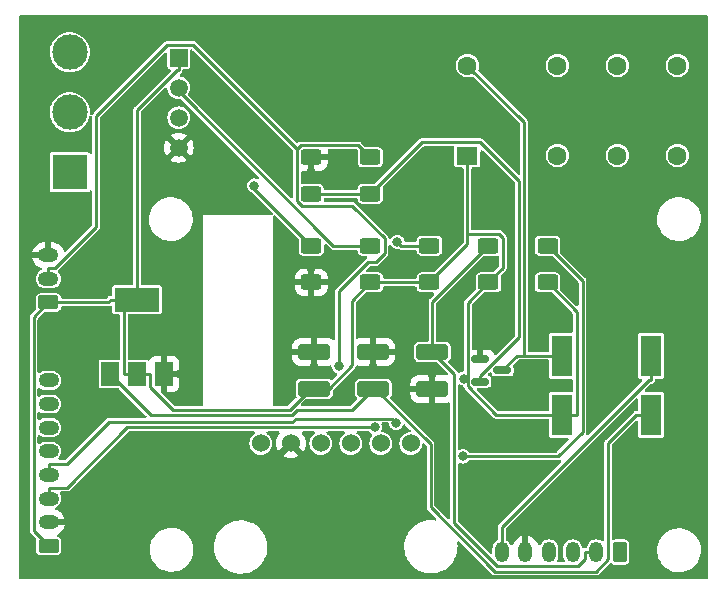
<source format=gbr>
%TF.GenerationSoftware,KiCad,Pcbnew,(6.99.0-3325-gcb6b2da55f)*%
%TF.CreationDate,2023-05-02T13:50:11+02:00*%
%TF.ProjectId,ac-control,61632d63-6f6e-4747-926f-6c2e6b696361,V1.0.0*%
%TF.SameCoordinates,Original*%
%TF.FileFunction,Copper,L2,Bot*%
%TF.FilePolarity,Positive*%
%FSLAX46Y46*%
G04 Gerber Fmt 4.6, Leading zero omitted, Abs format (unit mm)*
G04 Created by KiCad (PCBNEW (6.99.0-3325-gcb6b2da55f)) date 2023-05-02 13:50:11*
%MOMM*%
%LPD*%
G01*
G04 APERTURE LIST*
G04 Aperture macros list*
%AMRoundRect*
0 Rectangle with rounded corners*
0 $1 Rounding radius*
0 $2 $3 $4 $5 $6 $7 $8 $9 X,Y pos of 4 corners*
0 Add a 4 corners polygon primitive as box body*
4,1,4,$2,$3,$4,$5,$6,$7,$8,$9,$2,$3,0*
0 Add four circle primitives for the rounded corners*
1,1,$1+$1,$2,$3*
1,1,$1+$1,$4,$5*
1,1,$1+$1,$6,$7*
1,1,$1+$1,$8,$9*
0 Add four rect primitives between the rounded corners*
20,1,$1+$1,$2,$3,$4,$5,0*
20,1,$1+$1,$4,$5,$6,$7,0*
20,1,$1+$1,$6,$7,$8,$9,0*
20,1,$1+$1,$8,$9,$2,$3,0*%
G04 Aperture macros list end*
%TA.AperFunction,ComponentPad*%
%ADD10RoundRect,0.250000X0.350000X0.625000X-0.350000X0.625000X-0.350000X-0.625000X0.350000X-0.625000X0*%
%TD*%
%TA.AperFunction,ComponentPad*%
%ADD11O,1.200000X1.750000*%
%TD*%
%TA.AperFunction,ComponentPad*%
%ADD12RoundRect,0.250000X0.625000X-0.350000X0.625000X0.350000X-0.625000X0.350000X-0.625000X-0.350000X0*%
%TD*%
%TA.AperFunction,ComponentPad*%
%ADD13O,1.750000X1.200000*%
%TD*%
%TA.AperFunction,ComponentPad*%
%ADD14R,3.000000X3.000000*%
%TD*%
%TA.AperFunction,ComponentPad*%
%ADD15C,3.000000*%
%TD*%
%TA.AperFunction,ComponentPad*%
%ADD16C,1.524000*%
%TD*%
%TA.AperFunction,SMDPad,CuDef*%
%ADD17RoundRect,0.250000X1.100000X-0.412500X1.100000X0.412500X-1.100000X0.412500X-1.100000X-0.412500X0*%
%TD*%
%TA.AperFunction,SMDPad,CuDef*%
%ADD18R,1.500000X2.000000*%
%TD*%
%TA.AperFunction,SMDPad,CuDef*%
%ADD19R,3.800000X2.000000*%
%TD*%
%TA.AperFunction,ComponentPad*%
%ADD20C,1.600000*%
%TD*%
%TA.AperFunction,ComponentPad*%
%ADD21R,1.800000X1.600000*%
%TD*%
%TA.AperFunction,SMDPad,CuDef*%
%ADD22RoundRect,0.250000X-1.100000X0.412500X-1.100000X-0.412500X1.100000X-0.412500X1.100000X0.412500X0*%
%TD*%
%TA.AperFunction,SMDPad,CuDef*%
%ADD23R,1.800000X3.500000*%
%TD*%
%TA.AperFunction,ComponentPad*%
%ADD24R,1.500000X1.500000*%
%TD*%
%TA.AperFunction,ComponentPad*%
%ADD25C,1.500000*%
%TD*%
%TA.AperFunction,SMDPad,CuDef*%
%ADD26RoundRect,0.250000X0.625000X-0.400000X0.625000X0.400000X-0.625000X0.400000X-0.625000X-0.400000X0*%
%TD*%
%TA.AperFunction,SMDPad,CuDef*%
%ADD27RoundRect,0.150000X-0.587500X-0.150000X0.587500X-0.150000X0.587500X0.150000X-0.587500X0.150000X0*%
%TD*%
%TA.AperFunction,SMDPad,CuDef*%
%ADD28RoundRect,0.250000X-0.625000X0.400000X-0.625000X-0.400000X0.625000X-0.400000X0.625000X0.400000X0*%
%TD*%
%TA.AperFunction,ViaPad*%
%ADD29C,0.800000*%
%TD*%
%TA.AperFunction,Conductor*%
%ADD30C,0.250000*%
%TD*%
G04 APERTURE END LIST*
D10*
%TO.P,J4,1,Pin_1*%
%TO.N,/GPIO0*%
X143379200Y-128879600D03*
D11*
%TO.P,J4,2,Pin_2*%
%TO.N,/REST*%
X141379199Y-128879599D03*
%TO.P,J4,3,Pin_3*%
%TO.N,/RX*%
X139379199Y-128879599D03*
%TO.P,J4,4,Pin_4*%
%TO.N,/TX*%
X137379199Y-128879599D03*
%TO.P,J4,5,Pin_5*%
%TO.N,GND*%
X135379199Y-128879599D03*
%TO.P,J4,6,Pin_6*%
%TO.N,VBUS*%
X133379199Y-128879599D03*
%TD*%
D12*
%TO.P,J2,1,Pin_1*%
%TO.N,+3.3V*%
X94996000Y-107746800D03*
D13*
%TO.P,J2,2,Pin_2*%
%TO.N,/GPIO16*%
X94995999Y-105746799D03*
%TO.P,J2,3,Pin_3*%
%TO.N,GND*%
X94995999Y-103746799D03*
%TD*%
D14*
%TO.P,J5,1,Pin_1*%
%TO.N,Earth*%
X96799399Y-96723199D03*
D15*
%TO.P,J5,2,Pin_2*%
%TO.N,unconnected-(J5-Pin_2)*%
X96799400Y-91643200D03*
%TO.P,J5,3,Pin_3*%
%TO.N,AC*%
X96799400Y-86563200D03*
%TD*%
D13*
%TO.P,J1,8,Pin_8*%
%TO.N,/GPIO5*%
X95004799Y-114346199D03*
%TO.P,J1,7,Pin_7*%
%TO.N,/GPIO4*%
X95004799Y-116346199D03*
%TO.P,J1,6,Pin_6*%
%TO.N,/GPIO12*%
X95004799Y-118346199D03*
%TO.P,J1,5,Pin_5*%
%TO.N,/GPIO15*%
X95004799Y-120346199D03*
%TO.P,J1,4,Pin_4*%
%TO.N,/GPIO14*%
X95004799Y-122346199D03*
%TO.P,J1,3,Pin_3*%
%TO.N,/GPIO13*%
X95004799Y-124346199D03*
%TO.P,J1,2,Pin_2*%
%TO.N,GND*%
X95004799Y-126346199D03*
D12*
%TO.P,J1,1,Pin_1*%
%TO.N,+3.3V*%
X95004800Y-128346200D03*
%TD*%
D16*
%TO.P,J3,1,Pin_1*%
%TO.N,unconnected-(J3-Pin_1)*%
X125669200Y-119684000D03*
%TO.P,J3,2,Pin_2*%
%TO.N,unconnected-(J3-Pin_2)*%
X123129200Y-119684000D03*
%TO.P,J3,3,Pin_3*%
%TO.N,unconnected-(J3-Pin_3)*%
X120589200Y-119684000D03*
%TO.P,J3,4,Pin_4*%
%TO.N,unconnected-(J3-Pin_4)*%
X118049200Y-119674000D03*
%TO.P,J3,5,Pin_5*%
%TO.N,GND*%
X115509200Y-119674000D03*
%TO.P,J3,6,Pin_6*%
%TO.N,VBUS*%
X112969200Y-119674000D03*
%TD*%
D17*
%TO.P,C3,1*%
%TO.N,+3.3V*%
X117500000Y-115062500D03*
%TO.P,C3,2*%
%TO.N,GND*%
X117500000Y-111937500D03*
%TD*%
D18*
%TO.P,U3,1,GND*%
%TO.N,GND*%
X104799999Y-113799999D03*
%TO.P,U3,2,VO*%
%TO.N,+3.3V*%
X102499999Y-113799999D03*
D19*
X102499999Y-107499999D03*
D18*
%TO.P,U3,3,VI*%
%TO.N,+5V*%
X100199999Y-113799999D03*
%TD*%
D20*
%TO.P,K1,11*%
%TO.N,unconnected-(K1-Pad11)*%
X138092500Y-95307500D03*
%TO.P,K1,12*%
%TO.N,unconnected-(K1-Pad12)*%
X143172500Y-95307500D03*
%TO.P,K1,14*%
%TO.N,unconnected-(K1-Pad14)*%
X148252500Y-95307500D03*
%TO.P,K1,21*%
%TO.N,Earth*%
X138092500Y-87687500D03*
%TO.P,K1,22*%
%TO.N,unconnected-(K1-Pad22)*%
X143172500Y-87687500D03*
%TO.P,K1,24*%
%TO.N,AC*%
X148252500Y-87687500D03*
D21*
%TO.P,K1,A1*%
%TO.N,+3.3V*%
X130472499Y-95307499D03*
D20*
%TO.P,K1,A2*%
%TO.N,Net-(D2-A)*%
X130472500Y-87687500D03*
%TD*%
D22*
%TO.P,C1,1*%
%TO.N,/REST*%
X127500000Y-111937500D03*
%TO.P,C1,2*%
%TO.N,GND*%
X127500000Y-115062500D03*
%TD*%
D23*
%TO.P,D1,1,K*%
%TO.N,+5V*%
X145999999Y-117249999D03*
%TO.P,D1,2,A*%
%TO.N,VBUS*%
X145999999Y-112249999D03*
%TD*%
D24*
%TO.P,U1,1,VCC*%
%TO.N,+3.3V*%
X106015499Y-87016299D03*
D25*
%TO.P,U1,2,IO*%
%TO.N,/GPIO2*%
X106015500Y-89556300D03*
%TO.P,U1,3,NC*%
%TO.N,unconnected-(U1-NC)*%
X106015500Y-92096300D03*
%TO.P,U1,4,GND*%
%TO.N,GND*%
X106015500Y-94636300D03*
%TD*%
D17*
%TO.P,C2,1*%
%TO.N,+5V*%
X122500000Y-115062500D03*
%TO.P,C2,2*%
%TO.N,GND*%
X122500000Y-111937500D03*
%TD*%
D26*
%TO.P,R2,1*%
%TO.N,+3.3V*%
X132250000Y-106050000D03*
%TO.P,R2,2*%
%TO.N,/REST*%
X132250000Y-102950000D03*
%TD*%
%TO.P,R3,1*%
%TO.N,+3.3V*%
X127250000Y-106050000D03*
%TO.P,R3,2*%
%TO.N,/GPIO0*%
X127250000Y-102950000D03*
%TD*%
D27*
%TO.P,Q1,1,B*%
%TO.N,Net-(Q1-B)*%
X131562500Y-114450000D03*
%TO.P,Q1,2,E*%
%TO.N,GND*%
X131562500Y-112550000D03*
%TO.P,Q1,3,C*%
%TO.N,Net-(D2-A)*%
X133437500Y-113500000D03*
%TD*%
D26*
%TO.P,R1,1*%
%TO.N,+3.3V*%
X137250000Y-106050000D03*
%TO.P,R1,2*%
%TO.N,/EN*%
X137250000Y-102950000D03*
%TD*%
%TO.P,R6,2*%
%TO.N,/GPIO16*%
X122250000Y-95450000D03*
%TO.P,R6,1*%
%TO.N,Net-(Q1-B)*%
X122250000Y-98550000D03*
%TD*%
D23*
%TO.P,D2,1,K*%
%TO.N,+3.3V*%
X138499999Y-117249999D03*
%TO.P,D2,2,A*%
%TO.N,Net-(D2-A)*%
X138499999Y-112249999D03*
%TD*%
D28*
%TO.P,R7,2*%
%TO.N,Net-(Q1-B)*%
X117250000Y-98550000D03*
%TO.P,R7,1*%
%TO.N,GND*%
X117250000Y-95450000D03*
%TD*%
D26*
%TO.P,R4,2*%
%TO.N,/GPIO2*%
X122250000Y-102950000D03*
%TO.P,R4,1*%
%TO.N,+3.3V*%
X122250000Y-106050000D03*
%TD*%
%TO.P,R5,2*%
%TO.N,/GPIO15*%
X117250000Y-102950000D03*
%TO.P,R5,1*%
%TO.N,GND*%
X117250000Y-106050000D03*
%TD*%
D29*
%TO.N,GND*%
X129750000Y-107000000D03*
X125750000Y-107750000D03*
X128500000Y-109750000D03*
%TO.N,/GPIO13*%
X122624100Y-118316600D03*
%TO.N,/GPIO14*%
X124436500Y-117965400D03*
%TO.N,/GPIO16*%
X119585700Y-113125700D03*
%TO.N,/EN*%
X130061500Y-120780400D03*
%TO.N,/GPIO15*%
X112426400Y-97852000D03*
%TO.N,/GPIO0*%
X124540200Y-102603800D03*
%TO.N,+3.3V*%
X130192300Y-114187300D03*
%TO.N,GND*%
X117250000Y-96704100D03*
X122500000Y-113202800D03*
X117500000Y-113209800D03*
X134066000Y-109141300D03*
X106153000Y-113811600D03*
X117250000Y-104798400D03*
X127500000Y-113796400D03*
%TD*%
D30*
%TO.N,/REST*%
X129336300Y-113773800D02*
X127500000Y-111937500D01*
X141379200Y-128879600D02*
X140454100Y-128879600D01*
X139827900Y-130081900D02*
X132997500Y-130081900D01*
X140454100Y-128879600D02*
X140454100Y-129455700D01*
X140454100Y-129455700D02*
X139827900Y-130081900D01*
X132997500Y-130081900D02*
X129336300Y-126420700D01*
X129336300Y-126420700D02*
X129336300Y-113773800D01*
%TO.N,+5V*%
X146000000Y-117250000D02*
X144774900Y-117250000D01*
X144774900Y-117250000D02*
X142378700Y-119646200D01*
X142378700Y-119646200D02*
X142378700Y-129498300D01*
X142378700Y-129498300D02*
X141342900Y-130534100D01*
X141342900Y-130534100D02*
X132813000Y-130534100D01*
X132813000Y-130534100D02*
X127350400Y-125071500D01*
X127350400Y-119755000D02*
X122657900Y-115062500D01*
X127350400Y-125071500D02*
X127350400Y-119755000D01*
X122657900Y-115062500D02*
X122500000Y-115062500D01*
%TO.N,/GPIO13*%
X95004800Y-124346200D02*
X95004800Y-123421100D01*
X96566400Y-123421100D02*
X95004800Y-123421100D01*
X101670900Y-118316600D02*
X96566400Y-123421100D01*
X122624100Y-118316600D02*
X101670900Y-118316600D01*
%TO.N,/GPIO14*%
X95004800Y-122346200D02*
X95004800Y-121421100D01*
X124044700Y-117573600D02*
X124436500Y-117965400D01*
X115945700Y-117573600D02*
X124044700Y-117573600D01*
X115652900Y-117866400D02*
X115945700Y-117573600D01*
X100121100Y-117866400D02*
X115652900Y-117866400D01*
X96566400Y-121421100D02*
X100121100Y-117866400D01*
X95004800Y-121421100D02*
X96566400Y-121421100D01*
%TO.N,/GPIO16*%
X94996000Y-105746800D02*
X94996000Y-104821700D01*
X116346300Y-94446100D02*
X116048800Y-94743600D01*
X121246100Y-94446100D02*
X116346300Y-94446100D01*
X122250000Y-95450000D02*
X121246100Y-94446100D01*
X95572100Y-104821700D02*
X94996000Y-104821700D01*
X99037500Y-101356300D02*
X95572100Y-104821700D01*
X99037500Y-91964200D02*
X99037500Y-101356300D01*
X105060600Y-85941100D02*
X99037500Y-91964200D01*
X107246300Y-85941100D02*
X105060600Y-85941100D01*
X116048800Y-94743600D02*
X107246300Y-85941100D01*
X116048800Y-99191600D02*
X116048800Y-94743600D01*
X116449900Y-99592700D02*
X116048800Y-99191600D01*
X120737200Y-99592700D02*
X116449900Y-99592700D01*
X123459300Y-102314800D02*
X120737200Y-99592700D01*
X123459300Y-103580400D02*
X123459300Y-102314800D01*
X122699000Y-104340700D02*
X123459300Y-103580400D01*
X122062000Y-104340700D02*
X122699000Y-104340700D01*
X119585700Y-106817000D02*
X122062000Y-104340700D01*
X119585700Y-113125700D02*
X119585700Y-106817000D01*
%TO.N,/EN*%
X138109400Y-120780400D02*
X130061500Y-120780400D01*
X140216900Y-118672900D02*
X138109400Y-120780400D01*
X140216900Y-105916900D02*
X140216900Y-118672900D01*
X137250000Y-102950000D02*
X140216900Y-105916900D01*
%TO.N,/GPIO2*%
X106015500Y-89848200D02*
X106015500Y-89556300D01*
X119117300Y-102950000D02*
X106015500Y-89848200D01*
X122250000Y-102950000D02*
X119117300Y-102950000D01*
%TO.N,/GPIO15*%
X112426400Y-98126400D02*
X112426400Y-97852000D01*
X117250000Y-102950000D02*
X112426400Y-98126400D01*
%TO.N,VBUS*%
X133379200Y-126751200D02*
X133379200Y-128879600D01*
X145805300Y-114325100D02*
X133379200Y-126751200D01*
X146000000Y-114325100D02*
X145805300Y-114325100D01*
X146000000Y-112250000D02*
X146000000Y-114325100D01*
%TO.N,+5V*%
X103680400Y-117280400D02*
X100200000Y-113800000D01*
X115602300Y-117280400D02*
X103680400Y-117280400D01*
X116051900Y-116830800D02*
X115602300Y-117280400D01*
X120731700Y-116830800D02*
X116051900Y-116830800D01*
X122500000Y-115062500D02*
X120731700Y-116830800D01*
%TO.N,Net-(Q1-B)*%
X117250000Y-98550000D02*
X122250000Y-98550000D01*
X126617700Y-94182300D02*
X122250000Y-98550000D01*
X131542800Y-94182300D02*
X126617700Y-94182300D01*
X134820600Y-97460100D02*
X131542800Y-94182300D01*
X134820600Y-110704400D02*
X134820600Y-97460100D01*
X131562500Y-113962500D02*
X134820600Y-110704400D01*
X131562500Y-114450000D02*
X131562500Y-113962500D01*
%TO.N,/GPIO0*%
X124886400Y-102950000D02*
X124540200Y-102603800D01*
X127250000Y-102950000D02*
X124886400Y-102950000D01*
%TO.N,/REST*%
X127500000Y-107700000D02*
X127500000Y-111937500D01*
X132250000Y-102950000D02*
X127500000Y-107700000D01*
%TO.N,Net-(D2-A)*%
X135270700Y-92485700D02*
X130472500Y-87687500D01*
X135270700Y-112250000D02*
X135270700Y-92485700D01*
X138500000Y-112250000D02*
X135270700Y-112250000D01*
X134687500Y-112250000D02*
X133437500Y-113500000D01*
X135270700Y-112250000D02*
X134687500Y-112250000D01*
%TO.N,+3.3V*%
X130472500Y-95307500D02*
X130472500Y-96432600D01*
X130499100Y-114187300D02*
X130192300Y-114187300D01*
X130499100Y-107800900D02*
X132250000Y-106050000D01*
X130499100Y-114187300D02*
X130499100Y-107800900D01*
X106015500Y-87016300D02*
X106015500Y-88091400D01*
X130499100Y-114849000D02*
X130499100Y-114187300D01*
X132900100Y-117250000D02*
X130499100Y-114849000D01*
X138500000Y-117250000D02*
X132900100Y-117250000D01*
X138500000Y-117250000D02*
X139725100Y-117250000D01*
X105881100Y-88091400D02*
X106015500Y-88091400D01*
X102500000Y-91472500D02*
X105881100Y-88091400D01*
X102500000Y-107500000D02*
X102500000Y-91472500D01*
X102500000Y-107500000D02*
X101387500Y-107500000D01*
X101387500Y-107500000D02*
X100274900Y-107500000D01*
X101387500Y-113762600D02*
X101424900Y-113800000D01*
X101387500Y-107500000D02*
X101387500Y-113762600D01*
X102500000Y-113800000D02*
X101424900Y-113800000D01*
X130472500Y-102827500D02*
X127250000Y-106050000D01*
X130472500Y-101949500D02*
X130472500Y-102827500D01*
X133137700Y-101949500D02*
X130472500Y-101949500D01*
X133463800Y-102275600D02*
X133137700Y-101949500D01*
X133463800Y-104836200D02*
X133463800Y-102275600D01*
X132250000Y-106050000D02*
X133463800Y-104836200D01*
X130472500Y-101949500D02*
X130472500Y-96432600D01*
X122250000Y-106050000D02*
X127250000Y-106050000D01*
X118711600Y-115062500D02*
X117500000Y-115062500D01*
X120695200Y-113078900D02*
X118711600Y-115062500D01*
X120695200Y-107604800D02*
X120695200Y-113078900D01*
X122250000Y-106050000D02*
X120695200Y-107604800D01*
X102500000Y-113800000D02*
X103575100Y-113800000D01*
X100028100Y-107746800D02*
X100274900Y-107500000D01*
X94996000Y-107746800D02*
X100028100Y-107746800D01*
X93734000Y-127075400D02*
X95004800Y-128346200D01*
X93734000Y-109008800D02*
X93734000Y-127075400D01*
X94996000Y-107746800D02*
X93734000Y-109008800D01*
X139725100Y-108525100D02*
X139725100Y-117250000D01*
X137250000Y-106050000D02*
X139725100Y-108525100D01*
X103575100Y-114875100D02*
X103575100Y-113800000D01*
X105527900Y-116827900D02*
X103575100Y-114875100D01*
X115418200Y-116827900D02*
X105527900Y-116827900D01*
X117183600Y-115062500D02*
X115418200Y-116827900D01*
X117500000Y-115062500D02*
X117183600Y-115062500D01*
%TO.N,GND*%
X117250000Y-96704100D02*
X117250000Y-95450000D01*
X122500000Y-111937500D02*
X122500000Y-113202800D01*
X117500000Y-111937500D02*
X117500000Y-113209800D01*
X131562500Y-111644800D02*
X131562500Y-112550000D01*
X134066000Y-109141300D02*
X131562500Y-111644800D01*
X105886700Y-113811600D02*
X105875100Y-113800000D01*
X106153000Y-113811600D02*
X105886700Y-113811600D01*
X104800000Y-113800000D02*
X105875100Y-113800000D01*
X117250000Y-106050000D02*
X117250000Y-104798400D01*
X127500000Y-115062500D02*
X127500000Y-113796400D01*
%TD*%
%TA.AperFunction,Conductor*%
%TO.N,GND*%
G36*
X150806621Y-83459002D02*
G01*
X150853114Y-83512658D01*
X150864500Y-83565000D01*
X150864500Y-131063500D01*
X150844498Y-131131621D01*
X150790842Y-131178114D01*
X150738500Y-131189500D01*
X92611500Y-131189500D01*
X92543379Y-131169498D01*
X92496886Y-131115842D01*
X92485500Y-131063500D01*
X92485500Y-127104207D01*
X93404736Y-127104207D01*
X93410766Y-127126709D01*
X93414491Y-127140610D01*
X93416870Y-127151342D01*
X93423412Y-127188445D01*
X93428923Y-127197990D01*
X93430115Y-127201266D01*
X93431592Y-127204434D01*
X93434446Y-127215084D01*
X93440770Y-127224115D01*
X93456055Y-127245944D01*
X93461961Y-127255215D01*
X93475293Y-127278306D01*
X93480806Y-127287855D01*
X93509682Y-127312085D01*
X93517785Y-127319511D01*
X93922213Y-127723939D01*
X93956239Y-127786251D01*
X93952048Y-127854647D01*
X93932154Y-127911501D01*
X93929300Y-127941934D01*
X93929300Y-128750466D01*
X93932154Y-128780899D01*
X93934687Y-128788138D01*
X93973334Y-128898584D01*
X93977007Y-128909082D01*
X94057650Y-129018350D01*
X94166918Y-129098993D01*
X94175833Y-129102113D01*
X94175834Y-129102113D01*
X94287862Y-129141313D01*
X94295101Y-129143846D01*
X94302733Y-129144562D01*
X94302734Y-129144562D01*
X94322598Y-129146425D01*
X94322605Y-129146425D01*
X94325534Y-129146700D01*
X95684066Y-129146700D01*
X95686995Y-129146425D01*
X95687002Y-129146425D01*
X95706866Y-129144562D01*
X95706867Y-129144562D01*
X95714499Y-129143846D01*
X95721738Y-129141313D01*
X95833766Y-129102113D01*
X95833767Y-129102113D01*
X95842682Y-129098993D01*
X95951950Y-129018350D01*
X96032593Y-128909082D01*
X96036267Y-128898584D01*
X96074913Y-128788138D01*
X96077446Y-128780899D01*
X96080300Y-128750466D01*
X96080300Y-128744165D01*
X103555788Y-128744165D01*
X103585414Y-129013418D01*
X103586576Y-129017863D01*
X103586577Y-129017868D01*
X103645868Y-129244658D01*
X103653928Y-129275488D01*
X103655729Y-129279726D01*
X103756972Y-129517970D01*
X103759870Y-129524790D01*
X103762263Y-129528711D01*
X103762266Y-129528717D01*
X103847365Y-129668155D01*
X103900982Y-129756010D01*
X104074255Y-129964220D01*
X104077679Y-129967288D01*
X104077683Y-129967292D01*
X104138777Y-130022032D01*
X104275998Y-130144982D01*
X104365421Y-130204144D01*
X104475379Y-130276891D01*
X104501910Y-130294444D01*
X104634104Y-130356414D01*
X104743007Y-130407466D01*
X104743011Y-130407468D01*
X104747176Y-130409420D01*
X105006569Y-130487460D01*
X105011126Y-130488131D01*
X105011132Y-130488132D01*
X105269999Y-130526229D01*
X105270004Y-130526229D01*
X105274561Y-130526900D01*
X105477631Y-130526900D01*
X105680156Y-130512077D01*
X105684647Y-130511077D01*
X105684651Y-130511076D01*
X105940061Y-130454181D01*
X105940066Y-130454180D01*
X105944553Y-130453180D01*
X106197558Y-130356414D01*
X106433777Y-130223841D01*
X106457244Y-130205721D01*
X106532610Y-130147525D01*
X106648177Y-130058288D01*
X106836186Y-129863281D01*
X106869574Y-129816614D01*
X106991114Y-129646732D01*
X106993799Y-129642979D01*
X107028446Y-129575590D01*
X107115547Y-129406178D01*
X107115549Y-129406172D01*
X107117656Y-129402075D01*
X107119143Y-129397715D01*
X107119146Y-129397709D01*
X107203628Y-129150072D01*
X107205118Y-129145705D01*
X107208722Y-129126196D01*
X107221014Y-129059645D01*
X107254319Y-128879333D01*
X107262187Y-128664037D01*
X107264044Y-128613237D01*
X107264044Y-128613234D01*
X107264212Y-128608635D01*
X107255490Y-128529369D01*
X109014923Y-128529369D01*
X109045082Y-128829162D01*
X109114931Y-129122261D01*
X109141779Y-129191969D01*
X109221708Y-129399502D01*
X109221712Y-129399510D01*
X109223223Y-129403434D01*
X109368025Y-129667665D01*
X109370518Y-129671049D01*
X109370519Y-129671050D01*
X109540526Y-129901785D01*
X109546754Y-129910238D01*
X109609063Y-129974665D01*
X109753290Y-130123795D01*
X109753295Y-130123799D01*
X109756220Y-130126824D01*
X109879075Y-130223841D01*
X109968481Y-130294444D01*
X109992685Y-130313558D01*
X110251930Y-130467109D01*
X110301508Y-130488132D01*
X110525455Y-130583094D01*
X110525459Y-130583095D01*
X110529328Y-130584736D01*
X110533381Y-130585846D01*
X110533386Y-130585848D01*
X110815864Y-130663227D01*
X110815871Y-130663228D01*
X110819929Y-130664340D01*
X111118547Y-130704500D01*
X111344444Y-130704500D01*
X111346529Y-130704360D01*
X111346542Y-130704360D01*
X111565636Y-130689693D01*
X111569834Y-130689412D01*
X111573962Y-130688573D01*
X111860971Y-130630236D01*
X111860973Y-130630235D01*
X111865103Y-130629396D01*
X111869082Y-130628014D01*
X111869087Y-130628013D01*
X112145746Y-130531946D01*
X112145748Y-130531945D01*
X112149737Y-130530560D01*
X112157313Y-130526732D01*
X112390574Y-130408860D01*
X112418659Y-130394668D01*
X112564660Y-130294444D01*
X112663600Y-130226526D01*
X112663606Y-130226521D01*
X112667069Y-130224144D01*
X112670185Y-130221326D01*
X112670191Y-130221321D01*
X112887408Y-130024859D01*
X112887413Y-130024854D01*
X112890533Y-130022032D01*
X113085065Y-129791939D01*
X113089868Y-129784416D01*
X113244921Y-129541530D01*
X113244925Y-129541523D01*
X113247193Y-129537970D01*
X113254822Y-129521530D01*
X113372251Y-129268478D01*
X113372254Y-129268470D01*
X113374023Y-129264658D01*
X113463293Y-128976879D01*
X113466667Y-128956879D01*
X113512709Y-128683922D01*
X113512710Y-128683917D01*
X113513409Y-128679770D01*
X113514089Y-128659435D01*
X113523337Y-128382831D01*
X113523337Y-128382825D01*
X113523477Y-128378631D01*
X113493318Y-128078838D01*
X113423469Y-127785739D01*
X113368626Y-127643342D01*
X113316692Y-127508498D01*
X113316688Y-127508490D01*
X113315177Y-127504566D01*
X113170375Y-127240335D01*
X113124145Y-127177591D01*
X112994139Y-127001145D01*
X112994136Y-127001141D01*
X112991646Y-126997762D01*
X112889868Y-126892524D01*
X112785110Y-126784205D01*
X112785105Y-126784201D01*
X112782180Y-126781176D01*
X112555900Y-126602485D01*
X112549019Y-126597051D01*
X112549018Y-126597050D01*
X112545715Y-126594442D01*
X112286470Y-126440891D01*
X112208683Y-126407906D01*
X112012945Y-126324906D01*
X112012941Y-126324905D01*
X112009072Y-126323264D01*
X112005019Y-126322154D01*
X112005014Y-126322152D01*
X111722536Y-126244773D01*
X111722529Y-126244772D01*
X111718471Y-126243660D01*
X111419853Y-126203500D01*
X111193956Y-126203500D01*
X111191871Y-126203640D01*
X111191858Y-126203640D01*
X110982864Y-126217631D01*
X110968566Y-126218588D01*
X110964439Y-126219427D01*
X110964438Y-126219427D01*
X110677429Y-126277764D01*
X110677427Y-126277765D01*
X110673297Y-126278604D01*
X110669318Y-126279986D01*
X110669313Y-126279987D01*
X110446260Y-126357440D01*
X110388663Y-126377440D01*
X110119741Y-126513332D01*
X110035173Y-126571385D01*
X109874800Y-126681474D01*
X109874794Y-126681479D01*
X109871331Y-126683856D01*
X109868215Y-126686674D01*
X109868209Y-126686679D01*
X109650992Y-126883141D01*
X109650987Y-126883146D01*
X109647867Y-126885968D01*
X109453335Y-127116061D01*
X109451072Y-127119606D01*
X109451069Y-127119610D01*
X109293479Y-127366470D01*
X109293475Y-127366477D01*
X109291207Y-127370030D01*
X109289431Y-127373857D01*
X109289430Y-127373859D01*
X109166149Y-127639522D01*
X109166146Y-127639530D01*
X109164377Y-127643342D01*
X109075107Y-127931121D01*
X109074407Y-127935271D01*
X109074406Y-127935275D01*
X109028365Y-128208230D01*
X109024991Y-128228230D01*
X109024851Y-128232430D01*
X109024850Y-128232436D01*
X109015094Y-128524267D01*
X109014923Y-128529369D01*
X107255490Y-128529369D01*
X107234586Y-128339382D01*
X107229429Y-128319653D01*
X107167237Y-128081768D01*
X107167237Y-128081767D01*
X107166072Y-128077312D01*
X107126507Y-127984208D01*
X107061930Y-127832245D01*
X107061928Y-127832241D01*
X107060130Y-127828010D01*
X107057737Y-127824089D01*
X107057734Y-127824083D01*
X106937675Y-127627360D01*
X106919018Y-127596790D01*
X106745745Y-127388580D01*
X106742321Y-127385512D01*
X106742317Y-127385508D01*
X106576515Y-127236950D01*
X106544002Y-127207818D01*
X106421406Y-127126709D01*
X106321925Y-127060893D01*
X106321923Y-127060892D01*
X106318090Y-127058356D01*
X106087842Y-126950420D01*
X106076993Y-126945334D01*
X106076989Y-126945332D01*
X106072824Y-126943380D01*
X105813431Y-126865340D01*
X105808874Y-126864669D01*
X105808868Y-126864668D01*
X105550001Y-126826571D01*
X105549996Y-126826571D01*
X105545439Y-126825900D01*
X105342369Y-126825900D01*
X105139844Y-126840723D01*
X105135353Y-126841723D01*
X105135349Y-126841724D01*
X104879939Y-126898619D01*
X104879934Y-126898620D01*
X104875447Y-126899620D01*
X104622442Y-126996386D01*
X104386223Y-127128959D01*
X104171823Y-127294512D01*
X103983814Y-127489519D01*
X103981132Y-127493268D01*
X103981131Y-127493269D01*
X103870888Y-127647360D01*
X103826201Y-127709821D01*
X103824092Y-127713923D01*
X103705346Y-127944887D01*
X103702344Y-127950725D01*
X103700857Y-127955085D01*
X103700854Y-127955091D01*
X103657638Y-128081768D01*
X103614882Y-128207095D01*
X103614045Y-128211629D01*
X103614044Y-128211631D01*
X103608277Y-128242853D01*
X103565681Y-128473467D01*
X103562510Y-128560221D01*
X103557688Y-128692186D01*
X103555788Y-128744165D01*
X96080300Y-128744165D01*
X96080300Y-127941934D01*
X96077446Y-127911501D01*
X96032593Y-127783318D01*
X95951950Y-127674050D01*
X95842682Y-127593407D01*
X95783075Y-127572550D01*
X95725386Y-127531173D01*
X95699224Y-127465173D01*
X95712896Y-127395506D01*
X95766956Y-127341629D01*
X95876216Y-127285301D01*
X95886275Y-127278837D01*
X96043172Y-127155452D01*
X96051814Y-127147212D01*
X96182523Y-126996366D01*
X96189459Y-126986626D01*
X96289254Y-126813776D01*
X96294222Y-126802897D01*
X96359500Y-126614285D01*
X96359527Y-126614175D01*
X96358089Y-126604173D01*
X96344557Y-126600200D01*
X94876800Y-126600200D01*
X94808679Y-126580198D01*
X94762186Y-126526542D01*
X94750800Y-126474200D01*
X94750800Y-126218200D01*
X94770802Y-126150079D01*
X94824458Y-126103586D01*
X94876800Y-126092200D01*
X96340204Y-126092200D01*
X96353735Y-126088227D01*
X96355082Y-126078857D01*
X96333039Y-125987992D01*
X96329132Y-125976704D01*
X96246214Y-125795140D01*
X96240240Y-125784791D01*
X96124461Y-125622202D01*
X96116635Y-125613171D01*
X95972184Y-125475437D01*
X95962781Y-125468043D01*
X95794880Y-125360140D01*
X95784246Y-125354658D01*
X95643774Y-125298421D01*
X95587967Y-125254534D01*
X95564747Y-125187442D01*
X95581485Y-125118447D01*
X95630144Y-125073297D01*
X95629322Y-125071989D01*
X95776067Y-124979783D01*
X95776068Y-124979783D01*
X95782062Y-124976016D01*
X95909616Y-124848462D01*
X96005589Y-124695722D01*
X96065168Y-124525455D01*
X96085365Y-124346200D01*
X96065168Y-124166945D01*
X96005589Y-123996678D01*
X95969747Y-123939636D01*
X95950441Y-123871315D01*
X95971136Y-123803402D01*
X96025263Y-123757459D01*
X96076434Y-123746600D01*
X96546690Y-123746600D01*
X96557672Y-123747080D01*
X96584220Y-123749403D01*
X96584222Y-123749403D01*
X96595207Y-123750364D01*
X96631615Y-123740608D01*
X96642342Y-123738230D01*
X96645701Y-123737638D01*
X96679445Y-123731688D01*
X96688990Y-123726177D01*
X96692266Y-123724985D01*
X96695434Y-123723508D01*
X96706084Y-123720654D01*
X96736944Y-123699045D01*
X96746215Y-123693139D01*
X96769306Y-123679807D01*
X96778855Y-123674294D01*
X96803085Y-123645417D01*
X96810511Y-123637315D01*
X99715049Y-120732777D01*
X114814977Y-120732777D01*
X114824274Y-120744793D01*
X114867269Y-120774898D01*
X114876755Y-120780376D01*
X115068193Y-120869645D01*
X115078485Y-120873391D01*
X115282509Y-120928059D01*
X115293304Y-120929962D01*
X115503725Y-120948372D01*
X115514675Y-120948372D01*
X115725096Y-120929962D01*
X115735891Y-120928059D01*
X115939915Y-120873391D01*
X115950207Y-120869645D01*
X116141645Y-120780376D01*
X116151131Y-120774898D01*
X116194964Y-120744207D01*
X116203339Y-120733729D01*
X116196271Y-120720281D01*
X115522012Y-120046022D01*
X115508068Y-120038408D01*
X115506235Y-120038539D01*
X115499620Y-120042790D01*
X114821407Y-120721003D01*
X114814977Y-120732777D01*
X99715049Y-120732777D01*
X101768821Y-118679005D01*
X101831133Y-118644979D01*
X101857916Y-118642100D01*
X112358436Y-118642100D01*
X112426557Y-118662102D01*
X112473050Y-118715758D01*
X112483154Y-118786032D01*
X112453660Y-118850612D01*
X112431873Y-118869834D01*
X112431876Y-118869838D01*
X112427095Y-118873761D01*
X112427093Y-118873763D01*
X112350425Y-118936684D01*
X112285317Y-118990117D01*
X112165038Y-119136676D01*
X112075663Y-119303885D01*
X112063363Y-119344432D01*
X112022424Y-119479391D01*
X112022423Y-119479397D01*
X112020627Y-119485317D01*
X112002043Y-119674000D01*
X112020627Y-119862683D01*
X112022423Y-119868603D01*
X112022424Y-119868609D01*
X112044692Y-119942016D01*
X112075663Y-120044115D01*
X112165038Y-120211324D01*
X112285317Y-120357883D01*
X112431876Y-120478162D01*
X112599085Y-120567537D01*
X112643771Y-120581092D01*
X112774591Y-120620776D01*
X112774597Y-120620777D01*
X112780517Y-120622573D01*
X112969200Y-120641157D01*
X113157883Y-120622573D01*
X113163803Y-120620777D01*
X113163809Y-120620776D01*
X113294629Y-120581092D01*
X113339315Y-120567537D01*
X113506524Y-120478162D01*
X113653083Y-120357883D01*
X113773362Y-120211324D01*
X113862737Y-120044115D01*
X113893708Y-119942016D01*
X113915976Y-119868609D01*
X113915977Y-119868603D01*
X113917773Y-119862683D01*
X113936357Y-119674000D01*
X113917773Y-119485317D01*
X113915977Y-119479397D01*
X113915976Y-119479391D01*
X113875037Y-119344432D01*
X113862737Y-119303885D01*
X113773362Y-119136676D01*
X113653083Y-118990117D01*
X113587975Y-118936684D01*
X113511307Y-118873763D01*
X113511305Y-118873761D01*
X113506524Y-118869838D01*
X113506975Y-118869289D01*
X113464435Y-118818390D01*
X113455586Y-118747947D01*
X113486226Y-118683903D01*
X113546627Y-118646590D01*
X113579964Y-118642100D01*
X114441286Y-118642100D01*
X114509407Y-118662102D01*
X114555900Y-118715758D01*
X114566004Y-118786032D01*
X114537807Y-118849092D01*
X114529448Y-118859054D01*
X114408302Y-119032070D01*
X114402824Y-119041556D01*
X114313555Y-119232993D01*
X114309809Y-119243285D01*
X114255141Y-119447309D01*
X114253238Y-119458104D01*
X114234828Y-119668525D01*
X114234828Y-119679475D01*
X114253238Y-119889896D01*
X114255141Y-119900691D01*
X114309809Y-120104715D01*
X114313555Y-120115007D01*
X114402824Y-120306445D01*
X114408302Y-120315931D01*
X114438993Y-120359764D01*
X114449471Y-120368139D01*
X114462919Y-120361071D01*
X115420105Y-119403885D01*
X115482417Y-119369859D01*
X115553232Y-119374924D01*
X115598295Y-119403885D01*
X116556203Y-120361793D01*
X116567977Y-120368223D01*
X116579993Y-120358926D01*
X116610098Y-120315931D01*
X116615576Y-120306445D01*
X116704845Y-120115007D01*
X116708591Y-120104715D01*
X116763259Y-119900691D01*
X116765162Y-119889896D01*
X116783572Y-119679475D01*
X116783572Y-119668525D01*
X116765162Y-119458104D01*
X116763259Y-119447309D01*
X116708591Y-119243285D01*
X116704845Y-119232993D01*
X116615576Y-119041556D01*
X116610098Y-119032070D01*
X116488952Y-118859054D01*
X116480593Y-118849092D01*
X116452128Y-118784052D01*
X116463345Y-118713947D01*
X116510682Y-118661035D01*
X116577114Y-118642100D01*
X117438436Y-118642100D01*
X117506557Y-118662102D01*
X117553050Y-118715758D01*
X117563154Y-118786032D01*
X117533660Y-118850612D01*
X117511873Y-118869834D01*
X117511876Y-118869838D01*
X117507095Y-118873761D01*
X117507093Y-118873763D01*
X117430425Y-118936684D01*
X117365317Y-118990117D01*
X117245038Y-119136676D01*
X117155663Y-119303885D01*
X117143363Y-119344432D01*
X117102424Y-119479391D01*
X117102423Y-119479397D01*
X117100627Y-119485317D01*
X117082043Y-119674000D01*
X117100627Y-119862683D01*
X117102423Y-119868603D01*
X117102424Y-119868609D01*
X117124692Y-119942016D01*
X117155663Y-120044115D01*
X117245038Y-120211324D01*
X117365317Y-120357883D01*
X117511876Y-120478162D01*
X117679085Y-120567537D01*
X117723771Y-120581092D01*
X117854591Y-120620776D01*
X117854597Y-120620777D01*
X117860517Y-120622573D01*
X118049200Y-120641157D01*
X118237883Y-120622573D01*
X118243803Y-120620777D01*
X118243809Y-120620776D01*
X118374629Y-120581092D01*
X118419315Y-120567537D01*
X118586524Y-120478162D01*
X118733083Y-120357883D01*
X118853362Y-120211324D01*
X118942737Y-120044115D01*
X118973708Y-119942016D01*
X118995976Y-119868609D01*
X118995977Y-119868603D01*
X118997773Y-119862683D01*
X119016357Y-119674000D01*
X118997773Y-119485317D01*
X118995977Y-119479397D01*
X118995976Y-119479391D01*
X118955037Y-119344432D01*
X118942737Y-119303885D01*
X118853362Y-119136676D01*
X118733083Y-118990117D01*
X118667975Y-118936684D01*
X118591307Y-118873763D01*
X118591305Y-118873761D01*
X118586524Y-118869838D01*
X118586975Y-118869289D01*
X118544435Y-118818390D01*
X118535586Y-118747947D01*
X118566226Y-118683903D01*
X118626627Y-118646590D01*
X118659964Y-118642100D01*
X119993632Y-118642100D01*
X120061753Y-118662102D01*
X120108246Y-118715758D01*
X120118350Y-118786032D01*
X120088856Y-118850612D01*
X120061696Y-118872304D01*
X120062482Y-118873481D01*
X120057337Y-118876919D01*
X120051876Y-118879838D01*
X119905317Y-119000117D01*
X119785038Y-119146676D01*
X119695663Y-119313885D01*
X119693868Y-119319803D01*
X119642424Y-119489391D01*
X119642423Y-119489397D01*
X119640627Y-119495317D01*
X119622043Y-119684000D01*
X119640627Y-119872683D01*
X119642423Y-119878603D01*
X119642424Y-119878609D01*
X119676422Y-119990686D01*
X119695663Y-120054115D01*
X119785038Y-120221324D01*
X119905317Y-120367883D01*
X120051876Y-120488162D01*
X120219085Y-120577537D01*
X120263771Y-120591092D01*
X120394591Y-120630776D01*
X120394597Y-120630777D01*
X120400517Y-120632573D01*
X120589200Y-120651157D01*
X120777883Y-120632573D01*
X120783803Y-120630777D01*
X120783809Y-120630776D01*
X120914629Y-120591092D01*
X120959315Y-120577537D01*
X121126524Y-120488162D01*
X121273083Y-120367883D01*
X121393362Y-120221324D01*
X121482737Y-120054115D01*
X121501978Y-119990686D01*
X121535976Y-119878609D01*
X121535977Y-119878603D01*
X121537773Y-119872683D01*
X121556357Y-119684000D01*
X121537773Y-119495317D01*
X121535977Y-119489397D01*
X121535976Y-119489391D01*
X121484532Y-119319803D01*
X121482737Y-119313885D01*
X121393362Y-119146676D01*
X121273083Y-119000117D01*
X121126524Y-118879838D01*
X121121063Y-118876919D01*
X121115918Y-118873481D01*
X121117346Y-118871343D01*
X121074714Y-118829452D01*
X121059015Y-118760213D01*
X121083242Y-118693478D01*
X121139703Y-118650435D01*
X121184768Y-118642100D01*
X122054814Y-118642100D01*
X122122935Y-118662102D01*
X122154777Y-118691396D01*
X122195818Y-118744882D01*
X122321259Y-118841136D01*
X122354258Y-118854804D01*
X122409537Y-118899353D01*
X122431958Y-118966716D01*
X122414399Y-119035508D01*
X122403437Y-119051147D01*
X122364649Y-119098410D01*
X122325038Y-119146676D01*
X122235663Y-119313885D01*
X122233868Y-119319803D01*
X122182424Y-119489391D01*
X122182423Y-119489397D01*
X122180627Y-119495317D01*
X122162043Y-119684000D01*
X122180627Y-119872683D01*
X122182423Y-119878603D01*
X122182424Y-119878609D01*
X122216422Y-119990686D01*
X122235663Y-120054115D01*
X122325038Y-120221324D01*
X122445317Y-120367883D01*
X122591876Y-120488162D01*
X122759085Y-120577537D01*
X122803771Y-120591092D01*
X122934591Y-120630776D01*
X122934597Y-120630777D01*
X122940517Y-120632573D01*
X123129200Y-120651157D01*
X123317883Y-120632573D01*
X123323803Y-120630777D01*
X123323809Y-120630776D01*
X123454629Y-120591092D01*
X123499315Y-120577537D01*
X123666524Y-120488162D01*
X123813083Y-120367883D01*
X123933362Y-120221324D01*
X124022737Y-120054115D01*
X124041978Y-119990686D01*
X124075976Y-119878609D01*
X124075977Y-119878603D01*
X124077773Y-119872683D01*
X124096357Y-119684000D01*
X124077773Y-119495317D01*
X124075977Y-119489397D01*
X124075976Y-119489391D01*
X124024532Y-119319803D01*
X124022737Y-119313885D01*
X123933362Y-119146676D01*
X123813083Y-119000117D01*
X123666524Y-118879838D01*
X123655159Y-118873763D01*
X123551563Y-118818390D01*
X123499315Y-118790463D01*
X123448640Y-118775091D01*
X123323809Y-118737224D01*
X123323803Y-118737223D01*
X123317883Y-118735427D01*
X123278184Y-118731517D01*
X123212352Y-118704935D01*
X123171342Y-118646980D01*
X123168175Y-118576054D01*
X123174125Y-118557906D01*
X123205984Y-118480992D01*
X123205985Y-118480989D01*
X123209144Y-118473362D01*
X123229782Y-118316600D01*
X123209144Y-118159838D01*
X123173306Y-118073317D01*
X123165717Y-118002729D01*
X123197496Y-117939242D01*
X123258554Y-117903014D01*
X123289715Y-117899100D01*
X123711590Y-117899100D01*
X123779711Y-117919102D01*
X123826204Y-117972758D01*
X123836512Y-118008653D01*
X123845173Y-118074439D01*
X123851456Y-118122162D01*
X123911964Y-118268241D01*
X124008218Y-118393682D01*
X124133659Y-118489936D01*
X124279738Y-118550444D01*
X124287926Y-118551522D01*
X124336418Y-118557906D01*
X124436500Y-118571082D01*
X124444688Y-118570004D01*
X124585074Y-118551522D01*
X124593262Y-118550444D01*
X124739341Y-118489936D01*
X124864782Y-118393682D01*
X124961036Y-118268241D01*
X125018414Y-118129719D01*
X125062961Y-118074439D01*
X125130325Y-118052018D01*
X125199116Y-118069576D01*
X125223917Y-118088843D01*
X125647159Y-118512085D01*
X125681185Y-118574397D01*
X125676120Y-118645212D01*
X125633573Y-118702048D01*
X125570415Y-118726573D01*
X125480517Y-118735427D01*
X125474597Y-118737223D01*
X125474591Y-118737224D01*
X125349760Y-118775091D01*
X125299085Y-118790463D01*
X125246837Y-118818390D01*
X125143242Y-118873763D01*
X125131876Y-118879838D01*
X124985317Y-119000117D01*
X124865038Y-119146676D01*
X124775663Y-119313885D01*
X124773868Y-119319803D01*
X124722424Y-119489391D01*
X124722423Y-119489397D01*
X124720627Y-119495317D01*
X124702043Y-119684000D01*
X124720627Y-119872683D01*
X124722423Y-119878603D01*
X124722424Y-119878609D01*
X124756422Y-119990686D01*
X124775663Y-120054115D01*
X124865038Y-120221324D01*
X124985317Y-120367883D01*
X125131876Y-120488162D01*
X125299085Y-120577537D01*
X125343771Y-120591092D01*
X125474591Y-120630776D01*
X125474597Y-120630777D01*
X125480517Y-120632573D01*
X125669200Y-120651157D01*
X125857883Y-120632573D01*
X125863803Y-120630777D01*
X125863809Y-120630776D01*
X125994629Y-120591092D01*
X126039315Y-120577537D01*
X126206524Y-120488162D01*
X126353083Y-120367883D01*
X126473362Y-120221324D01*
X126562737Y-120054115D01*
X126581978Y-119990686D01*
X126615976Y-119878609D01*
X126615977Y-119878603D01*
X126617773Y-119872683D01*
X126626627Y-119782785D01*
X126653209Y-119716954D01*
X126711164Y-119675944D01*
X126782090Y-119672777D01*
X126841115Y-119706041D01*
X126987995Y-119852921D01*
X127022021Y-119915233D01*
X127024900Y-119942016D01*
X127024900Y-125051790D01*
X127024420Y-125062772D01*
X127023614Y-125071989D01*
X127021136Y-125100307D01*
X127025997Y-125118447D01*
X127030891Y-125136710D01*
X127033270Y-125147442D01*
X127039812Y-125184545D01*
X127045323Y-125194090D01*
X127046515Y-125197366D01*
X127047992Y-125200534D01*
X127050846Y-125211184D01*
X127057170Y-125220215D01*
X127072455Y-125242044D01*
X127078361Y-125251315D01*
X127080220Y-125254534D01*
X127097206Y-125283955D01*
X127114446Y-125298421D01*
X127126082Y-125308185D01*
X127134185Y-125315611D01*
X127811777Y-125993203D01*
X127845803Y-126055515D01*
X127840738Y-126126330D01*
X127798191Y-126183166D01*
X127731671Y-126207977D01*
X127705888Y-126207174D01*
X127633869Y-126197489D01*
X127529853Y-126183500D01*
X127303956Y-126183500D01*
X127301871Y-126183640D01*
X127301858Y-126183640D01*
X127092864Y-126197631D01*
X127078566Y-126198588D01*
X127074439Y-126199427D01*
X127074438Y-126199427D01*
X126787429Y-126257764D01*
X126787427Y-126257765D01*
X126783297Y-126258604D01*
X126779318Y-126259986D01*
X126779313Y-126259987D01*
X126592356Y-126324906D01*
X126498663Y-126357440D01*
X126229741Y-126493332D01*
X126117398Y-126570451D01*
X125984800Y-126661474D01*
X125984794Y-126661479D01*
X125981331Y-126663856D01*
X125978215Y-126666674D01*
X125978209Y-126666679D01*
X125760992Y-126863141D01*
X125760987Y-126863146D01*
X125757867Y-126865968D01*
X125563335Y-127096061D01*
X125561072Y-127099606D01*
X125561069Y-127099610D01*
X125403479Y-127346470D01*
X125403475Y-127346477D01*
X125401207Y-127350030D01*
X125399431Y-127353857D01*
X125399430Y-127353859D01*
X125276149Y-127619522D01*
X125276146Y-127619530D01*
X125274377Y-127623342D01*
X125185107Y-127911121D01*
X125184407Y-127915271D01*
X125184406Y-127915275D01*
X125135825Y-128203287D01*
X125134991Y-128208230D01*
X125134851Y-128212430D01*
X125134850Y-128212436D01*
X125126275Y-128468938D01*
X125124923Y-128509369D01*
X125155082Y-128809162D01*
X125224931Y-129102261D01*
X125271466Y-129223087D01*
X125331708Y-129379502D01*
X125331712Y-129379510D01*
X125333223Y-129383434D01*
X125478025Y-129647665D01*
X125480518Y-129651049D01*
X125480519Y-129651050D01*
X125609976Y-129826750D01*
X125656754Y-129890238D01*
X125679019Y-129913260D01*
X125863290Y-130103795D01*
X125863295Y-130103799D01*
X125866220Y-130106824D01*
X126102685Y-130293558D01*
X126361930Y-130447109D01*
X126439717Y-130480094D01*
X126635455Y-130563094D01*
X126635459Y-130563095D01*
X126639328Y-130564736D01*
X126643381Y-130565846D01*
X126643386Y-130565848D01*
X126925864Y-130643227D01*
X126925871Y-130643228D01*
X126929929Y-130644340D01*
X127228547Y-130684500D01*
X127454444Y-130684500D01*
X127456529Y-130684360D01*
X127456542Y-130684360D01*
X127675636Y-130669693D01*
X127679834Y-130669412D01*
X127683962Y-130668573D01*
X127970971Y-130610236D01*
X127970973Y-130610235D01*
X127975103Y-130609396D01*
X127979082Y-130608014D01*
X127979087Y-130608013D01*
X128255746Y-130511946D01*
X128255748Y-130511945D01*
X128259737Y-130510560D01*
X128272759Y-130503980D01*
X128524893Y-130376571D01*
X128528659Y-130374668D01*
X128674373Y-130274641D01*
X128773600Y-130206526D01*
X128773606Y-130206521D01*
X128777069Y-130204144D01*
X128780185Y-130201326D01*
X128780191Y-130201321D01*
X128997408Y-130004859D01*
X128997413Y-130004854D01*
X129000533Y-130002032D01*
X129195065Y-129771939D01*
X129207735Y-129752092D01*
X129354921Y-129521530D01*
X129354925Y-129521523D01*
X129357193Y-129517970D01*
X129366719Y-129497442D01*
X129482251Y-129248478D01*
X129482254Y-129248470D01*
X129484023Y-129244658D01*
X129573293Y-128956879D01*
X129577041Y-128934662D01*
X129622709Y-128663922D01*
X129622710Y-128663917D01*
X129623409Y-128659770D01*
X129623550Y-128655564D01*
X129633337Y-128362831D01*
X129633337Y-128362825D01*
X129633477Y-128358631D01*
X129608024Y-128105619D01*
X129621107Y-128035838D01*
X129669839Y-127984208D01*
X129738749Y-127967121D01*
X129805958Y-127990002D01*
X129822486Y-128003912D01*
X132568889Y-130750315D01*
X132576316Y-130758419D01*
X132600545Y-130787294D01*
X132610094Y-130792807D01*
X132633185Y-130806139D01*
X132642456Y-130812045D01*
X132673316Y-130833654D01*
X132683966Y-130836508D01*
X132687134Y-130837985D01*
X132690410Y-130839177D01*
X132699955Y-130844688D01*
X132733699Y-130850638D01*
X132737058Y-130851230D01*
X132747785Y-130853608D01*
X132784193Y-130863364D01*
X132795178Y-130862403D01*
X132795180Y-130862403D01*
X132821728Y-130860080D01*
X132832710Y-130859600D01*
X141323190Y-130859600D01*
X141334172Y-130860080D01*
X141360720Y-130862403D01*
X141360722Y-130862403D01*
X141371707Y-130863364D01*
X141408115Y-130853608D01*
X141418842Y-130851230D01*
X141422201Y-130850638D01*
X141455945Y-130844688D01*
X141465490Y-130839177D01*
X141468766Y-130837985D01*
X141471934Y-130836508D01*
X141482584Y-130833654D01*
X141513444Y-130812045D01*
X141522715Y-130806139D01*
X141545806Y-130792807D01*
X141555355Y-130787294D01*
X141579585Y-130758418D01*
X141587000Y-130750326D01*
X142520715Y-129816612D01*
X142583025Y-129782588D01*
X142653841Y-129787653D01*
X142698903Y-129816614D01*
X142701447Y-129819158D01*
X142707050Y-129826750D01*
X142816318Y-129907393D01*
X142825233Y-129910513D01*
X142825234Y-129910513D01*
X142902731Y-129937630D01*
X142944501Y-129952246D01*
X142952133Y-129952962D01*
X142952134Y-129952962D01*
X142971998Y-129954825D01*
X142972005Y-129954825D01*
X142974934Y-129955100D01*
X143783466Y-129955100D01*
X143786395Y-129954825D01*
X143786402Y-129954825D01*
X143806266Y-129952962D01*
X143806267Y-129952962D01*
X143813899Y-129952246D01*
X143855669Y-129937630D01*
X143933166Y-129910513D01*
X143933167Y-129910513D01*
X143942082Y-129907393D01*
X144051350Y-129826750D01*
X144131993Y-129717482D01*
X144150716Y-129663976D01*
X144174313Y-129596538D01*
X144176846Y-129589299D01*
X144177562Y-129581666D01*
X144179425Y-129561802D01*
X144179425Y-129561795D01*
X144179700Y-129558866D01*
X144179700Y-128794965D01*
X146532588Y-128794965D01*
X146562214Y-129064218D01*
X146563376Y-129068663D01*
X146563377Y-129068668D01*
X146616282Y-129271032D01*
X146630728Y-129326288D01*
X146644712Y-129359194D01*
X146731475Y-129563364D01*
X146736670Y-129575590D01*
X146739063Y-129579511D01*
X146739066Y-129579517D01*
X146844388Y-129752092D01*
X146877782Y-129806810D01*
X147051055Y-130015020D01*
X147054479Y-130018088D01*
X147054483Y-130018092D01*
X147156041Y-130109088D01*
X147252798Y-130195782D01*
X147290965Y-130221033D01*
X147430817Y-130313558D01*
X147478710Y-130345244D01*
X147610904Y-130407214D01*
X147719807Y-130458266D01*
X147719811Y-130458268D01*
X147723976Y-130460220D01*
X147983369Y-130538260D01*
X147987926Y-130538931D01*
X147987932Y-130538932D01*
X148246799Y-130577029D01*
X148246804Y-130577029D01*
X148251361Y-130577700D01*
X148454431Y-130577700D01*
X148656956Y-130562877D01*
X148661447Y-130561877D01*
X148661451Y-130561876D01*
X148916861Y-130504981D01*
X148916866Y-130504980D01*
X148921353Y-130503980D01*
X149174358Y-130407214D01*
X149410577Y-130274641D01*
X149624977Y-130109088D01*
X149812986Y-129914081D01*
X149815736Y-129910238D01*
X149967914Y-129697532D01*
X149970599Y-129693779D01*
X149972708Y-129689677D01*
X150092347Y-129456978D01*
X150092349Y-129456972D01*
X150094456Y-129452875D01*
X150095943Y-129448515D01*
X150095946Y-129448509D01*
X150180428Y-129200872D01*
X150181918Y-129196505D01*
X150231119Y-128930133D01*
X150237793Y-128747513D01*
X150240844Y-128664037D01*
X150240844Y-128664034D01*
X150241012Y-128659435D01*
X150211386Y-128390182D01*
X150209465Y-128382831D01*
X150144037Y-128132568D01*
X150144037Y-128132567D01*
X150142872Y-128128112D01*
X150121284Y-128077312D01*
X150038730Y-127883045D01*
X150038728Y-127883041D01*
X150036930Y-127878810D01*
X150034537Y-127874889D01*
X150034534Y-127874883D01*
X149898209Y-127651508D01*
X149895818Y-127647590D01*
X149722545Y-127439380D01*
X149719121Y-127436312D01*
X149719117Y-127436308D01*
X149560862Y-127294512D01*
X149520802Y-127258618D01*
X149398206Y-127177509D01*
X149298725Y-127111693D01*
X149298723Y-127111692D01*
X149294890Y-127109156D01*
X149064482Y-127001145D01*
X149053793Y-126996134D01*
X149053789Y-126996132D01*
X149049624Y-126994180D01*
X148790231Y-126916140D01*
X148785674Y-126915469D01*
X148785668Y-126915468D01*
X148526801Y-126877371D01*
X148526796Y-126877371D01*
X148522239Y-126876700D01*
X148319169Y-126876700D01*
X148116644Y-126891523D01*
X148112153Y-126892523D01*
X148112149Y-126892524D01*
X147856739Y-126949419D01*
X147856734Y-126949420D01*
X147852247Y-126950420D01*
X147599242Y-127047186D01*
X147363023Y-127179759D01*
X147359389Y-127182565D01*
X147359386Y-127182567D01*
X147317275Y-127215084D01*
X147148623Y-127345312D01*
X146960614Y-127540319D01*
X146957932Y-127544068D01*
X146957931Y-127544069D01*
X146883868Y-127647590D01*
X146803001Y-127760621D01*
X146800892Y-127764723D01*
X146690318Y-127979792D01*
X146679144Y-128001525D01*
X146677657Y-128005885D01*
X146677654Y-128005891D01*
X146645496Y-128100154D01*
X146591682Y-128257895D01*
X146542481Y-128524267D01*
X146538748Y-128626406D01*
X146532838Y-128788138D01*
X146532588Y-128794965D01*
X144179700Y-128794965D01*
X144179700Y-128200334D01*
X144179359Y-128196692D01*
X144177562Y-128177534D01*
X144177562Y-128177533D01*
X144176846Y-128169901D01*
X144163783Y-128132568D01*
X144135113Y-128050634D01*
X144135113Y-128050633D01*
X144131993Y-128041718D01*
X144051350Y-127932450D01*
X143942082Y-127851807D01*
X143887152Y-127832586D01*
X143821138Y-127809487D01*
X143813899Y-127806954D01*
X143806267Y-127806238D01*
X143806266Y-127806238D01*
X143786402Y-127804375D01*
X143786395Y-127804375D01*
X143783466Y-127804100D01*
X142974934Y-127804100D01*
X142972005Y-127804375D01*
X142971998Y-127804375D01*
X142952134Y-127806238D01*
X142952133Y-127806238D01*
X142944501Y-127806954D01*
X142872224Y-127832245D01*
X142871815Y-127832388D01*
X142800911Y-127836008D01*
X142739306Y-127800719D01*
X142706559Y-127737725D01*
X142704200Y-127713459D01*
X142704200Y-119833216D01*
X142724202Y-119765095D01*
X142741105Y-119744121D01*
X144684405Y-117800821D01*
X144746717Y-117766795D01*
X144817532Y-117771860D01*
X144874368Y-117814407D01*
X144899179Y-117880927D01*
X144899500Y-117889916D01*
X144899500Y-119019748D01*
X144911133Y-119078231D01*
X144955448Y-119144552D01*
X145021769Y-119188867D01*
X145033938Y-119191288D01*
X145033939Y-119191288D01*
X145074184Y-119199293D01*
X145080252Y-119200500D01*
X146919748Y-119200500D01*
X146925816Y-119199293D01*
X146966061Y-119191288D01*
X146966062Y-119191288D01*
X146978231Y-119188867D01*
X147044552Y-119144552D01*
X147088867Y-119078231D01*
X147100500Y-119019748D01*
X147100500Y-115480252D01*
X147088867Y-115421769D01*
X147044552Y-115355448D01*
X146978231Y-115311133D01*
X146966062Y-115308712D01*
X146966061Y-115308712D01*
X146925816Y-115300707D01*
X146919748Y-115299500D01*
X145595416Y-115299500D01*
X145527295Y-115279498D01*
X145480802Y-115225842D01*
X145470698Y-115155568D01*
X145500192Y-115090988D01*
X145506321Y-115084405D01*
X145903221Y-114687505D01*
X145965533Y-114653479D01*
X145992316Y-114650600D01*
X146057394Y-114650600D01*
X146074214Y-114644478D01*
X146095424Y-114638795D01*
X146102190Y-114637602D01*
X146113045Y-114635688D01*
X146128544Y-114626740D01*
X146148443Y-114617461D01*
X146165260Y-114611340D01*
X146173705Y-114604254D01*
X146173707Y-114604253D01*
X146178972Y-114599835D01*
X146196955Y-114587243D01*
X146212455Y-114578294D01*
X146219539Y-114569852D01*
X146219541Y-114569850D01*
X146223960Y-114564584D01*
X146239486Y-114549058D01*
X146244748Y-114544642D01*
X146253194Y-114537555D01*
X146262142Y-114522057D01*
X146274739Y-114504067D01*
X146279156Y-114498803D01*
X146286240Y-114490361D01*
X146290008Y-114480008D01*
X146290011Y-114480003D01*
X146292363Y-114473540D01*
X146301644Y-114453636D01*
X146305076Y-114447692D01*
X146310588Y-114438145D01*
X146312502Y-114427291D01*
X146312504Y-114427285D01*
X146313696Y-114420524D01*
X146319378Y-114399316D01*
X146321730Y-114392852D01*
X146325500Y-114382494D01*
X146325500Y-114326500D01*
X146345502Y-114258379D01*
X146399158Y-114211886D01*
X146451500Y-114200500D01*
X146919748Y-114200500D01*
X146929265Y-114198607D01*
X146966061Y-114191288D01*
X146966062Y-114191288D01*
X146978231Y-114188867D01*
X147044552Y-114144552D01*
X147088867Y-114078231D01*
X147093355Y-114055671D01*
X147099293Y-114025816D01*
X147100500Y-114019748D01*
X147100500Y-110480252D01*
X147088867Y-110421769D01*
X147044552Y-110355448D01*
X146978231Y-110311133D01*
X146966062Y-110308712D01*
X146966061Y-110308712D01*
X146925816Y-110300707D01*
X146919748Y-110299500D01*
X145080252Y-110299500D01*
X145074184Y-110300707D01*
X145033939Y-110308712D01*
X145033938Y-110308712D01*
X145021769Y-110311133D01*
X144955448Y-110355448D01*
X144911133Y-110421769D01*
X144899500Y-110480252D01*
X144899500Y-114019748D01*
X144900707Y-114025816D01*
X144906646Y-114055671D01*
X144911133Y-114078231D01*
X144955448Y-114144552D01*
X145021769Y-114188867D01*
X145033938Y-114191288D01*
X145033939Y-114191288D01*
X145070735Y-114198607D01*
X145080252Y-114200500D01*
X145165384Y-114200500D01*
X145233505Y-114220502D01*
X145279998Y-114274158D01*
X145290102Y-114344432D01*
X145260608Y-114409012D01*
X145254479Y-114415595D01*
X140719804Y-118950270D01*
X140657492Y-118984296D01*
X140586677Y-118979231D01*
X140529841Y-118936684D01*
X140505030Y-118870164D01*
X140515367Y-118814136D01*
X140516454Y-118812584D01*
X140519308Y-118801934D01*
X140520785Y-118798766D01*
X140521977Y-118795490D01*
X140527488Y-118785945D01*
X140533438Y-118752201D01*
X140534030Y-118748842D01*
X140536409Y-118738110D01*
X140546164Y-118701707D01*
X140542880Y-118664172D01*
X140542400Y-118653190D01*
X140542400Y-105936613D01*
X140542879Y-105925632D01*
X140545203Y-105899070D01*
X140545203Y-105899068D01*
X140546163Y-105888093D01*
X140536408Y-105851683D01*
X140534033Y-105840972D01*
X140529401Y-105814706D01*
X140527488Y-105803855D01*
X140521978Y-105794311D01*
X140520786Y-105791035D01*
X140519307Y-105787864D01*
X140516454Y-105777216D01*
X140494840Y-105746348D01*
X140488936Y-105737079D01*
X140475609Y-105713996D01*
X140475607Y-105713993D01*
X140470094Y-105704445D01*
X140441231Y-105680226D01*
X140433127Y-105672800D01*
X139394257Y-104633930D01*
X138345547Y-103585221D01*
X138311522Y-103522909D01*
X138315714Y-103454510D01*
X138322646Y-103434699D01*
X138325500Y-103404266D01*
X138325500Y-102495734D01*
X138322646Y-102465301D01*
X138277793Y-102337118D01*
X138197150Y-102227850D01*
X138087882Y-102147207D01*
X138052954Y-102134985D01*
X137966938Y-102104887D01*
X137959699Y-102102354D01*
X137952067Y-102101638D01*
X137952066Y-102101638D01*
X137932202Y-102099775D01*
X137932195Y-102099775D01*
X137929266Y-102099500D01*
X136570734Y-102099500D01*
X136567805Y-102099775D01*
X136567798Y-102099775D01*
X136547934Y-102101638D01*
X136547933Y-102101638D01*
X136540301Y-102102354D01*
X136533062Y-102104887D01*
X136447047Y-102134985D01*
X136412118Y-102147207D01*
X136302850Y-102227850D01*
X136222207Y-102337118D01*
X136177354Y-102465301D01*
X136174500Y-102495734D01*
X136174500Y-103404266D01*
X136177354Y-103434699D01*
X136179887Y-103441938D01*
X136210435Y-103529238D01*
X136222207Y-103562882D01*
X136302850Y-103672150D01*
X136412118Y-103752793D01*
X136421033Y-103755913D01*
X136421034Y-103755913D01*
X136533062Y-103795113D01*
X136540301Y-103797646D01*
X136547933Y-103798362D01*
X136547934Y-103798362D01*
X136567798Y-103800225D01*
X136567805Y-103800225D01*
X136570734Y-103800500D01*
X137587984Y-103800500D01*
X137656105Y-103820502D01*
X137677079Y-103837405D01*
X139854495Y-106014822D01*
X139888521Y-106077134D01*
X139891400Y-106103917D01*
X139891400Y-107926884D01*
X139871398Y-107995005D01*
X139817742Y-108041498D01*
X139747468Y-108051602D01*
X139682888Y-108022108D01*
X139676305Y-108015979D01*
X138345547Y-106685221D01*
X138311521Y-106622909D01*
X138315714Y-106554510D01*
X138322646Y-106534699D01*
X138325500Y-106504266D01*
X138325500Y-105595734D01*
X138322646Y-105565301D01*
X138315715Y-105545492D01*
X138280913Y-105446034D01*
X138280913Y-105446033D01*
X138277793Y-105437118D01*
X138197150Y-105327850D01*
X138087882Y-105247207D01*
X138065943Y-105239530D01*
X137966938Y-105204887D01*
X137959699Y-105202354D01*
X137952067Y-105201638D01*
X137952066Y-105201638D01*
X137932202Y-105199775D01*
X137932195Y-105199775D01*
X137929266Y-105199500D01*
X136570734Y-105199500D01*
X136567805Y-105199775D01*
X136567798Y-105199775D01*
X136547934Y-105201638D01*
X136547933Y-105201638D01*
X136540301Y-105202354D01*
X136533062Y-105204887D01*
X136434058Y-105239530D01*
X136412118Y-105247207D01*
X136302850Y-105327850D01*
X136222207Y-105437118D01*
X136219087Y-105446033D01*
X136219087Y-105446034D01*
X136184285Y-105545492D01*
X136177354Y-105565301D01*
X136174500Y-105595734D01*
X136174500Y-106504266D01*
X136177354Y-106534699D01*
X136179887Y-106541938D01*
X136199315Y-106597459D01*
X136222207Y-106662882D01*
X136302850Y-106772150D01*
X136412118Y-106852793D01*
X136540301Y-106897646D01*
X136547933Y-106898362D01*
X136547934Y-106898362D01*
X136567798Y-106900225D01*
X136567805Y-106900225D01*
X136570734Y-106900500D01*
X137587984Y-106900500D01*
X137656105Y-106920502D01*
X137677079Y-106937405D01*
X139362695Y-108623021D01*
X139396721Y-108685333D01*
X139399600Y-108712116D01*
X139399600Y-110173500D01*
X139379598Y-110241621D01*
X139325942Y-110288114D01*
X139273600Y-110299500D01*
X137580252Y-110299500D01*
X137574184Y-110300707D01*
X137533939Y-110308712D01*
X137533938Y-110308712D01*
X137521769Y-110311133D01*
X137455448Y-110355448D01*
X137411133Y-110421769D01*
X137399500Y-110480252D01*
X137399500Y-111798500D01*
X137379498Y-111866621D01*
X137325842Y-111913114D01*
X137273500Y-111924500D01*
X135722200Y-111924500D01*
X135654079Y-111904498D01*
X135607586Y-111850842D01*
X135596200Y-111798500D01*
X135596200Y-100753365D01*
X146532588Y-100753365D01*
X146562214Y-101022618D01*
X146630728Y-101284688D01*
X146632529Y-101288926D01*
X146673402Y-101385107D01*
X146736670Y-101533990D01*
X146739063Y-101537911D01*
X146739066Y-101537917D01*
X146820625Y-101671555D01*
X146877782Y-101765210D01*
X147051055Y-101973420D01*
X147054479Y-101976488D01*
X147054483Y-101976492D01*
X147167902Y-102078115D01*
X147252798Y-102154182D01*
X147352632Y-102220232D01*
X147474652Y-102300959D01*
X147478710Y-102303644D01*
X147610326Y-102365343D01*
X147719807Y-102416666D01*
X147719811Y-102416668D01*
X147723976Y-102418620D01*
X147983369Y-102496660D01*
X147987926Y-102497331D01*
X147987932Y-102497332D01*
X148246799Y-102535429D01*
X148246804Y-102535429D01*
X148251361Y-102536100D01*
X148454431Y-102536100D01*
X148656956Y-102521277D01*
X148661447Y-102520277D01*
X148661451Y-102520276D01*
X148916861Y-102463381D01*
X148916866Y-102463380D01*
X148921353Y-102462380D01*
X149174358Y-102365614D01*
X149410577Y-102233041D01*
X149439912Y-102210390D01*
X149491577Y-102170495D01*
X149624977Y-102067488D01*
X149812986Y-101872481D01*
X149912573Y-101733285D01*
X149967914Y-101655932D01*
X149970599Y-101652179D01*
X149978404Y-101636999D01*
X150092347Y-101415378D01*
X150092349Y-101415372D01*
X150094456Y-101411275D01*
X150095943Y-101406915D01*
X150095946Y-101406909D01*
X150159208Y-101221474D01*
X150181918Y-101154905D01*
X150231119Y-100888533D01*
X150241012Y-100617835D01*
X150211386Y-100348582D01*
X150207254Y-100332774D01*
X150144037Y-100090968D01*
X150144037Y-100090967D01*
X150142872Y-100086512D01*
X150079847Y-99938202D01*
X150038730Y-99841445D01*
X150038728Y-99841441D01*
X150036930Y-99837210D01*
X150034537Y-99833289D01*
X150034534Y-99833283D01*
X149898209Y-99609908D01*
X149895818Y-99605990D01*
X149722545Y-99397780D01*
X149719121Y-99394712D01*
X149719117Y-99394708D01*
X149582333Y-99272150D01*
X149520802Y-99217018D01*
X149379099Y-99123268D01*
X149298725Y-99070093D01*
X149298723Y-99070092D01*
X149294890Y-99067556D01*
X149147329Y-98998382D01*
X149053793Y-98954534D01*
X149053789Y-98954532D01*
X149049624Y-98952580D01*
X148790231Y-98874540D01*
X148785674Y-98873869D01*
X148785668Y-98873868D01*
X148526801Y-98835771D01*
X148526796Y-98835771D01*
X148522239Y-98835100D01*
X148319169Y-98835100D01*
X148116644Y-98849923D01*
X148112153Y-98850923D01*
X148112149Y-98850924D01*
X147856739Y-98907819D01*
X147856734Y-98907820D01*
X147852247Y-98908820D01*
X147599242Y-99005586D01*
X147363023Y-99138159D01*
X147359389Y-99140965D01*
X147359386Y-99140967D01*
X147291957Y-99193034D01*
X147148623Y-99303712D01*
X146960614Y-99498719D01*
X146803001Y-99719021D01*
X146800892Y-99723123D01*
X146690313Y-99938202D01*
X146679144Y-99959925D01*
X146677657Y-99964285D01*
X146677654Y-99964291D01*
X146641256Y-100070983D01*
X146591682Y-100216295D01*
X146542481Y-100482667D01*
X146532588Y-100753365D01*
X135596200Y-100753365D01*
X135596200Y-95307500D01*
X137087159Y-95307500D01*
X137106476Y-95503632D01*
X137163686Y-95692227D01*
X137166602Y-95697682D01*
X137166603Y-95697685D01*
X137177220Y-95717548D01*
X137256590Y-95866038D01*
X137381617Y-96018383D01*
X137533962Y-96143410D01*
X137539420Y-96146327D01*
X137539421Y-96146328D01*
X137702315Y-96233397D01*
X137702318Y-96233398D01*
X137707773Y-96236314D01*
X137896368Y-96293524D01*
X138092500Y-96312841D01*
X138288632Y-96293524D01*
X138477227Y-96236314D01*
X138482682Y-96233398D01*
X138482685Y-96233397D01*
X138645579Y-96146328D01*
X138645580Y-96146327D01*
X138651038Y-96143410D01*
X138803383Y-96018383D01*
X138928410Y-95866038D01*
X139007780Y-95717548D01*
X139018397Y-95697685D01*
X139018398Y-95697682D01*
X139021314Y-95692227D01*
X139078524Y-95503632D01*
X139097841Y-95307500D01*
X142167159Y-95307500D01*
X142186476Y-95503632D01*
X142243686Y-95692227D01*
X142246602Y-95697682D01*
X142246603Y-95697685D01*
X142257220Y-95717548D01*
X142336590Y-95866038D01*
X142461617Y-96018383D01*
X142613962Y-96143410D01*
X142619420Y-96146327D01*
X142619421Y-96146328D01*
X142782315Y-96233397D01*
X142782318Y-96233398D01*
X142787773Y-96236314D01*
X142976368Y-96293524D01*
X143172500Y-96312841D01*
X143368632Y-96293524D01*
X143557227Y-96236314D01*
X143562682Y-96233398D01*
X143562685Y-96233397D01*
X143725579Y-96146328D01*
X143725580Y-96146327D01*
X143731038Y-96143410D01*
X143883383Y-96018383D01*
X144008410Y-95866038D01*
X144087780Y-95717548D01*
X144098397Y-95697685D01*
X144098398Y-95697682D01*
X144101314Y-95692227D01*
X144158524Y-95503632D01*
X144177841Y-95307500D01*
X147247159Y-95307500D01*
X147266476Y-95503632D01*
X147323686Y-95692227D01*
X147326602Y-95697682D01*
X147326603Y-95697685D01*
X147337220Y-95717548D01*
X147416590Y-95866038D01*
X147541617Y-96018383D01*
X147693962Y-96143410D01*
X147699420Y-96146327D01*
X147699421Y-96146328D01*
X147862315Y-96233397D01*
X147862318Y-96233398D01*
X147867773Y-96236314D01*
X148056368Y-96293524D01*
X148252500Y-96312841D01*
X148448632Y-96293524D01*
X148637227Y-96236314D01*
X148642682Y-96233398D01*
X148642685Y-96233397D01*
X148805579Y-96146328D01*
X148805580Y-96146327D01*
X148811038Y-96143410D01*
X148963383Y-96018383D01*
X149088410Y-95866038D01*
X149167780Y-95717548D01*
X149178397Y-95697685D01*
X149178398Y-95697682D01*
X149181314Y-95692227D01*
X149238524Y-95503632D01*
X149257841Y-95307500D01*
X149238524Y-95111368D01*
X149181314Y-94922773D01*
X149174704Y-94910405D01*
X149091328Y-94754421D01*
X149091327Y-94754420D01*
X149088410Y-94748962D01*
X148963383Y-94596617D01*
X148811038Y-94471590D01*
X148698994Y-94411701D01*
X148642685Y-94381603D01*
X148642682Y-94381602D01*
X148637227Y-94378686D01*
X148448632Y-94321476D01*
X148252500Y-94302159D01*
X148056368Y-94321476D01*
X147867773Y-94378686D01*
X147862318Y-94381602D01*
X147862315Y-94381603D01*
X147806006Y-94411701D01*
X147693962Y-94471590D01*
X147541617Y-94596617D01*
X147416590Y-94748962D01*
X147413673Y-94754420D01*
X147413672Y-94754421D01*
X147330297Y-94910405D01*
X147323686Y-94922773D01*
X147266476Y-95111368D01*
X147247159Y-95307500D01*
X144177841Y-95307500D01*
X144158524Y-95111368D01*
X144101314Y-94922773D01*
X144094704Y-94910405D01*
X144011328Y-94754421D01*
X144011327Y-94754420D01*
X144008410Y-94748962D01*
X143883383Y-94596617D01*
X143731038Y-94471590D01*
X143618994Y-94411701D01*
X143562685Y-94381603D01*
X143562682Y-94381602D01*
X143557227Y-94378686D01*
X143368632Y-94321476D01*
X143172500Y-94302159D01*
X142976368Y-94321476D01*
X142787773Y-94378686D01*
X142782318Y-94381602D01*
X142782315Y-94381603D01*
X142726006Y-94411701D01*
X142613962Y-94471590D01*
X142461617Y-94596617D01*
X142336590Y-94748962D01*
X142333673Y-94754420D01*
X142333672Y-94754421D01*
X142250297Y-94910405D01*
X142243686Y-94922773D01*
X142186476Y-95111368D01*
X142167159Y-95307500D01*
X139097841Y-95307500D01*
X139078524Y-95111368D01*
X139021314Y-94922773D01*
X139014704Y-94910405D01*
X138931328Y-94754421D01*
X138931327Y-94754420D01*
X138928410Y-94748962D01*
X138803383Y-94596617D01*
X138651038Y-94471590D01*
X138538994Y-94411701D01*
X138482685Y-94381603D01*
X138482682Y-94381602D01*
X138477227Y-94378686D01*
X138288632Y-94321476D01*
X138092500Y-94302159D01*
X137896368Y-94321476D01*
X137707773Y-94378686D01*
X137702318Y-94381602D01*
X137702315Y-94381603D01*
X137646006Y-94411701D01*
X137533962Y-94471590D01*
X137381617Y-94596617D01*
X137256590Y-94748962D01*
X137253673Y-94754420D01*
X137253672Y-94754421D01*
X137170297Y-94910405D01*
X137163686Y-94922773D01*
X137106476Y-95111368D01*
X137087159Y-95307500D01*
X135596200Y-95307500D01*
X135596200Y-92505411D01*
X135596680Y-92494429D01*
X135599003Y-92467876D01*
X135599964Y-92456894D01*
X135597110Y-92446242D01*
X135590211Y-92420492D01*
X135587833Y-92409765D01*
X135583204Y-92383515D01*
X135583202Y-92383510D01*
X135581288Y-92372655D01*
X135575775Y-92363107D01*
X135574583Y-92359831D01*
X135573109Y-92356669D01*
X135570254Y-92346016D01*
X135548645Y-92315156D01*
X135542739Y-92305885D01*
X135529407Y-92282794D01*
X135523894Y-92273245D01*
X135495017Y-92249015D01*
X135486915Y-92241589D01*
X131435221Y-88189895D01*
X131401195Y-88127583D01*
X131403742Y-88064224D01*
X131433662Y-87965591D01*
X131458524Y-87883632D01*
X131477841Y-87687500D01*
X137087159Y-87687500D01*
X137106476Y-87883632D01*
X137163686Y-88072227D01*
X137166602Y-88077682D01*
X137166603Y-88077685D01*
X137224939Y-88186824D01*
X137256590Y-88246038D01*
X137381617Y-88398383D01*
X137533962Y-88523410D01*
X137539420Y-88526327D01*
X137539421Y-88526328D01*
X137702315Y-88613397D01*
X137702318Y-88613398D01*
X137707773Y-88616314D01*
X137896368Y-88673524D01*
X138092500Y-88692841D01*
X138288632Y-88673524D01*
X138477227Y-88616314D01*
X138482682Y-88613398D01*
X138482685Y-88613397D01*
X138645579Y-88526328D01*
X138645580Y-88526327D01*
X138651038Y-88523410D01*
X138803383Y-88398383D01*
X138928410Y-88246038D01*
X138960061Y-88186824D01*
X139018397Y-88077685D01*
X139018398Y-88077682D01*
X139021314Y-88072227D01*
X139078524Y-87883632D01*
X139097841Y-87687500D01*
X142167159Y-87687500D01*
X142186476Y-87883632D01*
X142243686Y-88072227D01*
X142246602Y-88077682D01*
X142246603Y-88077685D01*
X142304939Y-88186824D01*
X142336590Y-88246038D01*
X142461617Y-88398383D01*
X142613962Y-88523410D01*
X142619420Y-88526327D01*
X142619421Y-88526328D01*
X142782315Y-88613397D01*
X142782318Y-88613398D01*
X142787773Y-88616314D01*
X142976368Y-88673524D01*
X143172500Y-88692841D01*
X143368632Y-88673524D01*
X143557227Y-88616314D01*
X143562682Y-88613398D01*
X143562685Y-88613397D01*
X143725579Y-88526328D01*
X143725580Y-88526327D01*
X143731038Y-88523410D01*
X143883383Y-88398383D01*
X144008410Y-88246038D01*
X144040061Y-88186824D01*
X144098397Y-88077685D01*
X144098398Y-88077682D01*
X144101314Y-88072227D01*
X144158524Y-87883632D01*
X144177841Y-87687500D01*
X147247159Y-87687500D01*
X147266476Y-87883632D01*
X147323686Y-88072227D01*
X147326602Y-88077682D01*
X147326603Y-88077685D01*
X147384939Y-88186824D01*
X147416590Y-88246038D01*
X147541617Y-88398383D01*
X147693962Y-88523410D01*
X147699420Y-88526327D01*
X147699421Y-88526328D01*
X147862315Y-88613397D01*
X147862318Y-88613398D01*
X147867773Y-88616314D01*
X148056368Y-88673524D01*
X148252500Y-88692841D01*
X148448632Y-88673524D01*
X148637227Y-88616314D01*
X148642682Y-88613398D01*
X148642685Y-88613397D01*
X148805579Y-88526328D01*
X148805580Y-88526327D01*
X148811038Y-88523410D01*
X148963383Y-88398383D01*
X149088410Y-88246038D01*
X149120061Y-88186824D01*
X149178397Y-88077685D01*
X149178398Y-88077682D01*
X149181314Y-88072227D01*
X149238524Y-87883632D01*
X149257841Y-87687500D01*
X149238524Y-87491368D01*
X149181314Y-87302773D01*
X149088410Y-87128962D01*
X148963383Y-86976617D01*
X148811038Y-86851590D01*
X148805579Y-86848672D01*
X148642685Y-86761603D01*
X148642682Y-86761602D01*
X148637227Y-86758686D01*
X148448632Y-86701476D01*
X148252500Y-86682159D01*
X148056368Y-86701476D01*
X147867773Y-86758686D01*
X147862318Y-86761602D01*
X147862315Y-86761603D01*
X147699421Y-86848672D01*
X147693962Y-86851590D01*
X147541617Y-86976617D01*
X147416590Y-87128962D01*
X147323686Y-87302773D01*
X147266476Y-87491368D01*
X147247159Y-87687500D01*
X144177841Y-87687500D01*
X144158524Y-87491368D01*
X144101314Y-87302773D01*
X144008410Y-87128962D01*
X143883383Y-86976617D01*
X143731038Y-86851590D01*
X143725579Y-86848672D01*
X143562685Y-86761603D01*
X143562682Y-86761602D01*
X143557227Y-86758686D01*
X143368632Y-86701476D01*
X143172500Y-86682159D01*
X142976368Y-86701476D01*
X142787773Y-86758686D01*
X142782318Y-86761602D01*
X142782315Y-86761603D01*
X142619421Y-86848672D01*
X142613962Y-86851590D01*
X142461617Y-86976617D01*
X142336590Y-87128962D01*
X142243686Y-87302773D01*
X142186476Y-87491368D01*
X142167159Y-87687500D01*
X139097841Y-87687500D01*
X139078524Y-87491368D01*
X139021314Y-87302773D01*
X138928410Y-87128962D01*
X138803383Y-86976617D01*
X138651038Y-86851590D01*
X138645579Y-86848672D01*
X138482685Y-86761603D01*
X138482682Y-86761602D01*
X138477227Y-86758686D01*
X138288632Y-86701476D01*
X138092500Y-86682159D01*
X137896368Y-86701476D01*
X137707773Y-86758686D01*
X137702318Y-86761602D01*
X137702315Y-86761603D01*
X137539421Y-86848672D01*
X137533962Y-86851590D01*
X137381617Y-86976617D01*
X137256590Y-87128962D01*
X137163686Y-87302773D01*
X137106476Y-87491368D01*
X137087159Y-87687500D01*
X131477841Y-87687500D01*
X131458524Y-87491368D01*
X131401314Y-87302773D01*
X131308410Y-87128962D01*
X131183383Y-86976617D01*
X131031038Y-86851590D01*
X131025579Y-86848672D01*
X130862685Y-86761603D01*
X130862682Y-86761602D01*
X130857227Y-86758686D01*
X130668632Y-86701476D01*
X130472500Y-86682159D01*
X130276368Y-86701476D01*
X130087773Y-86758686D01*
X130082318Y-86761602D01*
X130082315Y-86761603D01*
X129919421Y-86848672D01*
X129913962Y-86851590D01*
X129761617Y-86976617D01*
X129636590Y-87128962D01*
X129543686Y-87302773D01*
X129486476Y-87491368D01*
X129467159Y-87687500D01*
X129486476Y-87883632D01*
X129543686Y-88072227D01*
X129546602Y-88077682D01*
X129546603Y-88077685D01*
X129604939Y-88186824D01*
X129636590Y-88246038D01*
X129761617Y-88398383D01*
X129913962Y-88523410D01*
X129919420Y-88526327D01*
X129919421Y-88526328D01*
X130082315Y-88613397D01*
X130082318Y-88613398D01*
X130087773Y-88616314D01*
X130276368Y-88673524D01*
X130472500Y-88692841D01*
X130668632Y-88673524D01*
X130778751Y-88640120D01*
X130849224Y-88618742D01*
X130920218Y-88618108D01*
X130974895Y-88650221D01*
X134908295Y-92583621D01*
X134942321Y-92645933D01*
X134945200Y-92672716D01*
X134945200Y-96820183D01*
X134925198Y-96888304D01*
X134871542Y-96934797D01*
X134801268Y-96944901D01*
X134736688Y-96915407D01*
X134730105Y-96909278D01*
X131786910Y-93966084D01*
X131779483Y-93957980D01*
X131773439Y-93950777D01*
X131755255Y-93929106D01*
X131745706Y-93923593D01*
X131722615Y-93910261D01*
X131713344Y-93904355D01*
X131691515Y-93889070D01*
X131682484Y-93882746D01*
X131671834Y-93879892D01*
X131668666Y-93878415D01*
X131665390Y-93877223D01*
X131655845Y-93871712D01*
X131622101Y-93865762D01*
X131618742Y-93865170D01*
X131608015Y-93862792D01*
X131571607Y-93853036D01*
X131560622Y-93853997D01*
X131560620Y-93853997D01*
X131534072Y-93856320D01*
X131523090Y-93856800D01*
X126637410Y-93856800D01*
X126626428Y-93856320D01*
X126599880Y-93853997D01*
X126599878Y-93853997D01*
X126588893Y-93853036D01*
X126552485Y-93862792D01*
X126541758Y-93865170D01*
X126538399Y-93865762D01*
X126504655Y-93871712D01*
X126495110Y-93877223D01*
X126491834Y-93878415D01*
X126488666Y-93879892D01*
X126478016Y-93882746D01*
X126468985Y-93889070D01*
X126447156Y-93904355D01*
X126437885Y-93910261D01*
X126414794Y-93923593D01*
X126405245Y-93929106D01*
X126398159Y-93937551D01*
X126381015Y-93957982D01*
X126373589Y-93966085D01*
X122677079Y-97662595D01*
X122614767Y-97696621D01*
X122587984Y-97699500D01*
X121570734Y-97699500D01*
X121567805Y-97699775D01*
X121567798Y-97699775D01*
X121547934Y-97701638D01*
X121547933Y-97701638D01*
X121540301Y-97702354D01*
X121412118Y-97747207D01*
X121302850Y-97827850D01*
X121222207Y-97937118D01*
X121177354Y-98065301D01*
X121174500Y-98095734D01*
X121174500Y-98098685D01*
X121174363Y-98101618D01*
X121173595Y-98101582D01*
X121154498Y-98166621D01*
X121100842Y-98213114D01*
X121048500Y-98224500D01*
X118451500Y-98224500D01*
X118383379Y-98204498D01*
X118336886Y-98150842D01*
X118326173Y-98101593D01*
X118325637Y-98101618D01*
X118325500Y-98098685D01*
X118325500Y-98095734D01*
X118322646Y-98065301D01*
X118277793Y-97937118D01*
X118197150Y-97827850D01*
X118087882Y-97747207D01*
X117959699Y-97702354D01*
X117952067Y-97701638D01*
X117952066Y-97701638D01*
X117932202Y-97699775D01*
X117932195Y-97699775D01*
X117929266Y-97699500D01*
X116570734Y-97699500D01*
X116567805Y-97699775D01*
X116567798Y-97699775D01*
X116558076Y-97700687D01*
X116540301Y-97702354D01*
X116533067Y-97704885D01*
X116527190Y-97706169D01*
X116456370Y-97701166D01*
X116399497Y-97658668D01*
X116374629Y-97592170D01*
X116374300Y-97583072D01*
X116374300Y-96727077D01*
X116394302Y-96658956D01*
X116447958Y-96612463D01*
X116513105Y-96601729D01*
X116571305Y-96607675D01*
X116577697Y-96608000D01*
X116977885Y-96608000D01*
X116993124Y-96603525D01*
X116994329Y-96602135D01*
X116996000Y-96594452D01*
X116996000Y-96589885D01*
X117504000Y-96589885D01*
X117508475Y-96605124D01*
X117509865Y-96606329D01*
X117517548Y-96608000D01*
X117922303Y-96608000D01*
X117928693Y-96607675D01*
X118022488Y-96598092D01*
X118035846Y-96595233D01*
X118190565Y-96543964D01*
X118203767Y-96537808D01*
X118342092Y-96452488D01*
X118353532Y-96443442D01*
X118468442Y-96328532D01*
X118477488Y-96317092D01*
X118562808Y-96178767D01*
X118568964Y-96165565D01*
X118620233Y-96010846D01*
X118623092Y-95997488D01*
X118632675Y-95903693D01*
X118633000Y-95897303D01*
X118633000Y-95722115D01*
X118628525Y-95706876D01*
X118627135Y-95705671D01*
X118619452Y-95704000D01*
X117522115Y-95704000D01*
X117506876Y-95708475D01*
X117505671Y-95709865D01*
X117504000Y-95717548D01*
X117504000Y-96589885D01*
X116996000Y-96589885D01*
X116996000Y-95322000D01*
X117016002Y-95253879D01*
X117069658Y-95207386D01*
X117122000Y-95196000D01*
X118614885Y-95196000D01*
X118630124Y-95191525D01*
X118631329Y-95190135D01*
X118633000Y-95182452D01*
X118633000Y-95002698D01*
X118632675Y-94996305D01*
X118623899Y-94910405D01*
X118636875Y-94840605D01*
X118685527Y-94788899D01*
X118749247Y-94771600D01*
X121059084Y-94771600D01*
X121127205Y-94791602D01*
X121148179Y-94808505D01*
X121154453Y-94814779D01*
X121188479Y-94877091D01*
X121184286Y-94945490D01*
X121177354Y-94965301D01*
X121174500Y-94995734D01*
X121174500Y-95904266D01*
X121177354Y-95934699D01*
X121179887Y-95941938D01*
X121208009Y-96022305D01*
X121222207Y-96062882D01*
X121302850Y-96172150D01*
X121412118Y-96252793D01*
X121421033Y-96255913D01*
X121421034Y-96255913D01*
X121516947Y-96289474D01*
X121540301Y-96297646D01*
X121547933Y-96298362D01*
X121547934Y-96298362D01*
X121567798Y-96300225D01*
X121567805Y-96300225D01*
X121570734Y-96300500D01*
X122929266Y-96300500D01*
X122932195Y-96300225D01*
X122932202Y-96300225D01*
X122952066Y-96298362D01*
X122952067Y-96298362D01*
X122959699Y-96297646D01*
X122983053Y-96289474D01*
X123078966Y-96255913D01*
X123078967Y-96255913D01*
X123087882Y-96252793D01*
X123197150Y-96172150D01*
X123277793Y-96062882D01*
X123291992Y-96022305D01*
X123320113Y-95941938D01*
X123322646Y-95934699D01*
X123325500Y-95904266D01*
X123325500Y-94995734D01*
X123322646Y-94965301D01*
X123302909Y-94908895D01*
X123280913Y-94846034D01*
X123280913Y-94846033D01*
X123277793Y-94837118D01*
X123197150Y-94727850D01*
X123087882Y-94647207D01*
X123072359Y-94641775D01*
X122966938Y-94604887D01*
X122959699Y-94602354D01*
X122952067Y-94601638D01*
X122952066Y-94601638D01*
X122932202Y-94599775D01*
X122932195Y-94599775D01*
X122929266Y-94599500D01*
X121912016Y-94599500D01*
X121843895Y-94579498D01*
X121822921Y-94562595D01*
X121490211Y-94229885D01*
X121482784Y-94221781D01*
X121465641Y-94201351D01*
X121465642Y-94201351D01*
X121458555Y-94192906D01*
X121449006Y-94187393D01*
X121425915Y-94174061D01*
X121416644Y-94168155D01*
X121394815Y-94152870D01*
X121385784Y-94146546D01*
X121375134Y-94143692D01*
X121371966Y-94142215D01*
X121368690Y-94141023D01*
X121359145Y-94135512D01*
X121325401Y-94129562D01*
X121322042Y-94128970D01*
X121311315Y-94126592D01*
X121274907Y-94116836D01*
X121263922Y-94117797D01*
X121263920Y-94117797D01*
X121237372Y-94120120D01*
X121226390Y-94120600D01*
X116366011Y-94120600D01*
X116355029Y-94120120D01*
X116328479Y-94117797D01*
X116328478Y-94117797D01*
X116317494Y-94116836D01*
X116306843Y-94119690D01*
X116306842Y-94119690D01*
X116281092Y-94126589D01*
X116270365Y-94128967D01*
X116244115Y-94133596D01*
X116244110Y-94133598D01*
X116233255Y-94135512D01*
X116223707Y-94141025D01*
X116220431Y-94142217D01*
X116217269Y-94143691D01*
X116206616Y-94146546D01*
X116197585Y-94152870D01*
X116175756Y-94168155D01*
X116166485Y-94174061D01*
X116143390Y-94187395D01*
X116143389Y-94187396D01*
X116133845Y-94192906D01*
X116127564Y-94200392D01*
X116063229Y-94228548D01*
X115993124Y-94217331D01*
X115958183Y-94192657D01*
X107490411Y-85724885D01*
X107482984Y-85716781D01*
X107465841Y-85696351D01*
X107465842Y-85696351D01*
X107458755Y-85687906D01*
X107449206Y-85682393D01*
X107426115Y-85669061D01*
X107416844Y-85663155D01*
X107395015Y-85647870D01*
X107385984Y-85641546D01*
X107375334Y-85638692D01*
X107372166Y-85637215D01*
X107368890Y-85636023D01*
X107359345Y-85630512D01*
X107325601Y-85624562D01*
X107322242Y-85623970D01*
X107311515Y-85621592D01*
X107275107Y-85611836D01*
X107264122Y-85612797D01*
X107264120Y-85612797D01*
X107237572Y-85615120D01*
X107226590Y-85615600D01*
X105080310Y-85615600D01*
X105069328Y-85615120D01*
X105042780Y-85612797D01*
X105042778Y-85612797D01*
X105031793Y-85611836D01*
X104995385Y-85621592D01*
X104984658Y-85623970D01*
X104981299Y-85624562D01*
X104947555Y-85630512D01*
X104938010Y-85636023D01*
X104934734Y-85637215D01*
X104931566Y-85638692D01*
X104920916Y-85641546D01*
X104911885Y-85647870D01*
X104890056Y-85663155D01*
X104880785Y-85669061D01*
X104857694Y-85682393D01*
X104848145Y-85687906D01*
X104841059Y-85696351D01*
X104823915Y-85716782D01*
X104816489Y-85724885D01*
X98821285Y-91720089D01*
X98813181Y-91727516D01*
X98784306Y-91751745D01*
X98778793Y-91761294D01*
X98765461Y-91784385D01*
X98759555Y-91793656D01*
X98737946Y-91824516D01*
X98735092Y-91835168D01*
X98734770Y-91835858D01*
X98687853Y-91889143D01*
X98628696Y-91906004D01*
X98631234Y-91906212D01*
X98687633Y-91949336D01*
X98711764Y-92016106D01*
X98712000Y-92023812D01*
X98712000Y-95064442D01*
X98691998Y-95132563D01*
X98638342Y-95179056D01*
X98568068Y-95189160D01*
X98503488Y-95159666D01*
X98481235Y-95134445D01*
X98450843Y-95088961D01*
X98443952Y-95078648D01*
X98377631Y-95034333D01*
X98365462Y-95031912D01*
X98365461Y-95031912D01*
X98325216Y-95023907D01*
X98319148Y-95022700D01*
X95279652Y-95022700D01*
X95273584Y-95023907D01*
X95233339Y-95031912D01*
X95233338Y-95031912D01*
X95221169Y-95034333D01*
X95154848Y-95078648D01*
X95110533Y-95144969D01*
X95108112Y-95157138D01*
X95108112Y-95157139D01*
X95103753Y-95179056D01*
X95098900Y-95203452D01*
X95098900Y-98242948D01*
X95100107Y-98249016D01*
X95107906Y-98288222D01*
X95110533Y-98301431D01*
X95154848Y-98367752D01*
X95221169Y-98412067D01*
X95233338Y-98414488D01*
X95233339Y-98414488D01*
X95273584Y-98422493D01*
X95279652Y-98423700D01*
X98319148Y-98423700D01*
X98325216Y-98422493D01*
X98365461Y-98414488D01*
X98365462Y-98414488D01*
X98377631Y-98412067D01*
X98443952Y-98367752D01*
X98481235Y-98311955D01*
X98535713Y-98266428D01*
X98606156Y-98257581D01*
X98670200Y-98288222D01*
X98707511Y-98348624D01*
X98712000Y-98381958D01*
X98712000Y-101169284D01*
X98691998Y-101237405D01*
X98675095Y-101258379D01*
X96522592Y-103410882D01*
X96460280Y-103444908D01*
X96389465Y-103439843D01*
X96332629Y-103397296D01*
X96318884Y-103374130D01*
X96237417Y-103195744D01*
X96231440Y-103185391D01*
X96115661Y-103022802D01*
X96107835Y-103013771D01*
X95963384Y-102876037D01*
X95953981Y-102868643D01*
X95786080Y-102760740D01*
X95775446Y-102755258D01*
X95590157Y-102681079D01*
X95578683Y-102677709D01*
X95382690Y-102639935D01*
X95370804Y-102638800D01*
X95268115Y-102638800D01*
X95252876Y-102643275D01*
X95251671Y-102644665D01*
X95250000Y-102652348D01*
X95250000Y-103874800D01*
X95229998Y-103942921D01*
X95176342Y-103989414D01*
X95124000Y-104000800D01*
X93660596Y-104000800D01*
X93647065Y-104004773D01*
X93645718Y-104014143D01*
X93667761Y-104105008D01*
X93671668Y-104116296D01*
X93754586Y-104297860D01*
X93760560Y-104308209D01*
X93876339Y-104470798D01*
X93884165Y-104479829D01*
X94028616Y-104617563D01*
X94038019Y-104624957D01*
X94205920Y-104732860D01*
X94216554Y-104738342D01*
X94357026Y-104794579D01*
X94412833Y-104838466D01*
X94436053Y-104905558D01*
X94419315Y-104974553D01*
X94370656Y-105019703D01*
X94371478Y-105021011D01*
X94218738Y-105116984D01*
X94091184Y-105244538D01*
X94087417Y-105250532D01*
X94087417Y-105250533D01*
X94034698Y-105334435D01*
X93995211Y-105397278D01*
X93935632Y-105567545D01*
X93915435Y-105746800D01*
X93916227Y-105753829D01*
X93932592Y-105899070D01*
X93935632Y-105926055D01*
X93995211Y-106096322D01*
X93998976Y-106102314D01*
X94086509Y-106241621D01*
X94091184Y-106249062D01*
X94218738Y-106376616D01*
X94224732Y-106380383D01*
X94224733Y-106380383D01*
X94309076Y-106433379D01*
X94371478Y-106472589D01*
X94541745Y-106532168D01*
X94548772Y-106532960D01*
X94548773Y-106532960D01*
X94564208Y-106534699D01*
X94676046Y-106547300D01*
X95315954Y-106547300D01*
X95427792Y-106534699D01*
X95443227Y-106532960D01*
X95443228Y-106532960D01*
X95450255Y-106532168D01*
X95620522Y-106472589D01*
X95682924Y-106433379D01*
X95767267Y-106380383D01*
X95767268Y-106380383D01*
X95773262Y-106376616D01*
X95900816Y-106249062D01*
X95905492Y-106241621D01*
X95993024Y-106102314D01*
X95996789Y-106096322D01*
X96056368Y-105926055D01*
X96059409Y-105899070D01*
X96075773Y-105753829D01*
X96076565Y-105746800D01*
X96056368Y-105567545D01*
X95996789Y-105397278D01*
X95957302Y-105334435D01*
X95904583Y-105250533D01*
X95904583Y-105250532D01*
X95900816Y-105244538D01*
X95844297Y-105188019D01*
X95810271Y-105125707D01*
X95815336Y-105054892D01*
X95844297Y-105009829D01*
X99253715Y-101600411D01*
X99261819Y-101592984D01*
X99282249Y-101575841D01*
X99290694Y-101568755D01*
X99301325Y-101550342D01*
X99309539Y-101536115D01*
X99315445Y-101526844D01*
X99330730Y-101505015D01*
X99337054Y-101495984D01*
X99339908Y-101485334D01*
X99341385Y-101482166D01*
X99342577Y-101478890D01*
X99348088Y-101469345D01*
X99354630Y-101432242D01*
X99357009Y-101421510D01*
X99358652Y-101415378D01*
X99366764Y-101385107D01*
X99363479Y-101347557D01*
X99363000Y-101336576D01*
X99363000Y-92151216D01*
X99383002Y-92083095D01*
X99399905Y-92062121D01*
X104849905Y-86612121D01*
X104912217Y-86578095D01*
X104983032Y-86583160D01*
X105039868Y-86625707D01*
X105064679Y-86692227D01*
X105065000Y-86701216D01*
X105065000Y-87786048D01*
X105076633Y-87844531D01*
X105120948Y-87910852D01*
X105187269Y-87955167D01*
X105199438Y-87957588D01*
X105199439Y-87957588D01*
X105220741Y-87961825D01*
X105245752Y-87966800D01*
X105251951Y-87966800D01*
X105253941Y-87966996D01*
X105319773Y-87993578D01*
X105360784Y-88051532D01*
X105363953Y-88122457D01*
X105330688Y-88181485D01*
X102283784Y-91228390D01*
X102275681Y-91235816D01*
X102246806Y-91260045D01*
X102241293Y-91269594D01*
X102227961Y-91292685D01*
X102222055Y-91301956D01*
X102200446Y-91332816D01*
X102197592Y-91343466D01*
X102196115Y-91346634D01*
X102194923Y-91349910D01*
X102189412Y-91359455D01*
X102184195Y-91389043D01*
X102182870Y-91396558D01*
X102180492Y-91407285D01*
X102170736Y-91443693D01*
X102171697Y-91454678D01*
X102171697Y-91454680D01*
X102174020Y-91481228D01*
X102174500Y-91492210D01*
X102174500Y-106173500D01*
X102154498Y-106241621D01*
X102100842Y-106288114D01*
X102048500Y-106299500D01*
X100580252Y-106299500D01*
X100574184Y-106300707D01*
X100533939Y-106308712D01*
X100533938Y-106308712D01*
X100521769Y-106311133D01*
X100511453Y-106318026D01*
X100487342Y-106334137D01*
X100455448Y-106355448D01*
X100411133Y-106421769D01*
X100399500Y-106480252D01*
X100399500Y-107046653D01*
X100379498Y-107114774D01*
X100325842Y-107161267D01*
X100262522Y-107172173D01*
X100246093Y-107170736D01*
X100209685Y-107180492D01*
X100198958Y-107182870D01*
X100195599Y-107183462D01*
X100161855Y-107189412D01*
X100152310Y-107194923D01*
X100149034Y-107196115D01*
X100145866Y-107197592D01*
X100135216Y-107200446D01*
X100124428Y-107208000D01*
X100104356Y-107222055D01*
X100095085Y-107227961D01*
X100071994Y-107241293D01*
X100062445Y-107246806D01*
X100055359Y-107255251D01*
X100038215Y-107275682D01*
X100030789Y-107283785D01*
X99930179Y-107384395D01*
X99867867Y-107418421D01*
X99841084Y-107421300D01*
X96192996Y-107421300D01*
X96124875Y-107401298D01*
X96078382Y-107347642D01*
X96069899Y-107322192D01*
X96069362Y-107319732D01*
X96068646Y-107312101D01*
X96057375Y-107279890D01*
X96026913Y-107192834D01*
X96026913Y-107192833D01*
X96023793Y-107183918D01*
X95943150Y-107074650D01*
X95833882Y-106994007D01*
X95705699Y-106949154D01*
X95698067Y-106948438D01*
X95698066Y-106948438D01*
X95678202Y-106946575D01*
X95678195Y-106946575D01*
X95675266Y-106946300D01*
X94316734Y-106946300D01*
X94313805Y-106946575D01*
X94313798Y-106946575D01*
X94293934Y-106948438D01*
X94293933Y-106948438D01*
X94286301Y-106949154D01*
X94158118Y-106994007D01*
X94048850Y-107074650D01*
X93968207Y-107183918D01*
X93965087Y-107192833D01*
X93965087Y-107192834D01*
X93934625Y-107279890D01*
X93923354Y-107312101D01*
X93922638Y-107319733D01*
X93922638Y-107319734D01*
X93922408Y-107322192D01*
X93920500Y-107342534D01*
X93920500Y-108151066D01*
X93920775Y-108153995D01*
X93920775Y-108154002D01*
X93922638Y-108173866D01*
X93923354Y-108181499D01*
X93925886Y-108188734D01*
X93943248Y-108238352D01*
X93946866Y-108309256D01*
X93913413Y-108369061D01*
X93517785Y-108764689D01*
X93509681Y-108772116D01*
X93503195Y-108777559D01*
X93480806Y-108796345D01*
X93475293Y-108805894D01*
X93461961Y-108828985D01*
X93456055Y-108838256D01*
X93434446Y-108869116D01*
X93431592Y-108879766D01*
X93430115Y-108882934D01*
X93428923Y-108886210D01*
X93423412Y-108895755D01*
X93417462Y-108929499D01*
X93416870Y-108932858D01*
X93414492Y-108943585D01*
X93404736Y-108979993D01*
X93405697Y-108990978D01*
X93405697Y-108990980D01*
X93408020Y-109017528D01*
X93408500Y-109028510D01*
X93408500Y-127055690D01*
X93408020Y-127066672D01*
X93404736Y-127104207D01*
X92485500Y-127104207D01*
X92485500Y-103478825D01*
X93641273Y-103478825D01*
X93642711Y-103488827D01*
X93656243Y-103492800D01*
X94723885Y-103492800D01*
X94739124Y-103488325D01*
X94740329Y-103486935D01*
X94742000Y-103479252D01*
X94742000Y-102656915D01*
X94737525Y-102641676D01*
X94736135Y-102640471D01*
X94728452Y-102638800D01*
X94671220Y-102638800D01*
X94665227Y-102639086D01*
X94516332Y-102653303D01*
X94504598Y-102655565D01*
X94313090Y-102711796D01*
X94301985Y-102716242D01*
X94124584Y-102807699D01*
X94114525Y-102814163D01*
X93957628Y-102937548D01*
X93948986Y-102945788D01*
X93818277Y-103096634D01*
X93811341Y-103106374D01*
X93711546Y-103279224D01*
X93706578Y-103290103D01*
X93641300Y-103478715D01*
X93641273Y-103478825D01*
X92485500Y-103478825D01*
X92485500Y-91643200D01*
X95094132Y-91643200D01*
X95094484Y-91647897D01*
X95109716Y-91851155D01*
X95113178Y-91897357D01*
X95114228Y-91901956D01*
X95114228Y-91901958D01*
X95157179Y-92090137D01*
X95169892Y-92145837D01*
X95263007Y-92383088D01*
X95390441Y-92603812D01*
X95393373Y-92607489D01*
X95393376Y-92607493D01*
X95424031Y-92645933D01*
X95549350Y-92803077D01*
X95736183Y-92976432D01*
X95946766Y-93120005D01*
X96176396Y-93230589D01*
X96298169Y-93268151D01*
X96415435Y-93304323D01*
X96415438Y-93304324D01*
X96419942Y-93305713D01*
X96517242Y-93320379D01*
X96667305Y-93342998D01*
X96667310Y-93342998D01*
X96671965Y-93343700D01*
X96926835Y-93343700D01*
X96931490Y-93342998D01*
X96931495Y-93342998D01*
X97081558Y-93320379D01*
X97178858Y-93305713D01*
X97183362Y-93304324D01*
X97183365Y-93304323D01*
X97300631Y-93268151D01*
X97422404Y-93230589D01*
X97652034Y-93120005D01*
X97862617Y-92976432D01*
X98049450Y-92803077D01*
X98174769Y-92645933D01*
X98205424Y-92607493D01*
X98205427Y-92607489D01*
X98208359Y-92603812D01*
X98335793Y-92383088D01*
X98428908Y-92145837D01*
X98443229Y-92083095D01*
X98463159Y-91995774D01*
X98497818Y-91933812D01*
X98560474Y-91900425D01*
X98604401Y-91904018D01*
X98551615Y-91888062D01*
X98505550Y-91834039D01*
X98494927Y-91773193D01*
X98504316Y-91647898D01*
X98504316Y-91647897D01*
X98504668Y-91643200D01*
X98499214Y-91570421D01*
X98485975Y-91393748D01*
X98485974Y-91393743D01*
X98485622Y-91389043D01*
X98475943Y-91346634D01*
X98429958Y-91145163D01*
X98429958Y-91145162D01*
X98428908Y-91140563D01*
X98335793Y-90903312D01*
X98208359Y-90682588D01*
X98205427Y-90678911D01*
X98205424Y-90678907D01*
X98052385Y-90487003D01*
X98052383Y-90487001D01*
X98049450Y-90483323D01*
X97862617Y-90309968D01*
X97652034Y-90166395D01*
X97422404Y-90055811D01*
X97300631Y-90018249D01*
X97183365Y-89982077D01*
X97183362Y-89982076D01*
X97178858Y-89980687D01*
X97081558Y-89966021D01*
X96931495Y-89943402D01*
X96931490Y-89943402D01*
X96926835Y-89942700D01*
X96671965Y-89942700D01*
X96667310Y-89943402D01*
X96667305Y-89943402D01*
X96517242Y-89966021D01*
X96419942Y-89980687D01*
X96415438Y-89982076D01*
X96415435Y-89982077D01*
X96298169Y-90018249D01*
X96176396Y-90055811D01*
X95946766Y-90166395D01*
X95736183Y-90309968D01*
X95549350Y-90483323D01*
X95546417Y-90487001D01*
X95546415Y-90487003D01*
X95393376Y-90678907D01*
X95393373Y-90678911D01*
X95390441Y-90682588D01*
X95263007Y-90903312D01*
X95169892Y-91140563D01*
X95168842Y-91145162D01*
X95168842Y-91145163D01*
X95122858Y-91346634D01*
X95113178Y-91389043D01*
X95112826Y-91393743D01*
X95112825Y-91393748D01*
X95099586Y-91570421D01*
X95094132Y-91643200D01*
X92485500Y-91643200D01*
X92485500Y-86563200D01*
X95094132Y-86563200D01*
X95094484Y-86567897D01*
X95108647Y-86756889D01*
X95113178Y-86817357D01*
X95169892Y-87065837D01*
X95263007Y-87303088D01*
X95390441Y-87523812D01*
X95393373Y-87527489D01*
X95393376Y-87527493D01*
X95516063Y-87681337D01*
X95549350Y-87723077D01*
X95736183Y-87896432D01*
X95946766Y-88040005D01*
X96013676Y-88072227D01*
X96128624Y-88127583D01*
X96176396Y-88150589D01*
X96258679Y-88175970D01*
X96415435Y-88224323D01*
X96415438Y-88224324D01*
X96419942Y-88225713D01*
X96513667Y-88239840D01*
X96667305Y-88262998D01*
X96667310Y-88262998D01*
X96671965Y-88263700D01*
X96926835Y-88263700D01*
X96931490Y-88262998D01*
X96931495Y-88262998D01*
X97085133Y-88239840D01*
X97178858Y-88225713D01*
X97183362Y-88224324D01*
X97183365Y-88224323D01*
X97340121Y-88175970D01*
X97422404Y-88150589D01*
X97470177Y-88127583D01*
X97585124Y-88072227D01*
X97652034Y-88040005D01*
X97862617Y-87896432D01*
X98049450Y-87723077D01*
X98082737Y-87681337D01*
X98205424Y-87527493D01*
X98205427Y-87527489D01*
X98208359Y-87523812D01*
X98335793Y-87303088D01*
X98428908Y-87065837D01*
X98485622Y-86817357D01*
X98490154Y-86756889D01*
X98504316Y-86567897D01*
X98504668Y-86563200D01*
X98494335Y-86425316D01*
X98485975Y-86313748D01*
X98485974Y-86313743D01*
X98485622Y-86309043D01*
X98483695Y-86300598D01*
X98429958Y-86065163D01*
X98429958Y-86065162D01*
X98428908Y-86060563D01*
X98335793Y-85823312D01*
X98208359Y-85602588D01*
X98205427Y-85598911D01*
X98205424Y-85598907D01*
X98052385Y-85407003D01*
X98052383Y-85407001D01*
X98049450Y-85403323D01*
X97862617Y-85229968D01*
X97652034Y-85086395D01*
X97422404Y-84975811D01*
X97300631Y-84938249D01*
X97183365Y-84902077D01*
X97183362Y-84902076D01*
X97178858Y-84900687D01*
X97081558Y-84886021D01*
X96931495Y-84863402D01*
X96931490Y-84863402D01*
X96926835Y-84862700D01*
X96671965Y-84862700D01*
X96667310Y-84863402D01*
X96667305Y-84863402D01*
X96517242Y-84886021D01*
X96419942Y-84900687D01*
X96415438Y-84902076D01*
X96415435Y-84902077D01*
X96298169Y-84938249D01*
X96176396Y-84975811D01*
X95946766Y-85086395D01*
X95736183Y-85229968D01*
X95549350Y-85403323D01*
X95546417Y-85407001D01*
X95546415Y-85407003D01*
X95393376Y-85598907D01*
X95393373Y-85598911D01*
X95390441Y-85602588D01*
X95263007Y-85823312D01*
X95169892Y-86060563D01*
X95168842Y-86065162D01*
X95168842Y-86065163D01*
X95115106Y-86300598D01*
X95113178Y-86309043D01*
X95112826Y-86313743D01*
X95112825Y-86313748D01*
X95104465Y-86425316D01*
X95094132Y-86563200D01*
X92485500Y-86563200D01*
X92485500Y-83565000D01*
X92505502Y-83496879D01*
X92559158Y-83450386D01*
X92611500Y-83439000D01*
X150738500Y-83439000D01*
X150806621Y-83459002D01*
G37*
%TD.AperFunction*%
%TA.AperFunction,Conductor*%
G36*
X144817532Y-115877360D02*
G01*
X144874368Y-115919907D01*
X144899179Y-115986427D01*
X144899500Y-115995416D01*
X144899500Y-116796653D01*
X144879498Y-116864774D01*
X144825842Y-116911267D01*
X144762518Y-116922173D01*
X144757079Y-116921697D01*
X144757078Y-116921697D01*
X144746094Y-116920736D01*
X144735443Y-116923590D01*
X144735442Y-116923590D01*
X144709692Y-116930489D01*
X144698965Y-116932867D01*
X144672715Y-116937496D01*
X144672710Y-116937498D01*
X144661855Y-116939412D01*
X144652307Y-116944925D01*
X144649031Y-116946117D01*
X144645869Y-116947591D01*
X144635216Y-116950446D01*
X144626185Y-116956770D01*
X144604356Y-116972055D01*
X144595085Y-116977961D01*
X144584979Y-116983796D01*
X144562445Y-116996806D01*
X144555359Y-117005251D01*
X144538215Y-117025682D01*
X144530789Y-117033785D01*
X142162485Y-119402089D01*
X142154381Y-119409516D01*
X142125506Y-119433745D01*
X142119993Y-119443294D01*
X142106661Y-119466385D01*
X142100755Y-119475656D01*
X142079146Y-119506516D01*
X142076292Y-119517166D01*
X142074815Y-119520334D01*
X142073623Y-119523610D01*
X142068112Y-119533155D01*
X142064773Y-119552094D01*
X142061570Y-119570258D01*
X142059192Y-119580985D01*
X142049436Y-119617393D01*
X142050397Y-119628378D01*
X142050397Y-119628380D01*
X142052720Y-119654928D01*
X142053200Y-119665910D01*
X142053200Y-127854715D01*
X142033198Y-127922836D01*
X141979542Y-127969329D01*
X141909268Y-127979433D01*
X141860166Y-127961403D01*
X141728722Y-127878811D01*
X141558455Y-127819232D01*
X141551428Y-127818440D01*
X141551427Y-127818440D01*
X141386229Y-127799827D01*
X141379200Y-127799035D01*
X141372171Y-127799827D01*
X141206973Y-127818440D01*
X141206972Y-127818440D01*
X141199945Y-127819232D01*
X141029678Y-127878811D01*
X141023686Y-127882576D01*
X140885620Y-127969329D01*
X140876938Y-127974784D01*
X140749384Y-128102338D01*
X140745617Y-128108332D01*
X140745617Y-128108333D01*
X140667638Y-128232436D01*
X140653411Y-128255078D01*
X140593832Y-128425345D01*
X140593041Y-128432370D01*
X140593040Y-128432372D01*
X140591932Y-128442208D01*
X140564428Y-128507661D01*
X140505904Y-128547854D01*
X140466724Y-128554100D01*
X140396706Y-128554100D01*
X140379886Y-128560222D01*
X140358676Y-128565905D01*
X140341055Y-128569012D01*
X140335113Y-128572443D01*
X140266820Y-128576782D01*
X140204780Y-128542263D01*
X140171251Y-128479683D01*
X140169372Y-128467984D01*
X140165360Y-128432373D01*
X140165360Y-128432372D01*
X140164568Y-128425345D01*
X140104989Y-128255078D01*
X140090762Y-128232436D01*
X140012783Y-128108333D01*
X140012783Y-128108332D01*
X140009016Y-128102338D01*
X139881462Y-127974784D01*
X139872781Y-127969329D01*
X139734714Y-127882576D01*
X139728722Y-127878811D01*
X139558455Y-127819232D01*
X139551428Y-127818440D01*
X139551427Y-127818440D01*
X139386229Y-127799827D01*
X139379200Y-127799035D01*
X139372171Y-127799827D01*
X139206973Y-127818440D01*
X139206972Y-127818440D01*
X139199945Y-127819232D01*
X139029678Y-127878811D01*
X139023686Y-127882576D01*
X138885620Y-127969329D01*
X138876938Y-127974784D01*
X138749384Y-128102338D01*
X138745617Y-128108332D01*
X138745617Y-128108333D01*
X138667638Y-128232436D01*
X138653411Y-128255078D01*
X138593832Y-128425345D01*
X138578700Y-128559646D01*
X138578700Y-129199554D01*
X138593832Y-129333855D01*
X138653411Y-129504122D01*
X138657176Y-129510114D01*
X138690635Y-129563364D01*
X138709941Y-129631686D01*
X138689245Y-129699599D01*
X138635118Y-129745542D01*
X138583948Y-129756400D01*
X138174452Y-129756400D01*
X138106331Y-129736398D01*
X138059838Y-129682742D01*
X138049734Y-129612468D01*
X138067765Y-129563364D01*
X138101224Y-129510114D01*
X138104989Y-129504122D01*
X138164568Y-129333855D01*
X138179700Y-129199554D01*
X138179700Y-128559646D01*
X138164568Y-128425345D01*
X138104989Y-128255078D01*
X138090762Y-128232436D01*
X138012783Y-128108333D01*
X138012783Y-128108332D01*
X138009016Y-128102338D01*
X137881462Y-127974784D01*
X137872781Y-127969329D01*
X137734714Y-127882576D01*
X137728722Y-127878811D01*
X137558455Y-127819232D01*
X137551428Y-127818440D01*
X137551427Y-127818440D01*
X137386229Y-127799827D01*
X137379200Y-127799035D01*
X137372171Y-127799827D01*
X137206973Y-127818440D01*
X137206972Y-127818440D01*
X137199945Y-127819232D01*
X137029678Y-127878811D01*
X137023686Y-127882576D01*
X136885620Y-127969329D01*
X136876938Y-127974784D01*
X136749384Y-128102338D01*
X136653411Y-128255078D01*
X136651946Y-128254158D01*
X136610337Y-128300237D01*
X136541821Y-128318841D01*
X136474124Y-128297449D01*
X136428739Y-128242853D01*
X136423504Y-128228364D01*
X136414205Y-128196692D01*
X136409758Y-128185585D01*
X136318301Y-128008184D01*
X136311837Y-127998125D01*
X136188452Y-127841228D01*
X136180212Y-127832586D01*
X136029366Y-127701877D01*
X136019626Y-127694941D01*
X135846776Y-127595146D01*
X135835897Y-127590178D01*
X135647285Y-127524900D01*
X135647175Y-127524873D01*
X135637173Y-127526311D01*
X135633200Y-127539843D01*
X135633200Y-129007600D01*
X135613198Y-129075721D01*
X135559542Y-129122214D01*
X135507200Y-129133600D01*
X135251200Y-129133600D01*
X135183079Y-129113598D01*
X135136586Y-129059942D01*
X135125200Y-129007600D01*
X135125200Y-127544196D01*
X135121227Y-127530665D01*
X135111857Y-127529318D01*
X135020992Y-127551361D01*
X135009704Y-127555268D01*
X134828140Y-127638186D01*
X134817791Y-127644160D01*
X134655202Y-127759939D01*
X134646171Y-127767765D01*
X134508437Y-127912216D01*
X134501043Y-127921619D01*
X134393140Y-128089520D01*
X134387658Y-128100154D01*
X134331421Y-128240626D01*
X134287534Y-128296433D01*
X134220442Y-128319653D01*
X134151447Y-128302915D01*
X134106297Y-128254256D01*
X134104989Y-128255078D01*
X134012783Y-128108333D01*
X134012783Y-128108332D01*
X134009016Y-128102338D01*
X133881462Y-127974784D01*
X133872781Y-127969329D01*
X133833881Y-127944887D01*
X133763663Y-127900766D01*
X133716626Y-127847589D01*
X133704700Y-127794080D01*
X133704700Y-126938216D01*
X133724702Y-126870095D01*
X133741605Y-126849121D01*
X144684405Y-115906321D01*
X144746717Y-115872295D01*
X144817532Y-115877360D01*
G37*
%TD.AperFunction*%
%TA.AperFunction,Conductor*%
G36*
X138379431Y-121098334D02*
G01*
X138418286Y-121157754D01*
X138418848Y-121228749D01*
X138386770Y-121283304D01*
X133162985Y-126507089D01*
X133154881Y-126514516D01*
X133126006Y-126538745D01*
X133120493Y-126548294D01*
X133107161Y-126571385D01*
X133101255Y-126580656D01*
X133079646Y-126611516D01*
X133076792Y-126622166D01*
X133075315Y-126625334D01*
X133074123Y-126628610D01*
X133068612Y-126638155D01*
X133063583Y-126666679D01*
X133062070Y-126675258D01*
X133059692Y-126685985D01*
X133049936Y-126722393D01*
X133050897Y-126733378D01*
X133050897Y-126733380D01*
X133053220Y-126759928D01*
X133053700Y-126770910D01*
X133053700Y-127794080D01*
X133033698Y-127862201D01*
X132994737Y-127900766D01*
X132924519Y-127944887D01*
X132885620Y-127969329D01*
X132876938Y-127974784D01*
X132749384Y-128102338D01*
X132745617Y-128108332D01*
X132745617Y-128108333D01*
X132667638Y-128232436D01*
X132653411Y-128255078D01*
X132593832Y-128425345D01*
X132578700Y-128559646D01*
X132578700Y-128898584D01*
X132558698Y-128966705D01*
X132505042Y-129013198D01*
X132434768Y-129023302D01*
X132370188Y-128993808D01*
X132363605Y-128987679D01*
X129698705Y-126322779D01*
X129664679Y-126260467D01*
X129661800Y-126233684D01*
X129661800Y-121453388D01*
X129681802Y-121385267D01*
X129735458Y-121338774D01*
X129805732Y-121328670D01*
X129836017Y-121336979D01*
X129904738Y-121365444D01*
X130061500Y-121386082D01*
X130069688Y-121385004D01*
X130210074Y-121366522D01*
X130218262Y-121365444D01*
X130364341Y-121304936D01*
X130489782Y-121208682D01*
X130530823Y-121155196D01*
X130588161Y-121113329D01*
X130630786Y-121105900D01*
X138089690Y-121105900D01*
X138100672Y-121106380D01*
X138127220Y-121108703D01*
X138127222Y-121108703D01*
X138138207Y-121109664D01*
X138174615Y-121099908D01*
X138185342Y-121097530D01*
X138188701Y-121096938D01*
X138222445Y-121090988D01*
X138231990Y-121085477D01*
X138235266Y-121084285D01*
X138238434Y-121082808D01*
X138249084Y-121079954D01*
X138250266Y-121079126D01*
X138314618Y-121069353D01*
X138379431Y-121098334D01*
G37*
%TD.AperFunction*%
%TA.AperFunction,Conductor*%
G36*
X100346571Y-108023817D02*
G01*
X100390467Y-108079617D01*
X100399500Y-108126465D01*
X100399500Y-108519748D01*
X100411133Y-108578231D01*
X100455448Y-108644552D01*
X100521769Y-108688867D01*
X100533938Y-108691288D01*
X100533939Y-108691288D01*
X100574184Y-108699293D01*
X100580252Y-108700500D01*
X100936000Y-108700500D01*
X101004121Y-108720502D01*
X101050614Y-108774158D01*
X101062000Y-108826500D01*
X101062000Y-112473500D01*
X101041998Y-112541621D01*
X100988342Y-112588114D01*
X100936000Y-112599500D01*
X99430252Y-112599500D01*
X99424184Y-112600707D01*
X99383939Y-112608712D01*
X99383938Y-112608712D01*
X99371769Y-112611133D01*
X99305448Y-112655448D01*
X99261133Y-112721769D01*
X99258712Y-112733938D01*
X99258712Y-112733939D01*
X99256289Y-112746121D01*
X99249500Y-112780252D01*
X99249500Y-114819748D01*
X99250707Y-114825816D01*
X99255212Y-114848462D01*
X99261133Y-114878231D01*
X99305448Y-114944552D01*
X99371769Y-114988867D01*
X99383938Y-114991288D01*
X99383939Y-114991288D01*
X99416251Y-114997715D01*
X99430252Y-115000500D01*
X100887984Y-115000500D01*
X100956105Y-115020502D01*
X100977079Y-115037405D01*
X103265479Y-117325805D01*
X103299505Y-117388117D01*
X103294440Y-117458932D01*
X103251893Y-117515768D01*
X103185373Y-117540579D01*
X103176384Y-117540900D01*
X100140810Y-117540900D01*
X100129828Y-117540420D01*
X100103280Y-117538097D01*
X100103278Y-117538097D01*
X100092293Y-117537136D01*
X100055885Y-117546892D01*
X100045158Y-117549270D01*
X100043548Y-117549554D01*
X100008055Y-117555812D01*
X99998510Y-117561323D01*
X99995234Y-117562515D01*
X99992066Y-117563992D01*
X99981416Y-117566846D01*
X99972385Y-117573170D01*
X99950556Y-117588455D01*
X99941285Y-117594361D01*
X99918194Y-117607693D01*
X99908645Y-117613206D01*
X99901559Y-117621651D01*
X99884415Y-117642082D01*
X99876989Y-117650185D01*
X96468479Y-121058695D01*
X96406167Y-121092721D01*
X96379384Y-121095600D01*
X95966668Y-121095600D01*
X95898547Y-121075598D01*
X95852054Y-121021942D01*
X95841950Y-120951668D01*
X95871444Y-120887088D01*
X95877573Y-120880505D01*
X95909616Y-120848462D01*
X96005589Y-120695722D01*
X96065168Y-120525455D01*
X96085365Y-120346200D01*
X96065168Y-120166945D01*
X96005589Y-119996678D01*
X95909616Y-119843938D01*
X95782062Y-119716384D01*
X95757065Y-119700677D01*
X95635314Y-119624176D01*
X95629322Y-119620411D01*
X95459055Y-119560832D01*
X95452028Y-119560040D01*
X95452027Y-119560040D01*
X95412344Y-119555569D01*
X95324754Y-119545700D01*
X94684846Y-119545700D01*
X94597256Y-119555569D01*
X94557573Y-119560040D01*
X94557572Y-119560040D01*
X94550545Y-119560832D01*
X94380278Y-119620411D01*
X94254747Y-119699288D01*
X94252536Y-119700677D01*
X94184215Y-119719983D01*
X94116302Y-119699288D01*
X94070359Y-119645161D01*
X94059500Y-119593990D01*
X94059500Y-119098410D01*
X94079502Y-119030289D01*
X94133158Y-118983796D01*
X94203432Y-118973692D01*
X94252535Y-118991723D01*
X94380278Y-119071989D01*
X94550545Y-119131568D01*
X94557572Y-119132360D01*
X94557573Y-119132360D01*
X94595880Y-119136676D01*
X94684846Y-119146700D01*
X95324754Y-119146700D01*
X95413720Y-119136676D01*
X95452027Y-119132360D01*
X95452028Y-119132360D01*
X95459055Y-119131568D01*
X95629322Y-119071989D01*
X95752015Y-118994896D01*
X95776067Y-118979783D01*
X95776068Y-118979783D01*
X95782062Y-118976016D01*
X95909616Y-118848462D01*
X95972212Y-118748842D01*
X96001824Y-118701714D01*
X96005589Y-118695722D01*
X96065168Y-118525455D01*
X96066675Y-118512085D01*
X96084573Y-118353229D01*
X96085365Y-118346200D01*
X96065168Y-118166945D01*
X96005589Y-117996678D01*
X95909616Y-117843938D01*
X95782062Y-117716384D01*
X95757065Y-117700677D01*
X95635314Y-117624176D01*
X95629322Y-117620411D01*
X95459055Y-117560832D01*
X95452028Y-117560040D01*
X95452027Y-117560040D01*
X95412344Y-117555569D01*
X95324754Y-117545700D01*
X94684846Y-117545700D01*
X94597256Y-117555569D01*
X94557573Y-117560040D01*
X94557572Y-117560040D01*
X94550545Y-117560832D01*
X94380278Y-117620411D01*
X94254747Y-117699288D01*
X94252536Y-117700677D01*
X94184215Y-117719983D01*
X94116302Y-117699288D01*
X94070359Y-117645161D01*
X94059500Y-117593990D01*
X94059500Y-117098410D01*
X94079502Y-117030289D01*
X94133158Y-116983796D01*
X94203432Y-116973692D01*
X94252535Y-116991723D01*
X94380278Y-117071989D01*
X94550545Y-117131568D01*
X94557572Y-117132360D01*
X94557573Y-117132360D01*
X94597256Y-117136831D01*
X94684846Y-117146700D01*
X95324754Y-117146700D01*
X95412344Y-117136831D01*
X95452027Y-117132360D01*
X95452028Y-117132360D01*
X95459055Y-117131568D01*
X95629322Y-117071989D01*
X95748975Y-116996806D01*
X95776067Y-116979783D01*
X95776068Y-116979783D01*
X95782062Y-116976016D01*
X95909616Y-116848462D01*
X96005589Y-116695722D01*
X96065168Y-116525455D01*
X96069895Y-116483506D01*
X96084573Y-116353229D01*
X96085365Y-116346200D01*
X96072422Y-116231329D01*
X96065960Y-116173973D01*
X96065960Y-116173972D01*
X96065168Y-116166945D01*
X96005589Y-115996678D01*
X95960692Y-115925225D01*
X95913383Y-115849933D01*
X95913383Y-115849932D01*
X95909616Y-115843938D01*
X95782062Y-115716384D01*
X95757065Y-115700677D01*
X95635314Y-115624176D01*
X95629322Y-115620411D01*
X95459055Y-115560832D01*
X95452028Y-115560040D01*
X95452027Y-115560040D01*
X95412344Y-115555569D01*
X95324754Y-115545700D01*
X94684846Y-115545700D01*
X94597256Y-115555569D01*
X94557573Y-115560040D01*
X94557572Y-115560040D01*
X94550545Y-115560832D01*
X94380278Y-115620411D01*
X94254747Y-115699288D01*
X94252536Y-115700677D01*
X94184215Y-115719983D01*
X94116302Y-115699288D01*
X94070359Y-115645161D01*
X94059500Y-115593990D01*
X94059500Y-115098410D01*
X94079502Y-115030289D01*
X94133158Y-114983796D01*
X94203432Y-114973692D01*
X94252535Y-114991723D01*
X94380278Y-115071989D01*
X94550545Y-115131568D01*
X94557572Y-115132360D01*
X94557573Y-115132360D01*
X94597256Y-115136831D01*
X94684846Y-115146700D01*
X95324754Y-115146700D01*
X95412344Y-115136831D01*
X95452027Y-115132360D01*
X95452028Y-115132360D01*
X95459055Y-115131568D01*
X95629322Y-115071989D01*
X95747528Y-114997715D01*
X95776067Y-114979783D01*
X95776068Y-114979783D01*
X95782062Y-114976016D01*
X95909616Y-114848462D01*
X95923846Y-114825816D01*
X96001824Y-114701714D01*
X96005589Y-114695722D01*
X96065168Y-114525455D01*
X96085365Y-114346200D01*
X96073172Y-114237984D01*
X96065960Y-114173973D01*
X96065960Y-114173972D01*
X96065168Y-114166945D01*
X96005589Y-113996678D01*
X95941748Y-113895075D01*
X95913383Y-113849933D01*
X95913383Y-113849932D01*
X95909616Y-113843938D01*
X95782062Y-113716384D01*
X95757065Y-113700677D01*
X95635314Y-113624176D01*
X95629322Y-113620411D01*
X95459055Y-113560832D01*
X95452028Y-113560040D01*
X95452027Y-113560040D01*
X95412344Y-113555569D01*
X95324754Y-113545700D01*
X94684846Y-113545700D01*
X94597256Y-113555569D01*
X94557573Y-113560040D01*
X94557572Y-113560040D01*
X94550545Y-113560832D01*
X94380278Y-113620411D01*
X94254747Y-113699288D01*
X94252536Y-113700677D01*
X94184215Y-113719983D01*
X94116302Y-113699288D01*
X94070359Y-113645161D01*
X94059500Y-113593990D01*
X94059500Y-109195816D01*
X94079502Y-109127695D01*
X94096405Y-109106721D01*
X94618921Y-108584205D01*
X94681233Y-108550179D01*
X94708016Y-108547300D01*
X95675266Y-108547300D01*
X95678195Y-108547025D01*
X95678202Y-108547025D01*
X95698066Y-108545162D01*
X95698067Y-108545162D01*
X95705699Y-108544446D01*
X95833882Y-108499593D01*
X95943150Y-108418950D01*
X96023793Y-108309682D01*
X96068646Y-108181499D01*
X96069362Y-108173866D01*
X96069899Y-108171408D01*
X96103980Y-108109126D01*
X96166322Y-108075156D01*
X96192996Y-108072300D01*
X100008390Y-108072300D01*
X100019372Y-108072780D01*
X100045920Y-108075103D01*
X100045922Y-108075103D01*
X100056907Y-108076064D01*
X100093315Y-108066308D01*
X100104042Y-108063930D01*
X100107401Y-108063338D01*
X100141145Y-108057388D01*
X100150690Y-108051877D01*
X100153966Y-108050685D01*
X100157134Y-108049208D01*
X100167784Y-108046354D01*
X100198644Y-108024745D01*
X100207898Y-108018849D01*
X100210483Y-108017356D01*
X100279475Y-108000607D01*
X100346571Y-108023817D01*
G37*
%TD.AperFunction*%
%TA.AperFunction,Conductor*%
G36*
X129864505Y-114692688D02*
G01*
X129882907Y-114706809D01*
X129882910Y-114706811D01*
X129889459Y-114711836D01*
X130035538Y-114772344D01*
X130063750Y-114776058D01*
X130128677Y-114804780D01*
X130167769Y-114864045D01*
X130170026Y-114875633D01*
X130169836Y-114877807D01*
X130174118Y-114893786D01*
X130179591Y-114914210D01*
X130181970Y-114924942D01*
X130188512Y-114962045D01*
X130194023Y-114971590D01*
X130195215Y-114974866D01*
X130196692Y-114978034D01*
X130199546Y-114988684D01*
X130205870Y-114997715D01*
X130221155Y-115019544D01*
X130227061Y-115028815D01*
X130240393Y-115051906D01*
X130245906Y-115061455D01*
X130254351Y-115068541D01*
X130274782Y-115085685D01*
X130282885Y-115093111D01*
X132655989Y-117466215D01*
X132663416Y-117474319D01*
X132687645Y-117503194D01*
X132697194Y-117508707D01*
X132720285Y-117522039D01*
X132729556Y-117527945D01*
X132760416Y-117549554D01*
X132771066Y-117552408D01*
X132774234Y-117553885D01*
X132777510Y-117555077D01*
X132787055Y-117560588D01*
X132820799Y-117566538D01*
X132824158Y-117567130D01*
X132834885Y-117569508D01*
X132871293Y-117579264D01*
X132882269Y-117578304D01*
X132882272Y-117578304D01*
X132908843Y-117575979D01*
X132919824Y-117575500D01*
X137273500Y-117575500D01*
X137341621Y-117595502D01*
X137388114Y-117649158D01*
X137399500Y-117701500D01*
X137399500Y-119019748D01*
X137411133Y-119078231D01*
X137455448Y-119144552D01*
X137521769Y-119188867D01*
X137533938Y-119191288D01*
X137533939Y-119191288D01*
X137574184Y-119199293D01*
X137580252Y-119200500D01*
X138924784Y-119200500D01*
X138992905Y-119220502D01*
X139039398Y-119274158D01*
X139049502Y-119344432D01*
X139020008Y-119409012D01*
X139013879Y-119415595D01*
X138011479Y-120417995D01*
X137949167Y-120452021D01*
X137922384Y-120454900D01*
X130630786Y-120454900D01*
X130562665Y-120434898D01*
X130530823Y-120405604D01*
X130494805Y-120358664D01*
X130489782Y-120352118D01*
X130482070Y-120346200D01*
X130370892Y-120260891D01*
X130364341Y-120255864D01*
X130218262Y-120195356D01*
X130061500Y-120174718D01*
X129904738Y-120195356D01*
X129854639Y-120216108D01*
X129836018Y-120223821D01*
X129765429Y-120231410D01*
X129701942Y-120199631D01*
X129665714Y-120138573D01*
X129661800Y-120107412D01*
X129661800Y-114792650D01*
X129681802Y-114724529D01*
X129735458Y-114678036D01*
X129805732Y-114667932D01*
X129864505Y-114692688D01*
G37*
%TD.AperFunction*%
%TA.AperFunction,Conductor*%
G36*
X137341621Y-112595502D02*
G01*
X137388114Y-112649158D01*
X137399500Y-112701500D01*
X137399500Y-114019748D01*
X137400707Y-114025816D01*
X137406646Y-114055671D01*
X137411133Y-114078231D01*
X137455448Y-114144552D01*
X137521769Y-114188867D01*
X137533938Y-114191288D01*
X137533939Y-114191288D01*
X137570735Y-114198607D01*
X137580252Y-114200500D01*
X139273600Y-114200500D01*
X139341721Y-114220502D01*
X139388214Y-114274158D01*
X139399600Y-114326500D01*
X139399600Y-115173500D01*
X139379598Y-115241621D01*
X139325942Y-115288114D01*
X139273600Y-115299500D01*
X137580252Y-115299500D01*
X137574184Y-115300707D01*
X137533939Y-115308712D01*
X137533938Y-115308712D01*
X137521769Y-115311133D01*
X137455448Y-115355448D01*
X137411133Y-115421769D01*
X137399500Y-115480252D01*
X137399500Y-116798500D01*
X137379498Y-116866621D01*
X137325842Y-116913114D01*
X137273500Y-116924500D01*
X133087116Y-116924500D01*
X133018995Y-116904498D01*
X132998021Y-116887595D01*
X131276021Y-115165595D01*
X131241995Y-115103283D01*
X131247060Y-115032468D01*
X131289607Y-114975632D01*
X131356127Y-114950821D01*
X131365116Y-114950500D01*
X132183260Y-114950500D01*
X132187767Y-114949843D01*
X132187772Y-114949843D01*
X132241711Y-114941984D01*
X132241713Y-114941983D01*
X132251393Y-114940573D01*
X132264350Y-114934239D01*
X132347098Y-114893786D01*
X132356483Y-114889198D01*
X132439198Y-114806483D01*
X132490573Y-114701393D01*
X132491984Y-114691711D01*
X132499843Y-114637772D01*
X132499843Y-114637767D01*
X132500500Y-114633260D01*
X132500500Y-114266740D01*
X132498472Y-114252815D01*
X132491984Y-114208289D01*
X132491983Y-114208287D01*
X132490573Y-114198607D01*
X132485812Y-114188867D01*
X132443786Y-114102902D01*
X132439198Y-114093517D01*
X132356483Y-114010802D01*
X132258479Y-113962891D01*
X132206067Y-113915006D01*
X132187864Y-113846383D01*
X132209650Y-113778812D01*
X132224725Y-113760601D01*
X132297823Y-113687503D01*
X132360135Y-113653477D01*
X132430950Y-113658542D01*
X132487786Y-113701089D01*
X132507301Y-113739396D01*
X132508016Y-113741711D01*
X132509427Y-113751393D01*
X132560802Y-113856483D01*
X132643517Y-113939198D01*
X132652902Y-113943786D01*
X132733904Y-113983385D01*
X132748607Y-113990573D01*
X132758287Y-113991983D01*
X132758289Y-113991984D01*
X132812228Y-113999843D01*
X132812233Y-113999843D01*
X132816740Y-114000500D01*
X134058260Y-114000500D01*
X134062767Y-113999843D01*
X134062772Y-113999843D01*
X134116711Y-113991984D01*
X134116713Y-113991983D01*
X134126393Y-113990573D01*
X134141097Y-113983385D01*
X134222098Y-113943786D01*
X134231483Y-113939198D01*
X134314198Y-113856483D01*
X134365573Y-113751393D01*
X134368545Y-113730997D01*
X134374843Y-113687772D01*
X134374843Y-113687767D01*
X134375500Y-113683260D01*
X134375500Y-113316740D01*
X134371802Y-113291355D01*
X134366984Y-113258289D01*
X134366983Y-113258287D01*
X134365573Y-113248607D01*
X134334044Y-113184112D01*
X134322096Y-113114130D01*
X134349881Y-113048796D01*
X134358146Y-113039681D01*
X134785421Y-112612405D01*
X134847734Y-112578380D01*
X134874517Y-112575500D01*
X137273500Y-112575500D01*
X137341621Y-112595502D01*
G37*
%TD.AperFunction*%
%TA.AperFunction,Conductor*%
G36*
X104988666Y-89548326D02*
G01*
X105045502Y-89590873D01*
X105070027Y-89654031D01*
X105078753Y-89742631D01*
X105133104Y-89921801D01*
X105136020Y-89927256D01*
X105136021Y-89927259D01*
X105144650Y-89943402D01*
X105221364Y-90086925D01*
X105340143Y-90231657D01*
X105484875Y-90350436D01*
X105490333Y-90353353D01*
X105490334Y-90353354D01*
X105644541Y-90435779D01*
X105644544Y-90435780D01*
X105649999Y-90438696D01*
X105829169Y-90493047D01*
X106015500Y-90511399D01*
X106140877Y-90499050D01*
X106210630Y-90512278D01*
X106242322Y-90535348D01*
X112802333Y-97095359D01*
X112836358Y-97157670D01*
X112831293Y-97228485D01*
X112788746Y-97285321D01*
X112722226Y-97310132D01*
X112665019Y-97300862D01*
X112590792Y-97270116D01*
X112590789Y-97270115D01*
X112583162Y-97266956D01*
X112426400Y-97246318D01*
X112269638Y-97266956D01*
X112123559Y-97327464D01*
X111998118Y-97423718D01*
X111901864Y-97549159D01*
X111841356Y-97695238D01*
X111820718Y-97852000D01*
X111841356Y-98008762D01*
X111901864Y-98154841D01*
X111998118Y-98280282D01*
X112123559Y-98376536D01*
X112215183Y-98414488D01*
X112258571Y-98432460D01*
X112299448Y-98459774D01*
X113957674Y-100118000D01*
X113991700Y-100180312D01*
X113986635Y-100251127D01*
X113944088Y-100307963D01*
X113877568Y-100332774D01*
X113868153Y-100333094D01*
X108088220Y-100313567D01*
X108088219Y-100313567D01*
X108070103Y-100313506D01*
X108050103Y-100343506D01*
X108050126Y-100362202D01*
X108050126Y-100362203D01*
X108070007Y-116376244D01*
X108050089Y-116444389D01*
X107996492Y-116490949D01*
X107944007Y-116502400D01*
X105714917Y-116502400D01*
X105646796Y-116482398D01*
X105625822Y-116465495D01*
X104578352Y-115418025D01*
X104544327Y-115355714D01*
X104544326Y-115302149D01*
X104546000Y-115294453D01*
X104546000Y-115289885D01*
X105054000Y-115289885D01*
X105058475Y-115305124D01*
X105059865Y-115306329D01*
X105067548Y-115308000D01*
X105595223Y-115308000D01*
X105601938Y-115307640D01*
X105651257Y-115302338D01*
X105666478Y-115298741D01*
X105787520Y-115253595D01*
X105803176Y-115245046D01*
X105905693Y-115168302D01*
X105918302Y-115155693D01*
X105995046Y-115053176D01*
X106003595Y-115037520D01*
X106048741Y-114916478D01*
X106052338Y-114901257D01*
X106057640Y-114851938D01*
X106058000Y-114845223D01*
X106058000Y-114072115D01*
X106053525Y-114056876D01*
X106052135Y-114055671D01*
X106044452Y-114054000D01*
X105072115Y-114054000D01*
X105056876Y-114058475D01*
X105055671Y-114059865D01*
X105054000Y-114067548D01*
X105054000Y-115289885D01*
X104546000Y-115289885D01*
X104546000Y-113527885D01*
X105054000Y-113527885D01*
X105058475Y-113543124D01*
X105059865Y-113544329D01*
X105067548Y-113546000D01*
X106039885Y-113546000D01*
X106055124Y-113541525D01*
X106056329Y-113540135D01*
X106058000Y-113532452D01*
X106058000Y-112754777D01*
X106057640Y-112748062D01*
X106052338Y-112698743D01*
X106048741Y-112683522D01*
X106003595Y-112562480D01*
X105995046Y-112546824D01*
X105918302Y-112444307D01*
X105905693Y-112431698D01*
X105803176Y-112354954D01*
X105787520Y-112346405D01*
X105666478Y-112301259D01*
X105651257Y-112297662D01*
X105601938Y-112292360D01*
X105595223Y-112292000D01*
X105072115Y-112292000D01*
X105056876Y-112296475D01*
X105055671Y-112297865D01*
X105054000Y-112305548D01*
X105054000Y-113527885D01*
X104546000Y-113527885D01*
X104546000Y-112310115D01*
X104541525Y-112294876D01*
X104540135Y-112293671D01*
X104532452Y-112292000D01*
X104004777Y-112292000D01*
X103998062Y-112292360D01*
X103948743Y-112297662D01*
X103933522Y-112301259D01*
X103812480Y-112346405D01*
X103796824Y-112354954D01*
X103694307Y-112431698D01*
X103681698Y-112444307D01*
X103604954Y-112546824D01*
X103596406Y-112562478D01*
X103583901Y-112596006D01*
X103541354Y-112652841D01*
X103474833Y-112677652D01*
X103405459Y-112662560D01*
X103395021Y-112654746D01*
X103394552Y-112655448D01*
X103338547Y-112618026D01*
X103328231Y-112611133D01*
X103316062Y-112608712D01*
X103316061Y-112608712D01*
X103275816Y-112600707D01*
X103269748Y-112599500D01*
X101839000Y-112599500D01*
X101770879Y-112579498D01*
X101724386Y-112525842D01*
X101713000Y-112473500D01*
X101713000Y-108826500D01*
X101733002Y-108758379D01*
X101786658Y-108711886D01*
X101839000Y-108700500D01*
X104419748Y-108700500D01*
X104425816Y-108699293D01*
X104466061Y-108691288D01*
X104466062Y-108691288D01*
X104478231Y-108688867D01*
X104544552Y-108644552D01*
X104588867Y-108578231D01*
X104600500Y-108519748D01*
X104600500Y-106480252D01*
X104588867Y-106421769D01*
X104544552Y-106355448D01*
X104512658Y-106334137D01*
X104488547Y-106318026D01*
X104478231Y-106311133D01*
X104466062Y-106308712D01*
X104466061Y-106308712D01*
X104425816Y-106300707D01*
X104419748Y-106299500D01*
X102951500Y-106299500D01*
X102883379Y-106279498D01*
X102836886Y-106225842D01*
X102825500Y-106173500D01*
X102825500Y-100753365D01*
X103504988Y-100753365D01*
X103534614Y-101022618D01*
X103603128Y-101284688D01*
X103604929Y-101288926D01*
X103645802Y-101385107D01*
X103709070Y-101533990D01*
X103711463Y-101537911D01*
X103711466Y-101537917D01*
X103793025Y-101671555D01*
X103850182Y-101765210D01*
X104023455Y-101973420D01*
X104026879Y-101976488D01*
X104026883Y-101976492D01*
X104140302Y-102078115D01*
X104225198Y-102154182D01*
X104325032Y-102220232D01*
X104447052Y-102300959D01*
X104451110Y-102303644D01*
X104582726Y-102365343D01*
X104692207Y-102416666D01*
X104692211Y-102416668D01*
X104696376Y-102418620D01*
X104955769Y-102496660D01*
X104960326Y-102497331D01*
X104960332Y-102497332D01*
X105219199Y-102535429D01*
X105219204Y-102535429D01*
X105223761Y-102536100D01*
X105426831Y-102536100D01*
X105629356Y-102521277D01*
X105633847Y-102520277D01*
X105633851Y-102520276D01*
X105889261Y-102463381D01*
X105889266Y-102463380D01*
X105893753Y-102462380D01*
X106146758Y-102365614D01*
X106382977Y-102233041D01*
X106412312Y-102210390D01*
X106463977Y-102170495D01*
X106597377Y-102067488D01*
X106785386Y-101872481D01*
X106884973Y-101733285D01*
X106940314Y-101655932D01*
X106942999Y-101652179D01*
X106950804Y-101636999D01*
X107064747Y-101415378D01*
X107064749Y-101415372D01*
X107066856Y-101411275D01*
X107068343Y-101406915D01*
X107068346Y-101406909D01*
X107131608Y-101221474D01*
X107154318Y-101154905D01*
X107203519Y-100888533D01*
X107213412Y-100617835D01*
X107183786Y-100348582D01*
X107179654Y-100332774D01*
X107116437Y-100090968D01*
X107116437Y-100090967D01*
X107115272Y-100086512D01*
X107052247Y-99938202D01*
X107011130Y-99841445D01*
X107011128Y-99841441D01*
X107009330Y-99837210D01*
X107006937Y-99833289D01*
X107006934Y-99833283D01*
X106870609Y-99609908D01*
X106868218Y-99605990D01*
X106694945Y-99397780D01*
X106691521Y-99394712D01*
X106691517Y-99394708D01*
X106554733Y-99272150D01*
X106493202Y-99217018D01*
X106351499Y-99123268D01*
X106271125Y-99070093D01*
X106271123Y-99070092D01*
X106267290Y-99067556D01*
X106119729Y-98998382D01*
X106026193Y-98954534D01*
X106026189Y-98954532D01*
X106022024Y-98952580D01*
X105762631Y-98874540D01*
X105758074Y-98873869D01*
X105758068Y-98873868D01*
X105499201Y-98835771D01*
X105499196Y-98835771D01*
X105494639Y-98835100D01*
X105291569Y-98835100D01*
X105089044Y-98849923D01*
X105084553Y-98850923D01*
X105084549Y-98850924D01*
X104829139Y-98907819D01*
X104829134Y-98907820D01*
X104824647Y-98908820D01*
X104571642Y-99005586D01*
X104335423Y-99138159D01*
X104331789Y-99140965D01*
X104331786Y-99140967D01*
X104264357Y-99193034D01*
X104121023Y-99303712D01*
X103933014Y-99498719D01*
X103775401Y-99719021D01*
X103773292Y-99723123D01*
X103662713Y-99938202D01*
X103651544Y-99959925D01*
X103650057Y-99964285D01*
X103650054Y-99964291D01*
X103613656Y-100070983D01*
X103564082Y-100216295D01*
X103514881Y-100482667D01*
X103504988Y-100753365D01*
X102825500Y-100753365D01*
X102825500Y-95686461D01*
X105329893Y-95686461D01*
X105339187Y-95698475D01*
X105379588Y-95726764D01*
X105389084Y-95732247D01*
X105578613Y-95820626D01*
X105588905Y-95824372D01*
X105790901Y-95878496D01*
X105801696Y-95880399D01*
X106010025Y-95898626D01*
X106020975Y-95898626D01*
X106229304Y-95880399D01*
X106240099Y-95878496D01*
X106442095Y-95824372D01*
X106452387Y-95820626D01*
X106641916Y-95732247D01*
X106651412Y-95726764D01*
X106692648Y-95697890D01*
X106701023Y-95687412D01*
X106693957Y-95673968D01*
X106028311Y-95008321D01*
X106014368Y-95000708D01*
X106012534Y-95000839D01*
X106005920Y-95005090D01*
X105336320Y-95674691D01*
X105329893Y-95686461D01*
X102825500Y-95686461D01*
X102825500Y-94641775D01*
X104753174Y-94641775D01*
X104771401Y-94850104D01*
X104773304Y-94860899D01*
X104827428Y-95062895D01*
X104831174Y-95073187D01*
X104919553Y-95262716D01*
X104925036Y-95272212D01*
X104953910Y-95313448D01*
X104964388Y-95321823D01*
X104977832Y-95314757D01*
X105643479Y-94649111D01*
X105649856Y-94637432D01*
X106379908Y-94637432D01*
X106380039Y-94639266D01*
X106384290Y-94645880D01*
X107053891Y-95315480D01*
X107065661Y-95321907D01*
X107077675Y-95312613D01*
X107105964Y-95272212D01*
X107111447Y-95262716D01*
X107199826Y-95073187D01*
X107203572Y-95062895D01*
X107257696Y-94860899D01*
X107259599Y-94850104D01*
X107277826Y-94641775D01*
X107277826Y-94630825D01*
X107259599Y-94422496D01*
X107257696Y-94411701D01*
X107203572Y-94209705D01*
X107199826Y-94199413D01*
X107111446Y-94009883D01*
X107105966Y-94000393D01*
X107077089Y-93959151D01*
X107066613Y-93950777D01*
X107053166Y-93957845D01*
X106387521Y-94623489D01*
X106379908Y-94637432D01*
X105649856Y-94637432D01*
X105651092Y-94635168D01*
X105650961Y-94633334D01*
X105646710Y-94626720D01*
X104977109Y-93957120D01*
X104965339Y-93950693D01*
X104953324Y-93959989D01*
X104925034Y-94000393D01*
X104919554Y-94009883D01*
X104831174Y-94199413D01*
X104827428Y-94209705D01*
X104773304Y-94411701D01*
X104771401Y-94422496D01*
X104753174Y-94630825D01*
X104753174Y-94641775D01*
X102825500Y-94641775D01*
X102825500Y-93585187D01*
X105329977Y-93585187D01*
X105337045Y-93598634D01*
X106002689Y-94264279D01*
X106016632Y-94271892D01*
X106018466Y-94271761D01*
X106025080Y-94267510D01*
X106694680Y-93597909D01*
X106701107Y-93586139D01*
X106691813Y-93574125D01*
X106651412Y-93545836D01*
X106641916Y-93540353D01*
X106452387Y-93451974D01*
X106442095Y-93448228D01*
X106240099Y-93394104D01*
X106229304Y-93392201D01*
X106020975Y-93373974D01*
X106010025Y-93373974D01*
X105801696Y-93392201D01*
X105790901Y-93394104D01*
X105588905Y-93448228D01*
X105578613Y-93451974D01*
X105389083Y-93540354D01*
X105379593Y-93545834D01*
X105338351Y-93574711D01*
X105329977Y-93585187D01*
X102825500Y-93585187D01*
X102825500Y-92096300D01*
X105060401Y-92096300D01*
X105078753Y-92282631D01*
X105133104Y-92461801D01*
X105221364Y-92626925D01*
X105340143Y-92771657D01*
X105484875Y-92890436D01*
X105490333Y-92893353D01*
X105490334Y-92893354D01*
X105644541Y-92975779D01*
X105644544Y-92975780D01*
X105649999Y-92978696D01*
X105829169Y-93033047D01*
X106015500Y-93051399D01*
X106201831Y-93033047D01*
X106381001Y-92978696D01*
X106386456Y-92975780D01*
X106386459Y-92975779D01*
X106540666Y-92893354D01*
X106540667Y-92893353D01*
X106546125Y-92890436D01*
X106690857Y-92771657D01*
X106809636Y-92626925D01*
X106897896Y-92461801D01*
X106952247Y-92282631D01*
X106970599Y-92096300D01*
X106952247Y-91909969D01*
X106897896Y-91730799D01*
X106894255Y-91723986D01*
X106812554Y-91571134D01*
X106812553Y-91571133D01*
X106809636Y-91565675D01*
X106690857Y-91420943D01*
X106546125Y-91302164D01*
X106528391Y-91292685D01*
X106386459Y-91216821D01*
X106386456Y-91216820D01*
X106381001Y-91213904D01*
X106201831Y-91159553D01*
X106015500Y-91141201D01*
X105829169Y-91159553D01*
X105649999Y-91213904D01*
X105644544Y-91216820D01*
X105644541Y-91216821D01*
X105502609Y-91292685D01*
X105484875Y-91302164D01*
X105340143Y-91420943D01*
X105221364Y-91565675D01*
X105218447Y-91571133D01*
X105218446Y-91571134D01*
X105136746Y-91723986D01*
X105133104Y-91730799D01*
X105078753Y-91909969D01*
X105060401Y-92096300D01*
X102825500Y-92096300D01*
X102825500Y-91659516D01*
X102845502Y-91591395D01*
X102862405Y-91570421D01*
X104855539Y-89577287D01*
X104917851Y-89543261D01*
X104988666Y-89548326D01*
G37*
%TD.AperFunction*%
%TA.AperFunction,Conductor*%
G36*
X114198583Y-100359347D02*
G01*
X114205048Y-100365374D01*
X116154453Y-102314779D01*
X116188479Y-102377091D01*
X116184286Y-102445490D01*
X116177354Y-102465301D01*
X116174500Y-102495734D01*
X116174500Y-103404266D01*
X116177354Y-103434699D01*
X116179887Y-103441938D01*
X116210435Y-103529238D01*
X116222207Y-103562882D01*
X116302850Y-103672150D01*
X116412118Y-103752793D01*
X116421033Y-103755913D01*
X116421034Y-103755913D01*
X116533062Y-103795113D01*
X116540301Y-103797646D01*
X116547933Y-103798362D01*
X116547934Y-103798362D01*
X116567798Y-103800225D01*
X116567805Y-103800225D01*
X116570734Y-103800500D01*
X117929266Y-103800500D01*
X117932195Y-103800225D01*
X117932202Y-103800225D01*
X117952066Y-103798362D01*
X117952067Y-103798362D01*
X117959699Y-103797646D01*
X117966938Y-103795113D01*
X118078966Y-103755913D01*
X118078967Y-103755913D01*
X118087882Y-103752793D01*
X118197150Y-103672150D01*
X118277793Y-103562882D01*
X118289566Y-103529238D01*
X118320113Y-103441938D01*
X118322646Y-103434699D01*
X118325500Y-103404266D01*
X118325500Y-102922717D01*
X118345502Y-102854596D01*
X118399158Y-102808103D01*
X118469432Y-102797999D01*
X118534012Y-102827493D01*
X118540595Y-102833622D01*
X118873195Y-103166222D01*
X118880622Y-103174326D01*
X118904845Y-103203194D01*
X118914388Y-103208704D01*
X118914392Y-103208707D01*
X118937479Y-103222036D01*
X118946748Y-103227940D01*
X118977616Y-103249554D01*
X118988264Y-103252407D01*
X118991435Y-103253886D01*
X118994711Y-103255078D01*
X119004255Y-103260588D01*
X119041376Y-103267134D01*
X119052083Y-103269508D01*
X119088493Y-103279263D01*
X119099468Y-103278303D01*
X119099470Y-103278303D01*
X119126031Y-103275979D01*
X119137012Y-103275500D01*
X121048500Y-103275500D01*
X121116621Y-103295502D01*
X121163114Y-103349158D01*
X121173827Y-103398407D01*
X121174363Y-103398382D01*
X121174500Y-103401313D01*
X121174500Y-103404266D01*
X121177354Y-103434699D01*
X121179887Y-103441938D01*
X121210435Y-103529238D01*
X121222207Y-103562882D01*
X121302850Y-103672150D01*
X121412118Y-103752793D01*
X121421033Y-103755913D01*
X121421034Y-103755913D01*
X121533062Y-103795113D01*
X121540301Y-103797646D01*
X121547933Y-103798362D01*
X121547934Y-103798362D01*
X121567798Y-103800225D01*
X121567805Y-103800225D01*
X121570734Y-103800500D01*
X121874564Y-103800500D01*
X121942685Y-103820502D01*
X121989178Y-103874158D01*
X121999282Y-103944432D01*
X121969788Y-104009012D01*
X121929914Y-104039110D01*
X121922316Y-104041146D01*
X121913285Y-104047470D01*
X121891456Y-104062755D01*
X121882185Y-104068661D01*
X121859094Y-104081993D01*
X121849545Y-104087506D01*
X121842459Y-104095951D01*
X121825315Y-104116382D01*
X121817889Y-104124485D01*
X119369485Y-106572889D01*
X119361381Y-106580316D01*
X119332506Y-106604545D01*
X119326993Y-106614094D01*
X119313661Y-106637185D01*
X119307755Y-106646456D01*
X119286146Y-106677316D01*
X119283292Y-106687966D01*
X119281815Y-106691134D01*
X119280623Y-106694410D01*
X119275112Y-106703955D01*
X119269162Y-106737699D01*
X119268570Y-106741058D01*
X119266192Y-106751785D01*
X119256436Y-106788193D01*
X119257397Y-106799178D01*
X119257397Y-106799180D01*
X119259720Y-106825728D01*
X119260200Y-106836710D01*
X119260200Y-110815864D01*
X119240198Y-110883985D01*
X119186542Y-110930478D01*
X119116268Y-110940582D01*
X119068053Y-110923105D01*
X118928767Y-110837192D01*
X118915565Y-110831036D01*
X118760846Y-110779767D01*
X118747488Y-110776908D01*
X118653693Y-110767325D01*
X118647302Y-110767000D01*
X117772115Y-110767000D01*
X117756876Y-110771475D01*
X117755671Y-110772865D01*
X117754000Y-110780548D01*
X117754000Y-113089885D01*
X117758475Y-113105124D01*
X117759865Y-113106329D01*
X117767548Y-113108000D01*
X118647303Y-113108000D01*
X118653693Y-113107675D01*
X118747488Y-113098092D01*
X118760850Y-113095232D01*
X118822351Y-113074853D01*
X118893306Y-113072413D01*
X118954316Y-113108722D01*
X118986905Y-113178012D01*
X119000656Y-113282462D01*
X119061164Y-113428541D01*
X119157418Y-113553982D01*
X119282859Y-113650236D01*
X119372829Y-113687503D01*
X119377822Y-113689571D01*
X119433103Y-113734119D01*
X119455524Y-113801483D01*
X119437966Y-113870274D01*
X119418699Y-113895075D01*
X119035516Y-114278258D01*
X118973204Y-114312284D01*
X118902389Y-114307219D01*
X118871599Y-114290542D01*
X118871101Y-114290174D01*
X118845531Y-114271303D01*
X118820481Y-114252815D01*
X118820480Y-114252814D01*
X118812882Y-114247207D01*
X118684699Y-114202354D01*
X118677067Y-114201638D01*
X118677066Y-114201638D01*
X118657202Y-114199775D01*
X118657195Y-114199775D01*
X118654266Y-114199500D01*
X116345734Y-114199500D01*
X116342805Y-114199775D01*
X116342798Y-114199775D01*
X116322934Y-114201638D01*
X116322933Y-114201638D01*
X116315301Y-114202354D01*
X116187118Y-114247207D01*
X116077850Y-114327850D01*
X115997207Y-114437118D01*
X115994087Y-114446033D01*
X115994087Y-114446034D01*
X115975344Y-114499598D01*
X115952354Y-114565301D01*
X115951638Y-114572933D01*
X115951638Y-114572934D01*
X115949780Y-114592753D01*
X115949500Y-114595734D01*
X115949500Y-115529266D01*
X115952354Y-115559699D01*
X115978999Y-115635846D01*
X115997158Y-115687742D01*
X116000776Y-115758646D01*
X115967323Y-115818451D01*
X115320279Y-116465495D01*
X115257967Y-116499521D01*
X115231184Y-116502400D01*
X114096236Y-116502400D01*
X114028115Y-116482398D01*
X113981622Y-116428742D01*
X113970236Y-116376244D01*
X113975163Y-112397303D01*
X115642000Y-112397303D01*
X115642325Y-112403693D01*
X115651908Y-112497488D01*
X115654767Y-112510846D01*
X115706036Y-112665565D01*
X115712192Y-112678767D01*
X115797512Y-112817092D01*
X115806558Y-112828532D01*
X115921468Y-112943442D01*
X115932908Y-112952488D01*
X116071233Y-113037808D01*
X116084435Y-113043964D01*
X116239154Y-113095233D01*
X116252512Y-113098092D01*
X116346307Y-113107675D01*
X116352697Y-113108000D01*
X117227885Y-113108000D01*
X117243124Y-113103525D01*
X117244329Y-113102135D01*
X117246000Y-113094452D01*
X117246000Y-112209615D01*
X117241525Y-112194376D01*
X117240135Y-112193171D01*
X117232452Y-112191500D01*
X115660115Y-112191500D01*
X115644876Y-112195975D01*
X115643671Y-112197365D01*
X115642000Y-112205048D01*
X115642000Y-112397303D01*
X113975163Y-112397303D01*
X113976069Y-111665385D01*
X115642000Y-111665385D01*
X115646475Y-111680624D01*
X115647865Y-111681829D01*
X115655548Y-111683500D01*
X117227885Y-111683500D01*
X117243124Y-111679025D01*
X117244329Y-111677635D01*
X117246000Y-111669952D01*
X117246000Y-110785115D01*
X117241525Y-110769876D01*
X117240135Y-110768671D01*
X117232452Y-110767000D01*
X116352698Y-110767000D01*
X116346307Y-110767325D01*
X116252512Y-110776908D01*
X116239154Y-110779767D01*
X116084435Y-110831036D01*
X116071233Y-110837192D01*
X115932908Y-110922512D01*
X115921468Y-110931558D01*
X115806558Y-111046468D01*
X115797512Y-111057908D01*
X115712192Y-111196233D01*
X115706036Y-111209435D01*
X115654767Y-111364154D01*
X115651908Y-111377512D01*
X115642325Y-111471307D01*
X115642000Y-111477698D01*
X115642000Y-111665385D01*
X113976069Y-111665385D01*
X113976634Y-111209435D01*
X113982469Y-106497303D01*
X115867000Y-106497303D01*
X115867325Y-106503693D01*
X115876908Y-106597488D01*
X115879767Y-106610846D01*
X115931036Y-106765565D01*
X115937192Y-106778767D01*
X116022512Y-106917092D01*
X116031558Y-106928532D01*
X116146468Y-107043442D01*
X116157908Y-107052488D01*
X116296233Y-107137808D01*
X116309435Y-107143964D01*
X116464154Y-107195233D01*
X116477512Y-107198092D01*
X116571307Y-107207675D01*
X116577697Y-107208000D01*
X116977885Y-107208000D01*
X116993124Y-107203525D01*
X116994329Y-107202135D01*
X116996000Y-107194452D01*
X116996000Y-107189885D01*
X117504000Y-107189885D01*
X117508475Y-107205124D01*
X117509865Y-107206329D01*
X117517548Y-107208000D01*
X117922303Y-107208000D01*
X117928693Y-107207675D01*
X118022488Y-107198092D01*
X118035846Y-107195233D01*
X118190565Y-107143964D01*
X118203767Y-107137808D01*
X118342092Y-107052488D01*
X118353532Y-107043442D01*
X118468442Y-106928532D01*
X118477488Y-106917092D01*
X118562808Y-106778767D01*
X118568964Y-106765565D01*
X118620233Y-106610846D01*
X118623092Y-106597488D01*
X118632675Y-106503693D01*
X118633000Y-106497303D01*
X118633000Y-106322115D01*
X118628525Y-106306876D01*
X118627135Y-106305671D01*
X118619452Y-106304000D01*
X117522115Y-106304000D01*
X117506876Y-106308475D01*
X117505671Y-106309865D01*
X117504000Y-106317548D01*
X117504000Y-107189885D01*
X116996000Y-107189885D01*
X116996000Y-106322115D01*
X116991525Y-106306876D01*
X116990135Y-106305671D01*
X116982452Y-106304000D01*
X115885115Y-106304000D01*
X115869876Y-106308475D01*
X115868671Y-106309865D01*
X115867000Y-106317548D01*
X115867000Y-106497303D01*
X113982469Y-106497303D01*
X113983360Y-105777885D01*
X115867000Y-105777885D01*
X115871475Y-105793124D01*
X115872865Y-105794329D01*
X115880548Y-105796000D01*
X116977885Y-105796000D01*
X116993124Y-105791525D01*
X116994329Y-105790135D01*
X116996000Y-105782452D01*
X116996000Y-105777885D01*
X117504000Y-105777885D01*
X117508475Y-105793124D01*
X117509865Y-105794329D01*
X117517548Y-105796000D01*
X118614885Y-105796000D01*
X118630124Y-105791525D01*
X118631329Y-105790135D01*
X118633000Y-105782452D01*
X118633000Y-105602698D01*
X118632675Y-105596307D01*
X118623092Y-105502512D01*
X118620233Y-105489154D01*
X118568964Y-105334435D01*
X118562808Y-105321233D01*
X118477488Y-105182908D01*
X118468442Y-105171468D01*
X118353532Y-105056558D01*
X118342092Y-105047512D01*
X118203767Y-104962192D01*
X118190565Y-104956036D01*
X118035846Y-104904767D01*
X118022488Y-104901908D01*
X117928693Y-104892325D01*
X117922302Y-104892000D01*
X117522115Y-104892000D01*
X117506876Y-104896475D01*
X117505671Y-104897865D01*
X117504000Y-104905548D01*
X117504000Y-105777885D01*
X116996000Y-105777885D01*
X116996000Y-104910115D01*
X116991525Y-104894876D01*
X116990135Y-104893671D01*
X116982452Y-104892000D01*
X116577698Y-104892000D01*
X116571307Y-104892325D01*
X116477512Y-104901908D01*
X116464154Y-104904767D01*
X116309435Y-104956036D01*
X116296233Y-104962192D01*
X116157908Y-105047512D01*
X116146468Y-105056558D01*
X116031558Y-105171468D01*
X116022512Y-105182908D01*
X115937192Y-105321233D01*
X115931036Y-105334435D01*
X115879767Y-105489154D01*
X115876908Y-105502512D01*
X115867325Y-105596307D01*
X115867000Y-105602698D01*
X115867000Y-105777885D01*
X113983360Y-105777885D01*
X113989953Y-100454312D01*
X114010039Y-100386217D01*
X114063753Y-100339791D01*
X114134039Y-100329774D01*
X114198583Y-100359347D01*
G37*
%TD.AperFunction*%
%TA.AperFunction,Conductor*%
G36*
X129314121Y-94527802D02*
G01*
X129360614Y-94581458D01*
X129372000Y-94633800D01*
X129372000Y-96127248D01*
X129373207Y-96133316D01*
X129380932Y-96172150D01*
X129383633Y-96185731D01*
X129427948Y-96252052D01*
X129494269Y-96296367D01*
X129506438Y-96298788D01*
X129506439Y-96298788D01*
X129546684Y-96306793D01*
X129552752Y-96308000D01*
X130021000Y-96308000D01*
X130089121Y-96328002D01*
X130135614Y-96381658D01*
X130147000Y-96434000D01*
X130147000Y-102640483D01*
X130126998Y-102708604D01*
X130110095Y-102729578D01*
X127677079Y-105162595D01*
X127614767Y-105196620D01*
X127587984Y-105199500D01*
X126570734Y-105199500D01*
X126567805Y-105199775D01*
X126567798Y-105199775D01*
X126547934Y-105201638D01*
X126547933Y-105201638D01*
X126540301Y-105202354D01*
X126533062Y-105204887D01*
X126434058Y-105239530D01*
X126412118Y-105247207D01*
X126302850Y-105327850D01*
X126222207Y-105437118D01*
X126219087Y-105446033D01*
X126219087Y-105446034D01*
X126184285Y-105545492D01*
X126177354Y-105565301D01*
X126174500Y-105595734D01*
X126174500Y-105598685D01*
X126174363Y-105601618D01*
X126173595Y-105601582D01*
X126154498Y-105666621D01*
X126100842Y-105713114D01*
X126048500Y-105724500D01*
X123451500Y-105724500D01*
X123383379Y-105704498D01*
X123336886Y-105650842D01*
X123326173Y-105601593D01*
X123325637Y-105601618D01*
X123325500Y-105598685D01*
X123325500Y-105595734D01*
X123322646Y-105565301D01*
X123315715Y-105545492D01*
X123280913Y-105446034D01*
X123280913Y-105446033D01*
X123277793Y-105437118D01*
X123197150Y-105327850D01*
X123087882Y-105247207D01*
X123065943Y-105239530D01*
X122966938Y-105204887D01*
X122959699Y-105202354D01*
X122952067Y-105201638D01*
X122952066Y-105201638D01*
X122932202Y-105199775D01*
X122932195Y-105199775D01*
X122929266Y-105199500D01*
X121967716Y-105199500D01*
X121899595Y-105179498D01*
X121853102Y-105125842D01*
X121842998Y-105055568D01*
X121872492Y-104990988D01*
X121878621Y-104984405D01*
X122159921Y-104703105D01*
X122222233Y-104669079D01*
X122249016Y-104666200D01*
X122679290Y-104666200D01*
X122690272Y-104666680D01*
X122716820Y-104669003D01*
X122716822Y-104669003D01*
X122727807Y-104669964D01*
X122764215Y-104660208D01*
X122774942Y-104657830D01*
X122778301Y-104657238D01*
X122812045Y-104651288D01*
X122821590Y-104645777D01*
X122824866Y-104644585D01*
X122828034Y-104643108D01*
X122838684Y-104640254D01*
X122869544Y-104618645D01*
X122878815Y-104612739D01*
X122901906Y-104599407D01*
X122911455Y-104593894D01*
X122935685Y-104565017D01*
X122943111Y-104556915D01*
X123675515Y-103824511D01*
X123683619Y-103817084D01*
X123704049Y-103799941D01*
X123712494Y-103792855D01*
X123718007Y-103783306D01*
X123731339Y-103760215D01*
X123737245Y-103750944D01*
X123752530Y-103729115D01*
X123758854Y-103720084D01*
X123761708Y-103709434D01*
X123763185Y-103706266D01*
X123764377Y-103702990D01*
X123769888Y-103693445D01*
X123776430Y-103656342D01*
X123778809Y-103645610D01*
X123788564Y-103609207D01*
X123785279Y-103571657D01*
X123784800Y-103560676D01*
X123784800Y-102974856D01*
X123804802Y-102906735D01*
X123858458Y-102860242D01*
X123928732Y-102850138D01*
X123993312Y-102879632D01*
X124015633Y-102906665D01*
X124015664Y-102906641D01*
X124062120Y-102967184D01*
X124097868Y-103013771D01*
X124111918Y-103032082D01*
X124237359Y-103128336D01*
X124383438Y-103188844D01*
X124540200Y-103209482D01*
X124548388Y-103208404D01*
X124615574Y-103199559D01*
X124685723Y-103210498D01*
X124695020Y-103215362D01*
X124706585Y-103222039D01*
X124715850Y-103227941D01*
X124746716Y-103249554D01*
X124757366Y-103252408D01*
X124760534Y-103253885D01*
X124763810Y-103255077D01*
X124773355Y-103260588D01*
X124807099Y-103266538D01*
X124810458Y-103267130D01*
X124821185Y-103269508D01*
X124857593Y-103279264D01*
X124868569Y-103278304D01*
X124868572Y-103278304D01*
X124895143Y-103275979D01*
X124906124Y-103275500D01*
X126048500Y-103275500D01*
X126116621Y-103295502D01*
X126163114Y-103349158D01*
X126173827Y-103398407D01*
X126174363Y-103398382D01*
X126174500Y-103401313D01*
X126174500Y-103404266D01*
X126177354Y-103434699D01*
X126179887Y-103441938D01*
X126210435Y-103529238D01*
X126222207Y-103562882D01*
X126302850Y-103672150D01*
X126412118Y-103752793D01*
X126421033Y-103755913D01*
X126421034Y-103755913D01*
X126533062Y-103795113D01*
X126540301Y-103797646D01*
X126547933Y-103798362D01*
X126547934Y-103798362D01*
X126567798Y-103800225D01*
X126567805Y-103800225D01*
X126570734Y-103800500D01*
X127929266Y-103800500D01*
X127932195Y-103800225D01*
X127932202Y-103800225D01*
X127952066Y-103798362D01*
X127952067Y-103798362D01*
X127959699Y-103797646D01*
X127966938Y-103795113D01*
X128078966Y-103755913D01*
X128078967Y-103755913D01*
X128087882Y-103752793D01*
X128197150Y-103672150D01*
X128277793Y-103562882D01*
X128289566Y-103529238D01*
X128320113Y-103441938D01*
X128322646Y-103434699D01*
X128325500Y-103404266D01*
X128325500Y-102495734D01*
X128322646Y-102465301D01*
X128277793Y-102337118D01*
X128197150Y-102227850D01*
X128087882Y-102147207D01*
X128052954Y-102134985D01*
X127966938Y-102104887D01*
X127959699Y-102102354D01*
X127952067Y-102101638D01*
X127952066Y-102101638D01*
X127932202Y-102099775D01*
X127932195Y-102099775D01*
X127929266Y-102099500D01*
X126570734Y-102099500D01*
X126567805Y-102099775D01*
X126567798Y-102099775D01*
X126547934Y-102101638D01*
X126547933Y-102101638D01*
X126540301Y-102102354D01*
X126533062Y-102104887D01*
X126447047Y-102134985D01*
X126412118Y-102147207D01*
X126302850Y-102227850D01*
X126222207Y-102337118D01*
X126177354Y-102465301D01*
X126174500Y-102495734D01*
X126174500Y-102498685D01*
X126174363Y-102501618D01*
X126173595Y-102501582D01*
X126154498Y-102566621D01*
X126100842Y-102613114D01*
X126048500Y-102624500D01*
X125259106Y-102624500D01*
X125190985Y-102604498D01*
X125144492Y-102550842D01*
X125134184Y-102514946D01*
X125132430Y-102501618D01*
X125125244Y-102447038D01*
X125064736Y-102300959D01*
X124978952Y-102189163D01*
X124973505Y-102182064D01*
X124968482Y-102175518D01*
X124843041Y-102079264D01*
X124696962Y-102018756D01*
X124687673Y-102017533D01*
X124548388Y-101999196D01*
X124540200Y-101998118D01*
X124532012Y-101999196D01*
X124392728Y-102017533D01*
X124383438Y-102018756D01*
X124237359Y-102079264D01*
X124111918Y-102175518D01*
X124106895Y-102182064D01*
X124101448Y-102189163D01*
X124015664Y-102300959D01*
X124014251Y-102304371D01*
X123964398Y-102351906D01*
X123894685Y-102365343D01*
X123828774Y-102338956D01*
X123787591Y-102281124D01*
X123784954Y-102272522D01*
X123778809Y-102249587D01*
X123776430Y-102238858D01*
X123773501Y-102222247D01*
X123769888Y-102201755D01*
X123764377Y-102192210D01*
X123763185Y-102188934D01*
X123761708Y-102185766D01*
X123758854Y-102175116D01*
X123737245Y-102144256D01*
X123731339Y-102134985D01*
X123718007Y-102111894D01*
X123712494Y-102102345D01*
X123683617Y-102078115D01*
X123675515Y-102070689D01*
X120981311Y-99376485D01*
X120973884Y-99368381D01*
X120956741Y-99347951D01*
X120956742Y-99347951D01*
X120949655Y-99339506D01*
X120940106Y-99333993D01*
X120917015Y-99320661D01*
X120907744Y-99314755D01*
X120885915Y-99299470D01*
X120876884Y-99293146D01*
X120866234Y-99290292D01*
X120863066Y-99288815D01*
X120859790Y-99287623D01*
X120850245Y-99282112D01*
X120816501Y-99276162D01*
X120813142Y-99275570D01*
X120802415Y-99273192D01*
X120766007Y-99263436D01*
X120755022Y-99264397D01*
X120755020Y-99264397D01*
X120728472Y-99266720D01*
X120717490Y-99267200D01*
X118418870Y-99267200D01*
X118350749Y-99247198D01*
X118304256Y-99193542D01*
X118294152Y-99123268D01*
X118299939Y-99099592D01*
X118322646Y-99034699D01*
X118325500Y-99004266D01*
X118325500Y-99001313D01*
X118325637Y-98998382D01*
X118326405Y-98998418D01*
X118345502Y-98933379D01*
X118399158Y-98886886D01*
X118451500Y-98875500D01*
X121048500Y-98875500D01*
X121116621Y-98895502D01*
X121163114Y-98949158D01*
X121173827Y-98998407D01*
X121174363Y-98998382D01*
X121174500Y-99001313D01*
X121174500Y-99004266D01*
X121177354Y-99034699D01*
X121179886Y-99041935D01*
X121179887Y-99041938D01*
X121214539Y-99140967D01*
X121222207Y-99162882D01*
X121302850Y-99272150D01*
X121412118Y-99352793D01*
X121540301Y-99397646D01*
X121547933Y-99398362D01*
X121547934Y-99398362D01*
X121567798Y-99400225D01*
X121567805Y-99400225D01*
X121570734Y-99400500D01*
X122929266Y-99400500D01*
X122932195Y-99400225D01*
X122932202Y-99400225D01*
X122952066Y-99398362D01*
X122952067Y-99398362D01*
X122959699Y-99397646D01*
X123087882Y-99352793D01*
X123197150Y-99272150D01*
X123277793Y-99162882D01*
X123285462Y-99140967D01*
X123320113Y-99041938D01*
X123320114Y-99041935D01*
X123322646Y-99034699D01*
X123325500Y-99004266D01*
X123325500Y-98095734D01*
X123322646Y-98065301D01*
X123315714Y-98045490D01*
X123312093Y-97974588D01*
X123345547Y-97914779D01*
X126715621Y-94544705D01*
X126777933Y-94510679D01*
X126804716Y-94507800D01*
X129246000Y-94507800D01*
X129314121Y-94527802D01*
G37*
%TD.AperFunction*%
%TA.AperFunction,Conductor*%
G36*
X107174512Y-86330092D02*
G01*
X107181095Y-86336221D01*
X115686395Y-94841521D01*
X115720421Y-94903833D01*
X115723300Y-94930616D01*
X115723300Y-98791483D01*
X115703298Y-98859604D01*
X115649642Y-98906097D01*
X115579368Y-98916201D01*
X115514788Y-98886707D01*
X115508205Y-98880578D01*
X106842593Y-90214967D01*
X106808567Y-90152655D01*
X106813632Y-90081840D01*
X106820566Y-90066476D01*
X106894979Y-89927259D01*
X106894980Y-89927256D01*
X106897896Y-89921801D01*
X106952247Y-89742631D01*
X106970599Y-89556300D01*
X106952247Y-89369969D01*
X106897896Y-89190799D01*
X106809636Y-89025675D01*
X106690857Y-88880943D01*
X106546125Y-88762164D01*
X106416430Y-88692841D01*
X106386459Y-88676821D01*
X106386456Y-88676820D01*
X106381001Y-88673904D01*
X106302929Y-88650221D01*
X106207759Y-88621351D01*
X106207757Y-88621351D01*
X106201831Y-88619553D01*
X106198361Y-88619211D01*
X106136287Y-88586741D01*
X106101154Y-88525046D01*
X106104954Y-88454151D01*
X106146479Y-88396565D01*
X106161601Y-88388213D01*
X106160855Y-88386921D01*
X106170399Y-88381411D01*
X106180760Y-88377640D01*
X106189205Y-88370554D01*
X106189207Y-88370553D01*
X106194472Y-88366135D01*
X106212455Y-88353543D01*
X106227955Y-88344594D01*
X106235039Y-88336152D01*
X106235041Y-88336150D01*
X106239460Y-88330884D01*
X106254986Y-88315358D01*
X106260248Y-88310942D01*
X106268694Y-88303855D01*
X106277642Y-88288357D01*
X106290239Y-88270367D01*
X106294656Y-88265103D01*
X106301740Y-88256661D01*
X106305508Y-88246308D01*
X106305511Y-88246303D01*
X106307863Y-88239840D01*
X106317144Y-88219936D01*
X106320576Y-88213992D01*
X106326088Y-88204445D01*
X106328002Y-88193591D01*
X106328004Y-88193585D01*
X106329196Y-88186824D01*
X106334878Y-88165616D01*
X106337230Y-88159152D01*
X106341000Y-88148794D01*
X106341000Y-88092800D01*
X106361002Y-88024679D01*
X106414658Y-87978186D01*
X106467000Y-87966800D01*
X106785248Y-87966800D01*
X106791326Y-87965591D01*
X106831561Y-87957588D01*
X106831562Y-87957588D01*
X106843731Y-87955167D01*
X106910052Y-87910852D01*
X106954367Y-87844531D01*
X106966000Y-87786048D01*
X106966000Y-86425316D01*
X106986002Y-86357195D01*
X107039658Y-86310702D01*
X107109932Y-86300598D01*
X107174512Y-86330092D01*
G37*
%TD.AperFunction*%
%TD*%
%TA.AperFunction,NonConductor*%
G36*
X131781512Y-94881792D02*
G01*
X131788094Y-94887920D01*
X133133570Y-96233397D01*
X134458195Y-97558022D01*
X134492221Y-97620334D01*
X134495100Y-97647117D01*
X134495100Y-110517383D01*
X134475098Y-110585504D01*
X134458195Y-110606478D01*
X132936493Y-112128180D01*
X132874181Y-112162206D01*
X132803366Y-112157141D01*
X132746530Y-112114594D01*
X132738944Y-112103224D01*
X132678089Y-112000323D01*
X132668449Y-111987896D01*
X132562104Y-111881551D01*
X132549678Y-111871911D01*
X132420221Y-111795352D01*
X132405790Y-111789107D01*
X132259935Y-111746731D01*
X132247333Y-111744430D01*
X132218916Y-111742193D01*
X132213986Y-111742000D01*
X131834615Y-111742000D01*
X131819376Y-111746475D01*
X131818171Y-111747865D01*
X131816500Y-111755548D01*
X131816500Y-112678000D01*
X131796498Y-112746121D01*
X131742842Y-112792614D01*
X131690500Y-112804000D01*
X131434500Y-112804000D01*
X131366379Y-112783998D01*
X131319886Y-112730342D01*
X131308500Y-112678000D01*
X131308500Y-111760116D01*
X131304025Y-111744877D01*
X131302635Y-111743672D01*
X131294952Y-111742001D01*
X130950600Y-111742001D01*
X130882479Y-111721999D01*
X130835986Y-111668343D01*
X130824600Y-111616001D01*
X130824600Y-107987916D01*
X130844602Y-107919795D01*
X130861505Y-107898821D01*
X131822921Y-106937405D01*
X131885233Y-106903379D01*
X131912016Y-106900500D01*
X132929266Y-106900500D01*
X132932195Y-106900225D01*
X132932202Y-106900225D01*
X132952066Y-106898362D01*
X132952067Y-106898362D01*
X132959699Y-106897646D01*
X133087882Y-106852793D01*
X133197150Y-106772150D01*
X133277793Y-106662882D01*
X133300686Y-106597459D01*
X133320113Y-106541938D01*
X133322646Y-106534699D01*
X133325500Y-106504266D01*
X133325500Y-105595734D01*
X133322646Y-105565301D01*
X133320113Y-105558062D01*
X133320113Y-105558060D01*
X133315713Y-105545486D01*
X133312095Y-105474582D01*
X133345548Y-105414778D01*
X133507512Y-105252815D01*
X133680028Y-105080299D01*
X133688132Y-105072873D01*
X133716994Y-105048655D01*
X133735839Y-105016015D01*
X133741743Y-105006747D01*
X133757031Y-104984913D01*
X133763353Y-104975884D01*
X133766206Y-104965238D01*
X133767683Y-104962070D01*
X133768876Y-104958793D01*
X133774388Y-104949245D01*
X133780932Y-104912131D01*
X133783312Y-104901396D01*
X133790210Y-104875654D01*
X133793063Y-104865007D01*
X133789779Y-104827469D01*
X133789300Y-104816488D01*
X133789300Y-102295310D01*
X133789780Y-102284328D01*
X133792103Y-102257780D01*
X133792103Y-102257778D01*
X133793064Y-102246793D01*
X133783308Y-102210385D01*
X133780930Y-102199658D01*
X133779039Y-102188934D01*
X133774388Y-102162555D01*
X133768877Y-102153010D01*
X133767685Y-102149734D01*
X133766208Y-102146566D01*
X133763354Y-102135916D01*
X133741745Y-102105056D01*
X133735839Y-102095785D01*
X133722507Y-102072694D01*
X133716994Y-102063145D01*
X133688117Y-102038915D01*
X133680015Y-102031489D01*
X133381811Y-101733285D01*
X133374384Y-101725181D01*
X133357241Y-101704751D01*
X133357242Y-101704751D01*
X133350155Y-101696306D01*
X133340606Y-101690793D01*
X133317515Y-101677461D01*
X133308244Y-101671555D01*
X133286415Y-101656270D01*
X133277384Y-101649946D01*
X133266734Y-101647092D01*
X133263566Y-101645615D01*
X133260290Y-101644423D01*
X133250745Y-101638912D01*
X133217001Y-101632962D01*
X133213642Y-101632370D01*
X133202915Y-101629992D01*
X133166507Y-101620236D01*
X133155522Y-101621197D01*
X133155520Y-101621197D01*
X133128972Y-101623520D01*
X133117990Y-101624000D01*
X130924000Y-101624000D01*
X130855879Y-101603998D01*
X130809386Y-101550342D01*
X130798000Y-101498000D01*
X130798000Y-96434000D01*
X130818002Y-96365879D01*
X130871658Y-96319386D01*
X130924000Y-96308000D01*
X131392248Y-96308000D01*
X131398316Y-96306793D01*
X131438561Y-96298788D01*
X131438562Y-96298788D01*
X131450731Y-96296367D01*
X131517052Y-96252052D01*
X131561367Y-96185731D01*
X131564069Y-96172150D01*
X131571793Y-96133316D01*
X131573000Y-96127248D01*
X131573000Y-94977016D01*
X131593002Y-94908895D01*
X131646658Y-94862402D01*
X131716932Y-94852298D01*
X131781512Y-94881792D01*
G37*
%TD.AperFunction*%
%TA.AperFunction,NonConductor*%
G36*
X133103196Y-103825473D02*
G01*
X133135942Y-103888467D01*
X133138300Y-103912731D01*
X133138300Y-104649183D01*
X133118298Y-104717304D01*
X133101395Y-104738278D01*
X132677078Y-105162595D01*
X132614766Y-105196621D01*
X132587983Y-105199500D01*
X131570734Y-105199500D01*
X131567805Y-105199775D01*
X131567798Y-105199775D01*
X131547934Y-105201638D01*
X131547933Y-105201638D01*
X131540301Y-105202354D01*
X131533062Y-105204887D01*
X131434058Y-105239530D01*
X131412118Y-105247207D01*
X131302850Y-105327850D01*
X131222207Y-105437118D01*
X131219087Y-105446033D01*
X131219087Y-105446034D01*
X131184285Y-105545492D01*
X131177354Y-105565301D01*
X131174500Y-105595734D01*
X131174500Y-106504266D01*
X131177354Y-106534699D01*
X131184286Y-106554510D01*
X131187907Y-106625412D01*
X131154453Y-106685221D01*
X130282885Y-107556789D01*
X130274781Y-107564216D01*
X130245906Y-107588445D01*
X130240393Y-107597994D01*
X130227061Y-107621085D01*
X130221155Y-107630356D01*
X130199546Y-107661216D01*
X130196692Y-107671866D01*
X130195215Y-107675034D01*
X130194023Y-107678310D01*
X130188512Y-107687855D01*
X130182895Y-107719710D01*
X130181970Y-107724958D01*
X130179592Y-107735685D01*
X130169836Y-107772093D01*
X130170797Y-107783078D01*
X130170797Y-107783080D01*
X130173120Y-107809628D01*
X130173600Y-107820610D01*
X130173600Y-113473581D01*
X130153598Y-113541702D01*
X130099942Y-113588195D01*
X130064047Y-113598503D01*
X130035538Y-113602256D01*
X129889459Y-113662764D01*
X129882911Y-113667788D01*
X129882903Y-113667793D01*
X129835154Y-113704432D01*
X129768933Y-113730032D01*
X129699385Y-113715767D01*
X129648589Y-113666165D01*
X129647375Y-113663519D01*
X129646888Y-113660755D01*
X129643090Y-113654176D01*
X129642700Y-113653326D01*
X129642519Y-113652939D01*
X129642490Y-113652870D01*
X129641060Y-113649752D01*
X129640803Y-113649258D01*
X129638707Y-113644764D01*
X129635854Y-113634116D01*
X129614240Y-113603248D01*
X129608336Y-113593979D01*
X129595007Y-113570892D01*
X129595004Y-113570888D01*
X129589494Y-113561345D01*
X129560630Y-113537125D01*
X129552527Y-113529700D01*
X129227364Y-113204537D01*
X128894974Y-112872148D01*
X128860949Y-112809835D01*
X128866013Y-112739020D01*
X128909248Y-112681672D01*
X128914558Y-112677753D01*
X128922150Y-112672150D01*
X129002793Y-112562882D01*
X129047646Y-112434699D01*
X129050500Y-112404266D01*
X129050500Y-111470734D01*
X129047646Y-111440301D01*
X129014060Y-111344317D01*
X129005913Y-111321034D01*
X129005913Y-111321033D01*
X129002793Y-111312118D01*
X128922150Y-111202850D01*
X128812882Y-111122207D01*
X128684699Y-111077354D01*
X128677067Y-111076638D01*
X128677066Y-111076638D01*
X128657202Y-111074775D01*
X128657195Y-111074775D01*
X128654266Y-111074500D01*
X127951500Y-111074500D01*
X127883379Y-111054498D01*
X127836886Y-111000842D01*
X127825500Y-110948500D01*
X127825500Y-107887016D01*
X127845502Y-107818895D01*
X127862405Y-107797921D01*
X131822922Y-103837405D01*
X131885234Y-103803379D01*
X131912017Y-103800500D01*
X132929266Y-103800500D01*
X132932195Y-103800225D01*
X132932202Y-103800225D01*
X132952066Y-103798362D01*
X132952067Y-103798362D01*
X132959699Y-103797646D01*
X132970688Y-103793801D01*
X132973631Y-103793651D01*
X132974422Y-103793478D01*
X132974451Y-103793609D01*
X133041591Y-103790183D01*
X133103196Y-103825473D01*
G37*
%TD.AperFunction*%
%TA.AperFunction,NonConductor*%
G36*
X126116621Y-106395502D02*
G01*
X126163114Y-106449158D01*
X126173827Y-106498407D01*
X126174363Y-106498382D01*
X126174500Y-106501313D01*
X126174500Y-106504266D01*
X126177354Y-106534699D01*
X126179887Y-106541938D01*
X126199315Y-106597459D01*
X126222207Y-106662882D01*
X126302850Y-106772150D01*
X126412118Y-106852793D01*
X126540301Y-106897646D01*
X126547933Y-106898362D01*
X126547934Y-106898362D01*
X126567798Y-106900225D01*
X126567805Y-106900225D01*
X126570734Y-106900500D01*
X127534984Y-106900500D01*
X127603105Y-106920502D01*
X127649598Y-106974158D01*
X127659702Y-107044432D01*
X127630208Y-107109012D01*
X127624079Y-107115595D01*
X127283785Y-107455889D01*
X127275681Y-107463316D01*
X127246806Y-107487545D01*
X127241293Y-107497094D01*
X127227961Y-107520185D01*
X127222055Y-107529456D01*
X127200446Y-107560316D01*
X127197592Y-107570966D01*
X127196115Y-107574134D01*
X127194923Y-107577410D01*
X127189412Y-107586955D01*
X127183462Y-107620699D01*
X127182870Y-107624058D01*
X127180492Y-107634785D01*
X127170736Y-107671193D01*
X127171697Y-107682178D01*
X127171697Y-107682180D01*
X127174020Y-107708728D01*
X127174500Y-107719710D01*
X127174500Y-110948500D01*
X127154498Y-111016621D01*
X127100842Y-111063114D01*
X127048500Y-111074500D01*
X126345734Y-111074500D01*
X126342805Y-111074775D01*
X126342798Y-111074775D01*
X126322934Y-111076638D01*
X126322933Y-111076638D01*
X126315301Y-111077354D01*
X126187118Y-111122207D01*
X126077850Y-111202850D01*
X125997207Y-111312118D01*
X125994087Y-111321033D01*
X125994087Y-111321034D01*
X125985940Y-111344317D01*
X125952354Y-111440301D01*
X125949500Y-111470734D01*
X125949500Y-112404266D01*
X125952354Y-112434699D01*
X125997207Y-112562882D01*
X126077850Y-112672150D01*
X126187118Y-112752793D01*
X126196033Y-112755913D01*
X126196034Y-112755913D01*
X126276297Y-112783998D01*
X126315301Y-112797646D01*
X126322933Y-112798362D01*
X126322934Y-112798362D01*
X126342798Y-112800225D01*
X126342805Y-112800225D01*
X126345734Y-112800500D01*
X127850484Y-112800500D01*
X127918605Y-112820502D01*
X127939575Y-112837401D01*
X128782841Y-113680668D01*
X128816865Y-113742978D01*
X128811800Y-113813794D01*
X128769253Y-113870629D01*
X128702733Y-113895440D01*
X128680937Y-113895108D01*
X128653710Y-113892326D01*
X128647302Y-113892000D01*
X127772115Y-113892000D01*
X127756876Y-113896475D01*
X127755671Y-113897865D01*
X127754000Y-113905548D01*
X127754000Y-116214885D01*
X127758475Y-116230124D01*
X127759865Y-116231329D01*
X127767548Y-116233000D01*
X128647303Y-116233000D01*
X128653693Y-116232675D01*
X128747488Y-116223092D01*
X128760846Y-116220233D01*
X128845167Y-116192292D01*
X128916122Y-116189852D01*
X128977132Y-116226160D01*
X129008828Y-116289689D01*
X129010800Y-116311897D01*
X129010800Y-125967384D01*
X128990798Y-126035505D01*
X128937142Y-126081998D01*
X128866868Y-126092102D01*
X128802288Y-126062608D01*
X128795705Y-126056479D01*
X127712805Y-124973579D01*
X127678779Y-124911267D01*
X127675900Y-124884484D01*
X127675900Y-119774713D01*
X127676379Y-119763732D01*
X127678703Y-119737170D01*
X127678703Y-119737168D01*
X127679663Y-119726193D01*
X127669908Y-119689783D01*
X127667533Y-119679072D01*
X127667315Y-119677837D01*
X127660988Y-119641955D01*
X127655479Y-119632412D01*
X127654288Y-119629140D01*
X127652808Y-119625967D01*
X127649954Y-119615316D01*
X127628345Y-119584456D01*
X127622439Y-119575185D01*
X127609107Y-119552094D01*
X127603594Y-119542545D01*
X127574717Y-119518315D01*
X127566615Y-119510889D01*
X123969407Y-115913681D01*
X123935381Y-115851369D01*
X123940446Y-115780554D01*
X123957122Y-115749765D01*
X123997185Y-115695481D01*
X123997186Y-115695480D01*
X124002793Y-115687882D01*
X124047646Y-115559699D01*
X124050500Y-115529266D01*
X124050500Y-115522303D01*
X125642000Y-115522303D01*
X125642325Y-115528693D01*
X125651908Y-115622488D01*
X125654767Y-115635846D01*
X125706036Y-115790565D01*
X125712192Y-115803767D01*
X125797512Y-115942092D01*
X125806558Y-115953532D01*
X125921468Y-116068442D01*
X125932908Y-116077488D01*
X126071233Y-116162808D01*
X126084435Y-116168964D01*
X126239154Y-116220233D01*
X126252512Y-116223092D01*
X126346307Y-116232675D01*
X126352697Y-116233000D01*
X127227885Y-116233000D01*
X127243124Y-116228525D01*
X127244329Y-116227135D01*
X127246000Y-116219452D01*
X127246000Y-115334615D01*
X127241525Y-115319376D01*
X127240135Y-115318171D01*
X127232452Y-115316500D01*
X125660115Y-115316500D01*
X125644876Y-115320975D01*
X125643671Y-115322365D01*
X125642000Y-115330048D01*
X125642000Y-115522303D01*
X124050500Y-115522303D01*
X124050500Y-114790385D01*
X125642000Y-114790385D01*
X125646475Y-114805624D01*
X125647865Y-114806829D01*
X125655548Y-114808500D01*
X127227885Y-114808500D01*
X127243124Y-114804025D01*
X127244329Y-114802635D01*
X127246000Y-114794952D01*
X127246000Y-113910115D01*
X127241525Y-113894876D01*
X127240135Y-113893671D01*
X127232452Y-113892000D01*
X126352698Y-113892000D01*
X126346307Y-113892325D01*
X126252512Y-113901908D01*
X126239154Y-113904767D01*
X126084435Y-113956036D01*
X126071233Y-113962192D01*
X125932908Y-114047512D01*
X125921468Y-114056558D01*
X125806558Y-114171468D01*
X125797512Y-114182908D01*
X125712192Y-114321233D01*
X125706036Y-114334435D01*
X125654767Y-114489154D01*
X125651908Y-114502512D01*
X125642325Y-114596307D01*
X125642000Y-114602698D01*
X125642000Y-114790385D01*
X124050500Y-114790385D01*
X124050500Y-114595734D01*
X124050221Y-114592753D01*
X124048362Y-114572934D01*
X124048362Y-114572933D01*
X124047646Y-114565301D01*
X124024656Y-114499598D01*
X124005913Y-114446034D01*
X124005913Y-114446033D01*
X124002793Y-114437118D01*
X123922150Y-114327850D01*
X123812882Y-114247207D01*
X123684699Y-114202354D01*
X123677067Y-114201638D01*
X123677066Y-114201638D01*
X123657202Y-114199775D01*
X123657195Y-114199775D01*
X123654266Y-114199500D01*
X121345734Y-114199500D01*
X121342805Y-114199775D01*
X121342798Y-114199775D01*
X121322934Y-114201638D01*
X121322933Y-114201638D01*
X121315301Y-114202354D01*
X121187118Y-114247207D01*
X121077850Y-114327850D01*
X120997207Y-114437118D01*
X120994087Y-114446033D01*
X120994087Y-114446034D01*
X120975344Y-114499598D01*
X120952354Y-114565301D01*
X120951638Y-114572933D01*
X120951638Y-114572934D01*
X120949780Y-114592753D01*
X120949500Y-114595734D01*
X120949500Y-115529266D01*
X120952354Y-115559699D01*
X120997207Y-115687882D01*
X121077850Y-115797150D01*
X121090750Y-115806671D01*
X121133684Y-115863213D01*
X121139233Y-115933992D01*
X121105027Y-115997147D01*
X120633779Y-116468395D01*
X120571467Y-116502421D01*
X120544684Y-116505300D01*
X116505316Y-116505300D01*
X116437195Y-116485298D01*
X116390702Y-116431642D01*
X116380598Y-116361368D01*
X116410092Y-116296788D01*
X116416221Y-116290205D01*
X116744021Y-115962405D01*
X116806333Y-115928379D01*
X116833116Y-115925500D01*
X118654266Y-115925500D01*
X118657195Y-115925225D01*
X118657202Y-115925225D01*
X118677066Y-115923362D01*
X118677067Y-115923362D01*
X118684699Y-115922646D01*
X118710320Y-115913681D01*
X118803966Y-115880913D01*
X118803967Y-115880913D01*
X118812882Y-115877793D01*
X118922150Y-115797150D01*
X119002793Y-115687882D01*
X119047646Y-115559699D01*
X119050500Y-115529266D01*
X119050500Y-115236116D01*
X119070502Y-115167995D01*
X119087405Y-115147021D01*
X120911415Y-113323011D01*
X120919519Y-113315584D01*
X120939949Y-113298441D01*
X120948394Y-113291355D01*
X120958256Y-113274274D01*
X120967239Y-113258715D01*
X120973145Y-113249444D01*
X120988430Y-113227615D01*
X120994754Y-113218584D01*
X120997608Y-113207934D01*
X120999085Y-113204766D01*
X121000277Y-113201490D01*
X121005788Y-113191945D01*
X121009464Y-113171097D01*
X121040988Y-113107488D01*
X121101900Y-113071017D01*
X121173182Y-113073372D01*
X121239154Y-113095233D01*
X121252512Y-113098092D01*
X121346307Y-113107675D01*
X121352697Y-113108000D01*
X122227885Y-113108000D01*
X122243124Y-113103525D01*
X122244329Y-113102135D01*
X122246000Y-113094452D01*
X122246000Y-113089885D01*
X122754000Y-113089885D01*
X122758475Y-113105124D01*
X122759865Y-113106329D01*
X122767548Y-113108000D01*
X123647303Y-113108000D01*
X123653693Y-113107675D01*
X123747488Y-113098092D01*
X123760846Y-113095233D01*
X123915565Y-113043964D01*
X123928767Y-113037808D01*
X124067092Y-112952488D01*
X124078532Y-112943442D01*
X124193442Y-112828532D01*
X124202488Y-112817092D01*
X124287808Y-112678767D01*
X124293964Y-112665565D01*
X124345233Y-112510846D01*
X124348092Y-112497488D01*
X124357675Y-112403693D01*
X124358000Y-112397303D01*
X124358000Y-112209615D01*
X124353525Y-112194376D01*
X124352135Y-112193171D01*
X124344452Y-112191500D01*
X122772115Y-112191500D01*
X122756876Y-112195975D01*
X122755671Y-112197365D01*
X122754000Y-112205048D01*
X122754000Y-113089885D01*
X122246000Y-113089885D01*
X122246000Y-111665385D01*
X122754000Y-111665385D01*
X122758475Y-111680624D01*
X122759865Y-111681829D01*
X122767548Y-111683500D01*
X124339885Y-111683500D01*
X124355124Y-111679025D01*
X124356329Y-111677635D01*
X124358000Y-111669952D01*
X124358000Y-111477698D01*
X124357675Y-111471307D01*
X124348092Y-111377512D01*
X124345233Y-111364154D01*
X124293964Y-111209435D01*
X124287808Y-111196233D01*
X124202488Y-111057908D01*
X124193442Y-111046468D01*
X124078532Y-110931558D01*
X124067092Y-110922512D01*
X123928767Y-110837192D01*
X123915565Y-110831036D01*
X123760846Y-110779767D01*
X123747488Y-110776908D01*
X123653693Y-110767325D01*
X123647302Y-110767000D01*
X122772115Y-110767000D01*
X122756876Y-110771475D01*
X122755671Y-110772865D01*
X122754000Y-110780548D01*
X122754000Y-111665385D01*
X122246000Y-111665385D01*
X122246000Y-110785115D01*
X122241525Y-110769876D01*
X122240135Y-110768671D01*
X122232452Y-110767000D01*
X121352698Y-110767000D01*
X121346307Y-110767325D01*
X121252512Y-110776908D01*
X121239151Y-110779768D01*
X121186332Y-110797270D01*
X121115378Y-110799710D01*
X121054368Y-110763401D01*
X121022672Y-110699872D01*
X121020700Y-110677665D01*
X121020700Y-107791817D01*
X121040702Y-107723696D01*
X121057605Y-107702721D01*
X121822923Y-106937404D01*
X121885235Y-106903379D01*
X121912018Y-106900500D01*
X122929266Y-106900500D01*
X122932195Y-106900225D01*
X122932202Y-106900225D01*
X122952066Y-106898362D01*
X122952067Y-106898362D01*
X122959699Y-106897646D01*
X123087882Y-106852793D01*
X123197150Y-106772150D01*
X123277793Y-106662882D01*
X123300686Y-106597459D01*
X123320113Y-106541938D01*
X123322646Y-106534699D01*
X123325500Y-106504266D01*
X123325500Y-106501313D01*
X123325637Y-106498382D01*
X123326405Y-106498418D01*
X123345502Y-106433379D01*
X123399158Y-106386886D01*
X123451500Y-106375500D01*
X126048500Y-106375500D01*
X126116621Y-106395502D01*
G37*
%TD.AperFunction*%
M02*

</source>
